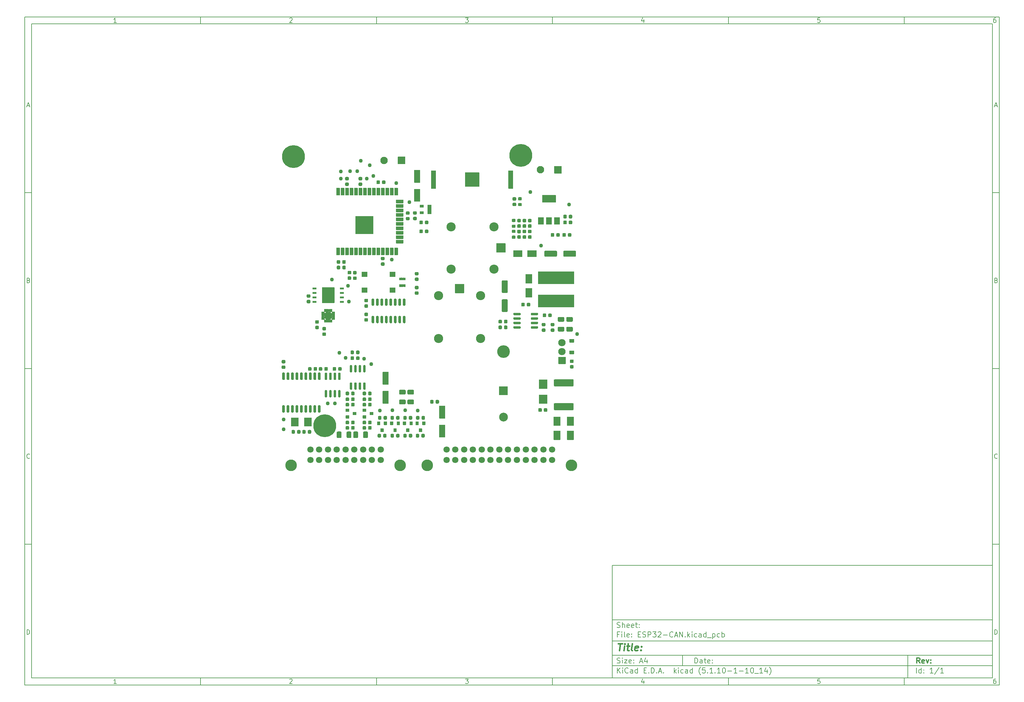
<source format=gts>
G04 #@! TF.GenerationSoftware,KiCad,Pcbnew,(5.1.10-1-10_14)*
G04 #@! TF.CreationDate,2021-11-05T12:47:59+08:00*
G04 #@! TF.ProjectId,ESP32-CAN,45535033-322d-4434-914e-2e6b69636164,rev?*
G04 #@! TF.SameCoordinates,Original*
G04 #@! TF.FileFunction,Soldermask,Top*
G04 #@! TF.FilePolarity,Negative*
%FSLAX46Y46*%
G04 Gerber Fmt 4.6, Leading zero omitted, Abs format (unit mm)*
G04 Created by KiCad (PCBNEW (5.1.10-1-10_14)) date 2021-11-05 12:47:59*
%MOMM*%
%LPD*%
G01*
G04 APERTURE LIST*
%ADD10C,0.100000*%
%ADD11C,0.150000*%
%ADD12C,0.300000*%
%ADD13C,0.400000*%
%ADD14C,3.302000*%
%ADD15C,1.802000*%
%ADD16C,1.102000*%
%ADD17C,2.502000*%
%ADD18O,2.102000X2.007000*%
%ADD19O,3.602000X3.602000*%
%ADD20O,2.602000X2.602000*%
%ADD21C,0.902000*%
%ADD22C,6.502000*%
%ADD23C,2.102000*%
G04 APERTURE END LIST*
D10*
D11*
X177002200Y-166007200D02*
X177002200Y-198007200D01*
X285002200Y-198007200D01*
X285002200Y-166007200D01*
X177002200Y-166007200D01*
D10*
D11*
X10000000Y-10000000D02*
X10000000Y-200007200D01*
X287002200Y-200007200D01*
X287002200Y-10000000D01*
X10000000Y-10000000D01*
D10*
D11*
X12000000Y-12000000D02*
X12000000Y-198007200D01*
X285002200Y-198007200D01*
X285002200Y-12000000D01*
X12000000Y-12000000D01*
D10*
D11*
X60000000Y-12000000D02*
X60000000Y-10000000D01*
D10*
D11*
X110000000Y-12000000D02*
X110000000Y-10000000D01*
D10*
D11*
X160000000Y-12000000D02*
X160000000Y-10000000D01*
D10*
D11*
X210000000Y-12000000D02*
X210000000Y-10000000D01*
D10*
D11*
X260000000Y-12000000D02*
X260000000Y-10000000D01*
D10*
D11*
X36065476Y-11588095D02*
X35322619Y-11588095D01*
X35694047Y-11588095D02*
X35694047Y-10288095D01*
X35570238Y-10473809D01*
X35446428Y-10597619D01*
X35322619Y-10659523D01*
D10*
D11*
X85322619Y-10411904D02*
X85384523Y-10350000D01*
X85508333Y-10288095D01*
X85817857Y-10288095D01*
X85941666Y-10350000D01*
X86003571Y-10411904D01*
X86065476Y-10535714D01*
X86065476Y-10659523D01*
X86003571Y-10845238D01*
X85260714Y-11588095D01*
X86065476Y-11588095D01*
D10*
D11*
X135260714Y-10288095D02*
X136065476Y-10288095D01*
X135632142Y-10783333D01*
X135817857Y-10783333D01*
X135941666Y-10845238D01*
X136003571Y-10907142D01*
X136065476Y-11030952D01*
X136065476Y-11340476D01*
X136003571Y-11464285D01*
X135941666Y-11526190D01*
X135817857Y-11588095D01*
X135446428Y-11588095D01*
X135322619Y-11526190D01*
X135260714Y-11464285D01*
D10*
D11*
X185941666Y-10721428D02*
X185941666Y-11588095D01*
X185632142Y-10226190D02*
X185322619Y-11154761D01*
X186127380Y-11154761D01*
D10*
D11*
X236003571Y-10288095D02*
X235384523Y-10288095D01*
X235322619Y-10907142D01*
X235384523Y-10845238D01*
X235508333Y-10783333D01*
X235817857Y-10783333D01*
X235941666Y-10845238D01*
X236003571Y-10907142D01*
X236065476Y-11030952D01*
X236065476Y-11340476D01*
X236003571Y-11464285D01*
X235941666Y-11526190D01*
X235817857Y-11588095D01*
X235508333Y-11588095D01*
X235384523Y-11526190D01*
X235322619Y-11464285D01*
D10*
D11*
X285941666Y-10288095D02*
X285694047Y-10288095D01*
X285570238Y-10350000D01*
X285508333Y-10411904D01*
X285384523Y-10597619D01*
X285322619Y-10845238D01*
X285322619Y-11340476D01*
X285384523Y-11464285D01*
X285446428Y-11526190D01*
X285570238Y-11588095D01*
X285817857Y-11588095D01*
X285941666Y-11526190D01*
X286003571Y-11464285D01*
X286065476Y-11340476D01*
X286065476Y-11030952D01*
X286003571Y-10907142D01*
X285941666Y-10845238D01*
X285817857Y-10783333D01*
X285570238Y-10783333D01*
X285446428Y-10845238D01*
X285384523Y-10907142D01*
X285322619Y-11030952D01*
D10*
D11*
X60000000Y-198007200D02*
X60000000Y-200007200D01*
D10*
D11*
X110000000Y-198007200D02*
X110000000Y-200007200D01*
D10*
D11*
X160000000Y-198007200D02*
X160000000Y-200007200D01*
D10*
D11*
X210000000Y-198007200D02*
X210000000Y-200007200D01*
D10*
D11*
X260000000Y-198007200D02*
X260000000Y-200007200D01*
D10*
D11*
X36065476Y-199595295D02*
X35322619Y-199595295D01*
X35694047Y-199595295D02*
X35694047Y-198295295D01*
X35570238Y-198481009D01*
X35446428Y-198604819D01*
X35322619Y-198666723D01*
D10*
D11*
X85322619Y-198419104D02*
X85384523Y-198357200D01*
X85508333Y-198295295D01*
X85817857Y-198295295D01*
X85941666Y-198357200D01*
X86003571Y-198419104D01*
X86065476Y-198542914D01*
X86065476Y-198666723D01*
X86003571Y-198852438D01*
X85260714Y-199595295D01*
X86065476Y-199595295D01*
D10*
D11*
X135260714Y-198295295D02*
X136065476Y-198295295D01*
X135632142Y-198790533D01*
X135817857Y-198790533D01*
X135941666Y-198852438D01*
X136003571Y-198914342D01*
X136065476Y-199038152D01*
X136065476Y-199347676D01*
X136003571Y-199471485D01*
X135941666Y-199533390D01*
X135817857Y-199595295D01*
X135446428Y-199595295D01*
X135322619Y-199533390D01*
X135260714Y-199471485D01*
D10*
D11*
X185941666Y-198728628D02*
X185941666Y-199595295D01*
X185632142Y-198233390D02*
X185322619Y-199161961D01*
X186127380Y-199161961D01*
D10*
D11*
X236003571Y-198295295D02*
X235384523Y-198295295D01*
X235322619Y-198914342D01*
X235384523Y-198852438D01*
X235508333Y-198790533D01*
X235817857Y-198790533D01*
X235941666Y-198852438D01*
X236003571Y-198914342D01*
X236065476Y-199038152D01*
X236065476Y-199347676D01*
X236003571Y-199471485D01*
X235941666Y-199533390D01*
X235817857Y-199595295D01*
X235508333Y-199595295D01*
X235384523Y-199533390D01*
X235322619Y-199471485D01*
D10*
D11*
X285941666Y-198295295D02*
X285694047Y-198295295D01*
X285570238Y-198357200D01*
X285508333Y-198419104D01*
X285384523Y-198604819D01*
X285322619Y-198852438D01*
X285322619Y-199347676D01*
X285384523Y-199471485D01*
X285446428Y-199533390D01*
X285570238Y-199595295D01*
X285817857Y-199595295D01*
X285941666Y-199533390D01*
X286003571Y-199471485D01*
X286065476Y-199347676D01*
X286065476Y-199038152D01*
X286003571Y-198914342D01*
X285941666Y-198852438D01*
X285817857Y-198790533D01*
X285570238Y-198790533D01*
X285446428Y-198852438D01*
X285384523Y-198914342D01*
X285322619Y-199038152D01*
D10*
D11*
X10000000Y-60000000D02*
X12000000Y-60000000D01*
D10*
D11*
X10000000Y-110000000D02*
X12000000Y-110000000D01*
D10*
D11*
X10000000Y-160000000D02*
X12000000Y-160000000D01*
D10*
D11*
X10690476Y-35216666D02*
X11309523Y-35216666D01*
X10566666Y-35588095D02*
X11000000Y-34288095D01*
X11433333Y-35588095D01*
D10*
D11*
X11092857Y-84907142D02*
X11278571Y-84969047D01*
X11340476Y-85030952D01*
X11402380Y-85154761D01*
X11402380Y-85340476D01*
X11340476Y-85464285D01*
X11278571Y-85526190D01*
X11154761Y-85588095D01*
X10659523Y-85588095D01*
X10659523Y-84288095D01*
X11092857Y-84288095D01*
X11216666Y-84350000D01*
X11278571Y-84411904D01*
X11340476Y-84535714D01*
X11340476Y-84659523D01*
X11278571Y-84783333D01*
X11216666Y-84845238D01*
X11092857Y-84907142D01*
X10659523Y-84907142D01*
D10*
D11*
X11402380Y-135464285D02*
X11340476Y-135526190D01*
X11154761Y-135588095D01*
X11030952Y-135588095D01*
X10845238Y-135526190D01*
X10721428Y-135402380D01*
X10659523Y-135278571D01*
X10597619Y-135030952D01*
X10597619Y-134845238D01*
X10659523Y-134597619D01*
X10721428Y-134473809D01*
X10845238Y-134350000D01*
X11030952Y-134288095D01*
X11154761Y-134288095D01*
X11340476Y-134350000D01*
X11402380Y-134411904D01*
D10*
D11*
X10659523Y-185588095D02*
X10659523Y-184288095D01*
X10969047Y-184288095D01*
X11154761Y-184350000D01*
X11278571Y-184473809D01*
X11340476Y-184597619D01*
X11402380Y-184845238D01*
X11402380Y-185030952D01*
X11340476Y-185278571D01*
X11278571Y-185402380D01*
X11154761Y-185526190D01*
X10969047Y-185588095D01*
X10659523Y-185588095D01*
D10*
D11*
X287002200Y-60000000D02*
X285002200Y-60000000D01*
D10*
D11*
X287002200Y-110000000D02*
X285002200Y-110000000D01*
D10*
D11*
X287002200Y-160000000D02*
X285002200Y-160000000D01*
D10*
D11*
X285692676Y-35216666D02*
X286311723Y-35216666D01*
X285568866Y-35588095D02*
X286002200Y-34288095D01*
X286435533Y-35588095D01*
D10*
D11*
X286095057Y-84907142D02*
X286280771Y-84969047D01*
X286342676Y-85030952D01*
X286404580Y-85154761D01*
X286404580Y-85340476D01*
X286342676Y-85464285D01*
X286280771Y-85526190D01*
X286156961Y-85588095D01*
X285661723Y-85588095D01*
X285661723Y-84288095D01*
X286095057Y-84288095D01*
X286218866Y-84350000D01*
X286280771Y-84411904D01*
X286342676Y-84535714D01*
X286342676Y-84659523D01*
X286280771Y-84783333D01*
X286218866Y-84845238D01*
X286095057Y-84907142D01*
X285661723Y-84907142D01*
D10*
D11*
X286404580Y-135464285D02*
X286342676Y-135526190D01*
X286156961Y-135588095D01*
X286033152Y-135588095D01*
X285847438Y-135526190D01*
X285723628Y-135402380D01*
X285661723Y-135278571D01*
X285599819Y-135030952D01*
X285599819Y-134845238D01*
X285661723Y-134597619D01*
X285723628Y-134473809D01*
X285847438Y-134350000D01*
X286033152Y-134288095D01*
X286156961Y-134288095D01*
X286342676Y-134350000D01*
X286404580Y-134411904D01*
D10*
D11*
X285661723Y-185588095D02*
X285661723Y-184288095D01*
X285971247Y-184288095D01*
X286156961Y-184350000D01*
X286280771Y-184473809D01*
X286342676Y-184597619D01*
X286404580Y-184845238D01*
X286404580Y-185030952D01*
X286342676Y-185278571D01*
X286280771Y-185402380D01*
X286156961Y-185526190D01*
X285971247Y-185588095D01*
X285661723Y-185588095D01*
D10*
D11*
X200434342Y-193785771D02*
X200434342Y-192285771D01*
X200791485Y-192285771D01*
X201005771Y-192357200D01*
X201148628Y-192500057D01*
X201220057Y-192642914D01*
X201291485Y-192928628D01*
X201291485Y-193142914D01*
X201220057Y-193428628D01*
X201148628Y-193571485D01*
X201005771Y-193714342D01*
X200791485Y-193785771D01*
X200434342Y-193785771D01*
X202577200Y-193785771D02*
X202577200Y-193000057D01*
X202505771Y-192857200D01*
X202362914Y-192785771D01*
X202077200Y-192785771D01*
X201934342Y-192857200D01*
X202577200Y-193714342D02*
X202434342Y-193785771D01*
X202077200Y-193785771D01*
X201934342Y-193714342D01*
X201862914Y-193571485D01*
X201862914Y-193428628D01*
X201934342Y-193285771D01*
X202077200Y-193214342D01*
X202434342Y-193214342D01*
X202577200Y-193142914D01*
X203077200Y-192785771D02*
X203648628Y-192785771D01*
X203291485Y-192285771D02*
X203291485Y-193571485D01*
X203362914Y-193714342D01*
X203505771Y-193785771D01*
X203648628Y-193785771D01*
X204720057Y-193714342D02*
X204577200Y-193785771D01*
X204291485Y-193785771D01*
X204148628Y-193714342D01*
X204077200Y-193571485D01*
X204077200Y-193000057D01*
X204148628Y-192857200D01*
X204291485Y-192785771D01*
X204577200Y-192785771D01*
X204720057Y-192857200D01*
X204791485Y-193000057D01*
X204791485Y-193142914D01*
X204077200Y-193285771D01*
X205434342Y-193642914D02*
X205505771Y-193714342D01*
X205434342Y-193785771D01*
X205362914Y-193714342D01*
X205434342Y-193642914D01*
X205434342Y-193785771D01*
X205434342Y-192857200D02*
X205505771Y-192928628D01*
X205434342Y-193000057D01*
X205362914Y-192928628D01*
X205434342Y-192857200D01*
X205434342Y-193000057D01*
D10*
D11*
X177002200Y-194507200D02*
X285002200Y-194507200D01*
D10*
D11*
X178434342Y-196585771D02*
X178434342Y-195085771D01*
X179291485Y-196585771D02*
X178648628Y-195728628D01*
X179291485Y-195085771D02*
X178434342Y-195942914D01*
X179934342Y-196585771D02*
X179934342Y-195585771D01*
X179934342Y-195085771D02*
X179862914Y-195157200D01*
X179934342Y-195228628D01*
X180005771Y-195157200D01*
X179934342Y-195085771D01*
X179934342Y-195228628D01*
X181505771Y-196442914D02*
X181434342Y-196514342D01*
X181220057Y-196585771D01*
X181077200Y-196585771D01*
X180862914Y-196514342D01*
X180720057Y-196371485D01*
X180648628Y-196228628D01*
X180577200Y-195942914D01*
X180577200Y-195728628D01*
X180648628Y-195442914D01*
X180720057Y-195300057D01*
X180862914Y-195157200D01*
X181077200Y-195085771D01*
X181220057Y-195085771D01*
X181434342Y-195157200D01*
X181505771Y-195228628D01*
X182791485Y-196585771D02*
X182791485Y-195800057D01*
X182720057Y-195657200D01*
X182577200Y-195585771D01*
X182291485Y-195585771D01*
X182148628Y-195657200D01*
X182791485Y-196514342D02*
X182648628Y-196585771D01*
X182291485Y-196585771D01*
X182148628Y-196514342D01*
X182077200Y-196371485D01*
X182077200Y-196228628D01*
X182148628Y-196085771D01*
X182291485Y-196014342D01*
X182648628Y-196014342D01*
X182791485Y-195942914D01*
X184148628Y-196585771D02*
X184148628Y-195085771D01*
X184148628Y-196514342D02*
X184005771Y-196585771D01*
X183720057Y-196585771D01*
X183577200Y-196514342D01*
X183505771Y-196442914D01*
X183434342Y-196300057D01*
X183434342Y-195871485D01*
X183505771Y-195728628D01*
X183577200Y-195657200D01*
X183720057Y-195585771D01*
X184005771Y-195585771D01*
X184148628Y-195657200D01*
X186005771Y-195800057D02*
X186505771Y-195800057D01*
X186720057Y-196585771D02*
X186005771Y-196585771D01*
X186005771Y-195085771D01*
X186720057Y-195085771D01*
X187362914Y-196442914D02*
X187434342Y-196514342D01*
X187362914Y-196585771D01*
X187291485Y-196514342D01*
X187362914Y-196442914D01*
X187362914Y-196585771D01*
X188077200Y-196585771D02*
X188077200Y-195085771D01*
X188434342Y-195085771D01*
X188648628Y-195157200D01*
X188791485Y-195300057D01*
X188862914Y-195442914D01*
X188934342Y-195728628D01*
X188934342Y-195942914D01*
X188862914Y-196228628D01*
X188791485Y-196371485D01*
X188648628Y-196514342D01*
X188434342Y-196585771D01*
X188077200Y-196585771D01*
X189577200Y-196442914D02*
X189648628Y-196514342D01*
X189577200Y-196585771D01*
X189505771Y-196514342D01*
X189577200Y-196442914D01*
X189577200Y-196585771D01*
X190220057Y-196157200D02*
X190934342Y-196157200D01*
X190077200Y-196585771D02*
X190577200Y-195085771D01*
X191077200Y-196585771D01*
X191577200Y-196442914D02*
X191648628Y-196514342D01*
X191577200Y-196585771D01*
X191505771Y-196514342D01*
X191577200Y-196442914D01*
X191577200Y-196585771D01*
X194577200Y-196585771D02*
X194577200Y-195085771D01*
X194720057Y-196014342D02*
X195148628Y-196585771D01*
X195148628Y-195585771D02*
X194577200Y-196157200D01*
X195791485Y-196585771D02*
X195791485Y-195585771D01*
X195791485Y-195085771D02*
X195720057Y-195157200D01*
X195791485Y-195228628D01*
X195862914Y-195157200D01*
X195791485Y-195085771D01*
X195791485Y-195228628D01*
X197148628Y-196514342D02*
X197005771Y-196585771D01*
X196720057Y-196585771D01*
X196577200Y-196514342D01*
X196505771Y-196442914D01*
X196434342Y-196300057D01*
X196434342Y-195871485D01*
X196505771Y-195728628D01*
X196577200Y-195657200D01*
X196720057Y-195585771D01*
X197005771Y-195585771D01*
X197148628Y-195657200D01*
X198434342Y-196585771D02*
X198434342Y-195800057D01*
X198362914Y-195657200D01*
X198220057Y-195585771D01*
X197934342Y-195585771D01*
X197791485Y-195657200D01*
X198434342Y-196514342D02*
X198291485Y-196585771D01*
X197934342Y-196585771D01*
X197791485Y-196514342D01*
X197720057Y-196371485D01*
X197720057Y-196228628D01*
X197791485Y-196085771D01*
X197934342Y-196014342D01*
X198291485Y-196014342D01*
X198434342Y-195942914D01*
X199791485Y-196585771D02*
X199791485Y-195085771D01*
X199791485Y-196514342D02*
X199648628Y-196585771D01*
X199362914Y-196585771D01*
X199220057Y-196514342D01*
X199148628Y-196442914D01*
X199077200Y-196300057D01*
X199077200Y-195871485D01*
X199148628Y-195728628D01*
X199220057Y-195657200D01*
X199362914Y-195585771D01*
X199648628Y-195585771D01*
X199791485Y-195657200D01*
X202077200Y-197157200D02*
X202005771Y-197085771D01*
X201862914Y-196871485D01*
X201791485Y-196728628D01*
X201720057Y-196514342D01*
X201648628Y-196157200D01*
X201648628Y-195871485D01*
X201720057Y-195514342D01*
X201791485Y-195300057D01*
X201862914Y-195157200D01*
X202005771Y-194942914D01*
X202077200Y-194871485D01*
X203362914Y-195085771D02*
X202648628Y-195085771D01*
X202577200Y-195800057D01*
X202648628Y-195728628D01*
X202791485Y-195657200D01*
X203148628Y-195657200D01*
X203291485Y-195728628D01*
X203362914Y-195800057D01*
X203434342Y-195942914D01*
X203434342Y-196300057D01*
X203362914Y-196442914D01*
X203291485Y-196514342D01*
X203148628Y-196585771D01*
X202791485Y-196585771D01*
X202648628Y-196514342D01*
X202577200Y-196442914D01*
X204077200Y-196442914D02*
X204148628Y-196514342D01*
X204077200Y-196585771D01*
X204005771Y-196514342D01*
X204077200Y-196442914D01*
X204077200Y-196585771D01*
X205577200Y-196585771D02*
X204720057Y-196585771D01*
X205148628Y-196585771D02*
X205148628Y-195085771D01*
X205005771Y-195300057D01*
X204862914Y-195442914D01*
X204720057Y-195514342D01*
X206220057Y-196442914D02*
X206291485Y-196514342D01*
X206220057Y-196585771D01*
X206148628Y-196514342D01*
X206220057Y-196442914D01*
X206220057Y-196585771D01*
X207720057Y-196585771D02*
X206862914Y-196585771D01*
X207291485Y-196585771D02*
X207291485Y-195085771D01*
X207148628Y-195300057D01*
X207005771Y-195442914D01*
X206862914Y-195514342D01*
X208648628Y-195085771D02*
X208791485Y-195085771D01*
X208934342Y-195157200D01*
X209005771Y-195228628D01*
X209077200Y-195371485D01*
X209148628Y-195657200D01*
X209148628Y-196014342D01*
X209077200Y-196300057D01*
X209005771Y-196442914D01*
X208934342Y-196514342D01*
X208791485Y-196585771D01*
X208648628Y-196585771D01*
X208505771Y-196514342D01*
X208434342Y-196442914D01*
X208362914Y-196300057D01*
X208291485Y-196014342D01*
X208291485Y-195657200D01*
X208362914Y-195371485D01*
X208434342Y-195228628D01*
X208505771Y-195157200D01*
X208648628Y-195085771D01*
X209791485Y-196014342D02*
X210934342Y-196014342D01*
X212434342Y-196585771D02*
X211577200Y-196585771D01*
X212005771Y-196585771D02*
X212005771Y-195085771D01*
X211862914Y-195300057D01*
X211720057Y-195442914D01*
X211577200Y-195514342D01*
X213077200Y-196014342D02*
X214220057Y-196014342D01*
X215720057Y-196585771D02*
X214862914Y-196585771D01*
X215291485Y-196585771D02*
X215291485Y-195085771D01*
X215148628Y-195300057D01*
X215005771Y-195442914D01*
X214862914Y-195514342D01*
X216648628Y-195085771D02*
X216791485Y-195085771D01*
X216934342Y-195157200D01*
X217005771Y-195228628D01*
X217077200Y-195371485D01*
X217148628Y-195657200D01*
X217148628Y-196014342D01*
X217077200Y-196300057D01*
X217005771Y-196442914D01*
X216934342Y-196514342D01*
X216791485Y-196585771D01*
X216648628Y-196585771D01*
X216505771Y-196514342D01*
X216434342Y-196442914D01*
X216362914Y-196300057D01*
X216291485Y-196014342D01*
X216291485Y-195657200D01*
X216362914Y-195371485D01*
X216434342Y-195228628D01*
X216505771Y-195157200D01*
X216648628Y-195085771D01*
X217434342Y-196728628D02*
X218577200Y-196728628D01*
X219720057Y-196585771D02*
X218862914Y-196585771D01*
X219291485Y-196585771D02*
X219291485Y-195085771D01*
X219148628Y-195300057D01*
X219005771Y-195442914D01*
X218862914Y-195514342D01*
X221005771Y-195585771D02*
X221005771Y-196585771D01*
X220648628Y-195014342D02*
X220291485Y-196085771D01*
X221220057Y-196085771D01*
X221648628Y-197157200D02*
X221720057Y-197085771D01*
X221862914Y-196871485D01*
X221934342Y-196728628D01*
X222005771Y-196514342D01*
X222077200Y-196157200D01*
X222077200Y-195871485D01*
X222005771Y-195514342D01*
X221934342Y-195300057D01*
X221862914Y-195157200D01*
X221720057Y-194942914D01*
X221648628Y-194871485D01*
D10*
D11*
X177002200Y-191507200D02*
X285002200Y-191507200D01*
D10*
D12*
X264411485Y-193785771D02*
X263911485Y-193071485D01*
X263554342Y-193785771D02*
X263554342Y-192285771D01*
X264125771Y-192285771D01*
X264268628Y-192357200D01*
X264340057Y-192428628D01*
X264411485Y-192571485D01*
X264411485Y-192785771D01*
X264340057Y-192928628D01*
X264268628Y-193000057D01*
X264125771Y-193071485D01*
X263554342Y-193071485D01*
X265625771Y-193714342D02*
X265482914Y-193785771D01*
X265197200Y-193785771D01*
X265054342Y-193714342D01*
X264982914Y-193571485D01*
X264982914Y-193000057D01*
X265054342Y-192857200D01*
X265197200Y-192785771D01*
X265482914Y-192785771D01*
X265625771Y-192857200D01*
X265697200Y-193000057D01*
X265697200Y-193142914D01*
X264982914Y-193285771D01*
X266197200Y-192785771D02*
X266554342Y-193785771D01*
X266911485Y-192785771D01*
X267482914Y-193642914D02*
X267554342Y-193714342D01*
X267482914Y-193785771D01*
X267411485Y-193714342D01*
X267482914Y-193642914D01*
X267482914Y-193785771D01*
X267482914Y-192857200D02*
X267554342Y-192928628D01*
X267482914Y-193000057D01*
X267411485Y-192928628D01*
X267482914Y-192857200D01*
X267482914Y-193000057D01*
D10*
D11*
X178362914Y-193714342D02*
X178577200Y-193785771D01*
X178934342Y-193785771D01*
X179077200Y-193714342D01*
X179148628Y-193642914D01*
X179220057Y-193500057D01*
X179220057Y-193357200D01*
X179148628Y-193214342D01*
X179077200Y-193142914D01*
X178934342Y-193071485D01*
X178648628Y-193000057D01*
X178505771Y-192928628D01*
X178434342Y-192857200D01*
X178362914Y-192714342D01*
X178362914Y-192571485D01*
X178434342Y-192428628D01*
X178505771Y-192357200D01*
X178648628Y-192285771D01*
X179005771Y-192285771D01*
X179220057Y-192357200D01*
X179862914Y-193785771D02*
X179862914Y-192785771D01*
X179862914Y-192285771D02*
X179791485Y-192357200D01*
X179862914Y-192428628D01*
X179934342Y-192357200D01*
X179862914Y-192285771D01*
X179862914Y-192428628D01*
X180434342Y-192785771D02*
X181220057Y-192785771D01*
X180434342Y-193785771D01*
X181220057Y-193785771D01*
X182362914Y-193714342D02*
X182220057Y-193785771D01*
X181934342Y-193785771D01*
X181791485Y-193714342D01*
X181720057Y-193571485D01*
X181720057Y-193000057D01*
X181791485Y-192857200D01*
X181934342Y-192785771D01*
X182220057Y-192785771D01*
X182362914Y-192857200D01*
X182434342Y-193000057D01*
X182434342Y-193142914D01*
X181720057Y-193285771D01*
X183077200Y-193642914D02*
X183148628Y-193714342D01*
X183077200Y-193785771D01*
X183005771Y-193714342D01*
X183077200Y-193642914D01*
X183077200Y-193785771D01*
X183077200Y-192857200D02*
X183148628Y-192928628D01*
X183077200Y-193000057D01*
X183005771Y-192928628D01*
X183077200Y-192857200D01*
X183077200Y-193000057D01*
X184862914Y-193357200D02*
X185577200Y-193357200D01*
X184720057Y-193785771D02*
X185220057Y-192285771D01*
X185720057Y-193785771D01*
X186862914Y-192785771D02*
X186862914Y-193785771D01*
X186505771Y-192214342D02*
X186148628Y-193285771D01*
X187077200Y-193285771D01*
D10*
D11*
X263434342Y-196585771D02*
X263434342Y-195085771D01*
X264791485Y-196585771D02*
X264791485Y-195085771D01*
X264791485Y-196514342D02*
X264648628Y-196585771D01*
X264362914Y-196585771D01*
X264220057Y-196514342D01*
X264148628Y-196442914D01*
X264077200Y-196300057D01*
X264077200Y-195871485D01*
X264148628Y-195728628D01*
X264220057Y-195657200D01*
X264362914Y-195585771D01*
X264648628Y-195585771D01*
X264791485Y-195657200D01*
X265505771Y-196442914D02*
X265577200Y-196514342D01*
X265505771Y-196585771D01*
X265434342Y-196514342D01*
X265505771Y-196442914D01*
X265505771Y-196585771D01*
X265505771Y-195657200D02*
X265577200Y-195728628D01*
X265505771Y-195800057D01*
X265434342Y-195728628D01*
X265505771Y-195657200D01*
X265505771Y-195800057D01*
X268148628Y-196585771D02*
X267291485Y-196585771D01*
X267720057Y-196585771D02*
X267720057Y-195085771D01*
X267577200Y-195300057D01*
X267434342Y-195442914D01*
X267291485Y-195514342D01*
X269862914Y-195014342D02*
X268577200Y-196942914D01*
X271148628Y-196585771D02*
X270291485Y-196585771D01*
X270720057Y-196585771D02*
X270720057Y-195085771D01*
X270577200Y-195300057D01*
X270434342Y-195442914D01*
X270291485Y-195514342D01*
D10*
D11*
X177002200Y-187507200D02*
X285002200Y-187507200D01*
D10*
D13*
X178714580Y-188211961D02*
X179857438Y-188211961D01*
X179036009Y-190211961D02*
X179286009Y-188211961D01*
X180274104Y-190211961D02*
X180440771Y-188878628D01*
X180524104Y-188211961D02*
X180416961Y-188307200D01*
X180500295Y-188402438D01*
X180607438Y-188307200D01*
X180524104Y-188211961D01*
X180500295Y-188402438D01*
X181107438Y-188878628D02*
X181869342Y-188878628D01*
X181476485Y-188211961D02*
X181262200Y-189926247D01*
X181333628Y-190116723D01*
X181512200Y-190211961D01*
X181702676Y-190211961D01*
X182655057Y-190211961D02*
X182476485Y-190116723D01*
X182405057Y-189926247D01*
X182619342Y-188211961D01*
X184190771Y-190116723D02*
X183988390Y-190211961D01*
X183607438Y-190211961D01*
X183428866Y-190116723D01*
X183357438Y-189926247D01*
X183452676Y-189164342D01*
X183571723Y-188973866D01*
X183774104Y-188878628D01*
X184155057Y-188878628D01*
X184333628Y-188973866D01*
X184405057Y-189164342D01*
X184381247Y-189354819D01*
X183405057Y-189545295D01*
X185155057Y-190021485D02*
X185238390Y-190116723D01*
X185131247Y-190211961D01*
X185047914Y-190116723D01*
X185155057Y-190021485D01*
X185131247Y-190211961D01*
X185286009Y-188973866D02*
X185369342Y-189069104D01*
X185262200Y-189164342D01*
X185178866Y-189069104D01*
X185286009Y-188973866D01*
X185262200Y-189164342D01*
D10*
D11*
X178934342Y-185600057D02*
X178434342Y-185600057D01*
X178434342Y-186385771D02*
X178434342Y-184885771D01*
X179148628Y-184885771D01*
X179720057Y-186385771D02*
X179720057Y-185385771D01*
X179720057Y-184885771D02*
X179648628Y-184957200D01*
X179720057Y-185028628D01*
X179791485Y-184957200D01*
X179720057Y-184885771D01*
X179720057Y-185028628D01*
X180648628Y-186385771D02*
X180505771Y-186314342D01*
X180434342Y-186171485D01*
X180434342Y-184885771D01*
X181791485Y-186314342D02*
X181648628Y-186385771D01*
X181362914Y-186385771D01*
X181220057Y-186314342D01*
X181148628Y-186171485D01*
X181148628Y-185600057D01*
X181220057Y-185457200D01*
X181362914Y-185385771D01*
X181648628Y-185385771D01*
X181791485Y-185457200D01*
X181862914Y-185600057D01*
X181862914Y-185742914D01*
X181148628Y-185885771D01*
X182505771Y-186242914D02*
X182577200Y-186314342D01*
X182505771Y-186385771D01*
X182434342Y-186314342D01*
X182505771Y-186242914D01*
X182505771Y-186385771D01*
X182505771Y-185457200D02*
X182577200Y-185528628D01*
X182505771Y-185600057D01*
X182434342Y-185528628D01*
X182505771Y-185457200D01*
X182505771Y-185600057D01*
X184362914Y-185600057D02*
X184862914Y-185600057D01*
X185077200Y-186385771D02*
X184362914Y-186385771D01*
X184362914Y-184885771D01*
X185077200Y-184885771D01*
X185648628Y-186314342D02*
X185862914Y-186385771D01*
X186220057Y-186385771D01*
X186362914Y-186314342D01*
X186434342Y-186242914D01*
X186505771Y-186100057D01*
X186505771Y-185957200D01*
X186434342Y-185814342D01*
X186362914Y-185742914D01*
X186220057Y-185671485D01*
X185934342Y-185600057D01*
X185791485Y-185528628D01*
X185720057Y-185457200D01*
X185648628Y-185314342D01*
X185648628Y-185171485D01*
X185720057Y-185028628D01*
X185791485Y-184957200D01*
X185934342Y-184885771D01*
X186291485Y-184885771D01*
X186505771Y-184957200D01*
X187148628Y-186385771D02*
X187148628Y-184885771D01*
X187720057Y-184885771D01*
X187862914Y-184957200D01*
X187934342Y-185028628D01*
X188005771Y-185171485D01*
X188005771Y-185385771D01*
X187934342Y-185528628D01*
X187862914Y-185600057D01*
X187720057Y-185671485D01*
X187148628Y-185671485D01*
X188505771Y-184885771D02*
X189434342Y-184885771D01*
X188934342Y-185457200D01*
X189148628Y-185457200D01*
X189291485Y-185528628D01*
X189362914Y-185600057D01*
X189434342Y-185742914D01*
X189434342Y-186100057D01*
X189362914Y-186242914D01*
X189291485Y-186314342D01*
X189148628Y-186385771D01*
X188720057Y-186385771D01*
X188577200Y-186314342D01*
X188505771Y-186242914D01*
X190005771Y-185028628D02*
X190077200Y-184957200D01*
X190220057Y-184885771D01*
X190577200Y-184885771D01*
X190720057Y-184957200D01*
X190791485Y-185028628D01*
X190862914Y-185171485D01*
X190862914Y-185314342D01*
X190791485Y-185528628D01*
X189934342Y-186385771D01*
X190862914Y-186385771D01*
X191505771Y-185814342D02*
X192648628Y-185814342D01*
X194220057Y-186242914D02*
X194148628Y-186314342D01*
X193934342Y-186385771D01*
X193791485Y-186385771D01*
X193577200Y-186314342D01*
X193434342Y-186171485D01*
X193362914Y-186028628D01*
X193291485Y-185742914D01*
X193291485Y-185528628D01*
X193362914Y-185242914D01*
X193434342Y-185100057D01*
X193577200Y-184957200D01*
X193791485Y-184885771D01*
X193934342Y-184885771D01*
X194148628Y-184957200D01*
X194220057Y-185028628D01*
X194791485Y-185957200D02*
X195505771Y-185957200D01*
X194648628Y-186385771D02*
X195148628Y-184885771D01*
X195648628Y-186385771D01*
X196148628Y-186385771D02*
X196148628Y-184885771D01*
X197005771Y-186385771D01*
X197005771Y-184885771D01*
X197720057Y-186242914D02*
X197791485Y-186314342D01*
X197720057Y-186385771D01*
X197648628Y-186314342D01*
X197720057Y-186242914D01*
X197720057Y-186385771D01*
X198434342Y-186385771D02*
X198434342Y-184885771D01*
X198577200Y-185814342D02*
X199005771Y-186385771D01*
X199005771Y-185385771D02*
X198434342Y-185957200D01*
X199648628Y-186385771D02*
X199648628Y-185385771D01*
X199648628Y-184885771D02*
X199577200Y-184957200D01*
X199648628Y-185028628D01*
X199720057Y-184957200D01*
X199648628Y-184885771D01*
X199648628Y-185028628D01*
X201005771Y-186314342D02*
X200862914Y-186385771D01*
X200577200Y-186385771D01*
X200434342Y-186314342D01*
X200362914Y-186242914D01*
X200291485Y-186100057D01*
X200291485Y-185671485D01*
X200362914Y-185528628D01*
X200434342Y-185457200D01*
X200577200Y-185385771D01*
X200862914Y-185385771D01*
X201005771Y-185457200D01*
X202291485Y-186385771D02*
X202291485Y-185600057D01*
X202220057Y-185457200D01*
X202077200Y-185385771D01*
X201791485Y-185385771D01*
X201648628Y-185457200D01*
X202291485Y-186314342D02*
X202148628Y-186385771D01*
X201791485Y-186385771D01*
X201648628Y-186314342D01*
X201577200Y-186171485D01*
X201577200Y-186028628D01*
X201648628Y-185885771D01*
X201791485Y-185814342D01*
X202148628Y-185814342D01*
X202291485Y-185742914D01*
X203648628Y-186385771D02*
X203648628Y-184885771D01*
X203648628Y-186314342D02*
X203505771Y-186385771D01*
X203220057Y-186385771D01*
X203077200Y-186314342D01*
X203005771Y-186242914D01*
X202934342Y-186100057D01*
X202934342Y-185671485D01*
X203005771Y-185528628D01*
X203077200Y-185457200D01*
X203220057Y-185385771D01*
X203505771Y-185385771D01*
X203648628Y-185457200D01*
X204005771Y-186528628D02*
X205148628Y-186528628D01*
X205505771Y-185385771D02*
X205505771Y-186885771D01*
X205505771Y-185457200D02*
X205648628Y-185385771D01*
X205934342Y-185385771D01*
X206077200Y-185457200D01*
X206148628Y-185528628D01*
X206220057Y-185671485D01*
X206220057Y-186100057D01*
X206148628Y-186242914D01*
X206077200Y-186314342D01*
X205934342Y-186385771D01*
X205648628Y-186385771D01*
X205505771Y-186314342D01*
X207505771Y-186314342D02*
X207362914Y-186385771D01*
X207077200Y-186385771D01*
X206934342Y-186314342D01*
X206862914Y-186242914D01*
X206791485Y-186100057D01*
X206791485Y-185671485D01*
X206862914Y-185528628D01*
X206934342Y-185457200D01*
X207077200Y-185385771D01*
X207362914Y-185385771D01*
X207505771Y-185457200D01*
X208148628Y-186385771D02*
X208148628Y-184885771D01*
X208148628Y-185457200D02*
X208291485Y-185385771D01*
X208577200Y-185385771D01*
X208720057Y-185457200D01*
X208791485Y-185528628D01*
X208862914Y-185671485D01*
X208862914Y-186100057D01*
X208791485Y-186242914D01*
X208720057Y-186314342D01*
X208577200Y-186385771D01*
X208291485Y-186385771D01*
X208148628Y-186314342D01*
D10*
D11*
X177002200Y-181507200D02*
X285002200Y-181507200D01*
D10*
D11*
X178362914Y-183614342D02*
X178577200Y-183685771D01*
X178934342Y-183685771D01*
X179077200Y-183614342D01*
X179148628Y-183542914D01*
X179220057Y-183400057D01*
X179220057Y-183257200D01*
X179148628Y-183114342D01*
X179077200Y-183042914D01*
X178934342Y-182971485D01*
X178648628Y-182900057D01*
X178505771Y-182828628D01*
X178434342Y-182757200D01*
X178362914Y-182614342D01*
X178362914Y-182471485D01*
X178434342Y-182328628D01*
X178505771Y-182257200D01*
X178648628Y-182185771D01*
X179005771Y-182185771D01*
X179220057Y-182257200D01*
X179862914Y-183685771D02*
X179862914Y-182185771D01*
X180505771Y-183685771D02*
X180505771Y-182900057D01*
X180434342Y-182757200D01*
X180291485Y-182685771D01*
X180077200Y-182685771D01*
X179934342Y-182757200D01*
X179862914Y-182828628D01*
X181791485Y-183614342D02*
X181648628Y-183685771D01*
X181362914Y-183685771D01*
X181220057Y-183614342D01*
X181148628Y-183471485D01*
X181148628Y-182900057D01*
X181220057Y-182757200D01*
X181362914Y-182685771D01*
X181648628Y-182685771D01*
X181791485Y-182757200D01*
X181862914Y-182900057D01*
X181862914Y-183042914D01*
X181148628Y-183185771D01*
X183077200Y-183614342D02*
X182934342Y-183685771D01*
X182648628Y-183685771D01*
X182505771Y-183614342D01*
X182434342Y-183471485D01*
X182434342Y-182900057D01*
X182505771Y-182757200D01*
X182648628Y-182685771D01*
X182934342Y-182685771D01*
X183077200Y-182757200D01*
X183148628Y-182900057D01*
X183148628Y-183042914D01*
X182434342Y-183185771D01*
X183577200Y-182685771D02*
X184148628Y-182685771D01*
X183791485Y-182185771D02*
X183791485Y-183471485D01*
X183862914Y-183614342D01*
X184005771Y-183685771D01*
X184148628Y-183685771D01*
X184648628Y-183542914D02*
X184720057Y-183614342D01*
X184648628Y-183685771D01*
X184577200Y-183614342D01*
X184648628Y-183542914D01*
X184648628Y-183685771D01*
X184648628Y-182757200D02*
X184720057Y-182828628D01*
X184648628Y-182900057D01*
X184577200Y-182828628D01*
X184648628Y-182757200D01*
X184648628Y-182900057D01*
D10*
D11*
X197002200Y-191507200D02*
X197002200Y-194507200D01*
D10*
D11*
X261002200Y-191507200D02*
X261002200Y-198007200D01*
G36*
G01*
X157524000Y-122068500D02*
X157524000Y-121517500D01*
G75*
G02*
X157774500Y-121267000I250500J0D01*
G01*
X158275500Y-121267000D01*
G75*
G02*
X158526000Y-121517500I0J-250500D01*
G01*
X158526000Y-122068500D01*
G75*
G02*
X158275500Y-122319000I-250500J0D01*
G01*
X157774500Y-122319000D01*
G75*
G02*
X157524000Y-122068500I0J250500D01*
G01*
G37*
G36*
G01*
X155974000Y-122068500D02*
X155974000Y-121517500D01*
G75*
G02*
X156224500Y-121267000I250500J0D01*
G01*
X156725500Y-121267000D01*
G75*
G02*
X156976000Y-121517500I0J-250500D01*
G01*
X156976000Y-122068500D01*
G75*
G02*
X156725500Y-122319000I-250500J0D01*
G01*
X156224500Y-122319000D01*
G75*
G02*
X155974000Y-122068500I0J250500D01*
G01*
G37*
D14*
X85693600Y-137500000D03*
X116693600Y-137500000D03*
D15*
X101193600Y-136000000D03*
X101193600Y-133000000D03*
X91193600Y-133000000D03*
X93693600Y-133000000D03*
X96193600Y-133000000D03*
X98693600Y-133000000D03*
X111193600Y-133000000D03*
X108693600Y-133000000D03*
X106193600Y-133000000D03*
X103693600Y-133000000D03*
X111193600Y-136000000D03*
X108693600Y-136000000D03*
X106193600Y-136000000D03*
X103693600Y-136000000D03*
X91193600Y-136000000D03*
X93693600Y-136000000D03*
X96193600Y-136000000D03*
X98693600Y-136000000D03*
X144894300Y-133000000D03*
X147394300Y-133000000D03*
X149894300Y-133000000D03*
X152394300Y-133000000D03*
X154894300Y-133000000D03*
X157394300Y-133000000D03*
X159894300Y-133000000D03*
X142394300Y-133000000D03*
X139894300Y-133000000D03*
X137394300Y-133000000D03*
X134894300Y-133000000D03*
X132394300Y-133000000D03*
X129894300Y-133000000D03*
X144894300Y-136000000D03*
X142394300Y-136000000D03*
X139894300Y-136000000D03*
X137394300Y-136000000D03*
X134894300Y-136000000D03*
X132394300Y-136000000D03*
X129894300Y-136000000D03*
X147394300Y-136000000D03*
X149894300Y-136000000D03*
X152394300Y-136000000D03*
X154894300Y-136000000D03*
X157394300Y-136000000D03*
X159894300Y-136000000D03*
D14*
X165394300Y-137500000D03*
X124394300Y-137500000D03*
G36*
G01*
X150770500Y-68433000D02*
X150219500Y-68433000D01*
G75*
G02*
X149969000Y-68182500I0J250500D01*
G01*
X149969000Y-67681500D01*
G75*
G02*
X150219500Y-67431000I250500J0D01*
G01*
X150770500Y-67431000D01*
G75*
G02*
X151021000Y-67681500I0J-250500D01*
G01*
X151021000Y-68182500D01*
G75*
G02*
X150770500Y-68433000I-250500J0D01*
G01*
G37*
G36*
G01*
X150770500Y-69983000D02*
X150219500Y-69983000D01*
G75*
G02*
X149969000Y-69732500I0J250500D01*
G01*
X149969000Y-69231500D01*
G75*
G02*
X150219500Y-68981000I250500J0D01*
G01*
X150770500Y-68981000D01*
G75*
G02*
X151021000Y-69231500I0J-250500D01*
G01*
X151021000Y-69732500D01*
G75*
G02*
X150770500Y-69983000I-250500J0D01*
G01*
G37*
G36*
G01*
X150219500Y-72092500D02*
X150770500Y-72092500D01*
G75*
G02*
X151021000Y-72343000I0J-250500D01*
G01*
X151021000Y-72844000D01*
G75*
G02*
X150770500Y-73094500I-250500J0D01*
G01*
X150219500Y-73094500D01*
G75*
G02*
X149969000Y-72844000I0J250500D01*
G01*
X149969000Y-72343000D01*
G75*
G02*
X150219500Y-72092500I250500J0D01*
G01*
G37*
G36*
G01*
X150219500Y-70542500D02*
X150770500Y-70542500D01*
G75*
G02*
X151021000Y-70793000I0J-250500D01*
G01*
X151021000Y-71294000D01*
G75*
G02*
X150770500Y-71544500I-250500J0D01*
G01*
X150219500Y-71544500D01*
G75*
G02*
X149969000Y-71294000I0J250500D01*
G01*
X149969000Y-70793000D01*
G75*
G02*
X150219500Y-70542500I250500J0D01*
G01*
G37*
G36*
G01*
X98042000Y-86979000D02*
X98042000Y-91329000D01*
G75*
G02*
X97991000Y-91380000I-51000J0D01*
G01*
X94541000Y-91380000D01*
G75*
G02*
X94490000Y-91329000I0J51000D01*
G01*
X94490000Y-86979000D01*
G75*
G02*
X94541000Y-86928000I51000J0D01*
G01*
X97991000Y-86928000D01*
G75*
G02*
X98042000Y-86979000I0J-51000D01*
G01*
G37*
G36*
G01*
X91891000Y-90783000D02*
X92841000Y-90783000D01*
G75*
G02*
X92892000Y-90834000I0J-51000D01*
G01*
X92892000Y-91284000D01*
G75*
G02*
X92841000Y-91335000I-51000J0D01*
G01*
X91891000Y-91335000D01*
G75*
G02*
X91840000Y-91284000I0J51000D01*
G01*
X91840000Y-90834000D01*
G75*
G02*
X91891000Y-90783000I51000J0D01*
G01*
G37*
G36*
G01*
X91891000Y-89513000D02*
X92841000Y-89513000D01*
G75*
G02*
X92892000Y-89564000I0J-51000D01*
G01*
X92892000Y-90014000D01*
G75*
G02*
X92841000Y-90065000I-51000J0D01*
G01*
X91891000Y-90065000D01*
G75*
G02*
X91840000Y-90014000I0J51000D01*
G01*
X91840000Y-89564000D01*
G75*
G02*
X91891000Y-89513000I51000J0D01*
G01*
G37*
G36*
G01*
X91891000Y-88243000D02*
X92841000Y-88243000D01*
G75*
G02*
X92892000Y-88294000I0J-51000D01*
G01*
X92892000Y-88744000D01*
G75*
G02*
X92841000Y-88795000I-51000J0D01*
G01*
X91891000Y-88795000D01*
G75*
G02*
X91840000Y-88744000I0J51000D01*
G01*
X91840000Y-88294000D01*
G75*
G02*
X91891000Y-88243000I51000J0D01*
G01*
G37*
G36*
G01*
X91891000Y-86973000D02*
X92841000Y-86973000D01*
G75*
G02*
X92892000Y-87024000I0J-51000D01*
G01*
X92892000Y-87474000D01*
G75*
G02*
X92841000Y-87525000I-51000J0D01*
G01*
X91891000Y-87525000D01*
G75*
G02*
X91840000Y-87474000I0J51000D01*
G01*
X91840000Y-87024000D01*
G75*
G02*
X91891000Y-86973000I51000J0D01*
G01*
G37*
G36*
G01*
X99691000Y-86973000D02*
X100641000Y-86973000D01*
G75*
G02*
X100692000Y-87024000I0J-51000D01*
G01*
X100692000Y-87474000D01*
G75*
G02*
X100641000Y-87525000I-51000J0D01*
G01*
X99691000Y-87525000D01*
G75*
G02*
X99640000Y-87474000I0J51000D01*
G01*
X99640000Y-87024000D01*
G75*
G02*
X99691000Y-86973000I51000J0D01*
G01*
G37*
G36*
G01*
X99691000Y-88243000D02*
X100641000Y-88243000D01*
G75*
G02*
X100692000Y-88294000I0J-51000D01*
G01*
X100692000Y-88744000D01*
G75*
G02*
X100641000Y-88795000I-51000J0D01*
G01*
X99691000Y-88795000D01*
G75*
G02*
X99640000Y-88744000I0J51000D01*
G01*
X99640000Y-88294000D01*
G75*
G02*
X99691000Y-88243000I51000J0D01*
G01*
G37*
G36*
G01*
X99691000Y-89513000D02*
X100641000Y-89513000D01*
G75*
G02*
X100692000Y-89564000I0J-51000D01*
G01*
X100692000Y-90014000D01*
G75*
G02*
X100641000Y-90065000I-51000J0D01*
G01*
X99691000Y-90065000D01*
G75*
G02*
X99640000Y-90014000I0J51000D01*
G01*
X99640000Y-89564000D01*
G75*
G02*
X99691000Y-89513000I51000J0D01*
G01*
G37*
G36*
G01*
X99691000Y-90783000D02*
X100641000Y-90783000D01*
G75*
G02*
X100692000Y-90834000I0J-51000D01*
G01*
X100692000Y-91284000D01*
G75*
G02*
X100641000Y-91335000I-51000J0D01*
G01*
X99691000Y-91335000D01*
G75*
G02*
X99640000Y-91284000I0J51000D01*
G01*
X99640000Y-90834000D01*
G75*
G02*
X99691000Y-90783000I51000J0D01*
G01*
G37*
G36*
G01*
X149271500Y-68333000D02*
X148670500Y-68333000D01*
G75*
G02*
X148445000Y-68107500I0J225500D01*
G01*
X148445000Y-67656500D01*
G75*
G02*
X148670500Y-67431000I225500J0D01*
G01*
X149271500Y-67431000D01*
G75*
G02*
X149497000Y-67656500I0J-225500D01*
G01*
X149497000Y-68107500D01*
G75*
G02*
X149271500Y-68333000I-225500J0D01*
G01*
G37*
G36*
G01*
X149271500Y-69983000D02*
X148670500Y-69983000D01*
G75*
G02*
X148445000Y-69757500I0J225500D01*
G01*
X148445000Y-69306500D01*
G75*
G02*
X148670500Y-69081000I225500J0D01*
G01*
X149271500Y-69081000D01*
G75*
G02*
X149497000Y-69306500I0J-225500D01*
G01*
X149497000Y-69757500D01*
G75*
G02*
X149271500Y-69983000I-225500J0D01*
G01*
G37*
G36*
G01*
X149271500Y-71444000D02*
X148670500Y-71444000D01*
G75*
G02*
X148445000Y-71218500I0J225500D01*
G01*
X148445000Y-70767500D01*
G75*
G02*
X148670500Y-70542000I225500J0D01*
G01*
X149271500Y-70542000D01*
G75*
G02*
X149497000Y-70767500I0J-225500D01*
G01*
X149497000Y-71218500D01*
G75*
G02*
X149271500Y-71444000I-225500J0D01*
G01*
G37*
G36*
G01*
X149271500Y-73094000D02*
X148670500Y-73094000D01*
G75*
G02*
X148445000Y-72868500I0J225500D01*
G01*
X148445000Y-72417500D01*
G75*
G02*
X148670500Y-72192000I225500J0D01*
G01*
X149271500Y-72192000D01*
G75*
G02*
X149497000Y-72417500I0J-225500D01*
G01*
X149497000Y-72868500D01*
G75*
G02*
X149271500Y-73094000I-225500J0D01*
G01*
G37*
G36*
G01*
X160390000Y-123699000D02*
X162190000Y-123699000D01*
G75*
G02*
X162241000Y-123750000I0J-51000D01*
G01*
X162241000Y-126250000D01*
G75*
G02*
X162190000Y-126301000I-51000J0D01*
G01*
X160390000Y-126301000D01*
G75*
G02*
X160339000Y-126250000I0J51000D01*
G01*
X160339000Y-123750000D01*
G75*
G02*
X160390000Y-123699000I51000J0D01*
G01*
G37*
G36*
G01*
X160390000Y-127699000D02*
X162190000Y-127699000D01*
G75*
G02*
X162241000Y-127750000I0J-51000D01*
G01*
X162241000Y-130250000D01*
G75*
G02*
X162190000Y-130301000I-51000J0D01*
G01*
X160390000Y-130301000D01*
G75*
G02*
X160339000Y-130250000I0J51000D01*
G01*
X160339000Y-127750000D01*
G75*
G02*
X160390000Y-127699000I51000J0D01*
G01*
G37*
G36*
G01*
X164200000Y-123699000D02*
X166000000Y-123699000D01*
G75*
G02*
X166051000Y-123750000I0J-51000D01*
G01*
X166051000Y-126250000D01*
G75*
G02*
X166000000Y-126301000I-51000J0D01*
G01*
X164200000Y-126301000D01*
G75*
G02*
X164149000Y-126250000I0J51000D01*
G01*
X164149000Y-123750000D01*
G75*
G02*
X164200000Y-123699000I51000J0D01*
G01*
G37*
G36*
G01*
X164200000Y-127699000D02*
X166000000Y-127699000D01*
G75*
G02*
X166051000Y-127750000I0J-51000D01*
G01*
X166051000Y-130250000D01*
G75*
G02*
X166000000Y-130301000I-51000J0D01*
G01*
X164200000Y-130301000D01*
G75*
G02*
X164149000Y-130250000I0J51000D01*
G01*
X164149000Y-127750000D01*
G75*
G02*
X164200000Y-127699000I51000J0D01*
G01*
G37*
G36*
G01*
X156203000Y-113135000D02*
X158503000Y-113135000D01*
G75*
G02*
X158554000Y-113186000I0J-51000D01*
G01*
X158554000Y-115686000D01*
G75*
G02*
X158503000Y-115737000I-51000J0D01*
G01*
X156203000Y-115737000D01*
G75*
G02*
X156152000Y-115686000I0J51000D01*
G01*
X156152000Y-113186000D01*
G75*
G02*
X156203000Y-113135000I51000J0D01*
G01*
G37*
G36*
G01*
X156203000Y-117435000D02*
X158503000Y-117435000D01*
G75*
G02*
X158554000Y-117486000I0J-51000D01*
G01*
X158554000Y-119986000D01*
G75*
G02*
X158503000Y-120037000I-51000J0D01*
G01*
X156203000Y-120037000D01*
G75*
G02*
X156152000Y-119986000I0J51000D01*
G01*
X156152000Y-117486000D01*
G75*
G02*
X156203000Y-117435000I51000J0D01*
G01*
G37*
G36*
G01*
X164881000Y-104908000D02*
X166081000Y-104908000D01*
G75*
G02*
X166132000Y-104959000I0J-51000D01*
G01*
X166132000Y-105859000D01*
G75*
G02*
X166081000Y-105910000I-51000J0D01*
G01*
X164881000Y-105910000D01*
G75*
G02*
X164830000Y-105859000I0J51000D01*
G01*
X164830000Y-104959000D01*
G75*
G02*
X164881000Y-104908000I51000J0D01*
G01*
G37*
G36*
G01*
X164881000Y-101608000D02*
X166081000Y-101608000D01*
G75*
G02*
X166132000Y-101659000I0J-51000D01*
G01*
X166132000Y-102559000D01*
G75*
G02*
X166081000Y-102610000I-51000J0D01*
G01*
X164881000Y-102610000D01*
G75*
G02*
X164830000Y-102559000I0J51000D01*
G01*
X164830000Y-101659000D01*
G75*
G02*
X164881000Y-101608000I51000J0D01*
G01*
G37*
G36*
G01*
X154189000Y-89788000D02*
X152389000Y-89788000D01*
G75*
G02*
X152338000Y-89737000I0J51000D01*
G01*
X152338000Y-87237000D01*
G75*
G02*
X152389000Y-87186000I51000J0D01*
G01*
X154189000Y-87186000D01*
G75*
G02*
X154240000Y-87237000I0J-51000D01*
G01*
X154240000Y-89737000D01*
G75*
G02*
X154189000Y-89788000I-51000J0D01*
G01*
G37*
G36*
G01*
X154189000Y-85788000D02*
X152389000Y-85788000D01*
G75*
G02*
X152338000Y-85737000I0J51000D01*
G01*
X152338000Y-83237000D01*
G75*
G02*
X152389000Y-83186000I51000J0D01*
G01*
X154189000Y-83186000D01*
G75*
G02*
X154240000Y-83237000I0J-51000D01*
G01*
X154240000Y-85737000D01*
G75*
G02*
X154189000Y-85788000I-51000J0D01*
G01*
G37*
G36*
G01*
X155447000Y-76443000D02*
X155447000Y-78243000D01*
G75*
G02*
X155396000Y-78294000I-51000J0D01*
G01*
X152896000Y-78294000D01*
G75*
G02*
X152845000Y-78243000I0J51000D01*
G01*
X152845000Y-76443000D01*
G75*
G02*
X152896000Y-76392000I51000J0D01*
G01*
X155396000Y-76392000D01*
G75*
G02*
X155447000Y-76443000I0J-51000D01*
G01*
G37*
G36*
G01*
X151447000Y-76443000D02*
X151447000Y-78243000D01*
G75*
G02*
X151396000Y-78294000I-51000J0D01*
G01*
X148896000Y-78294000D01*
G75*
G02*
X148845000Y-78243000I0J51000D01*
G01*
X148845000Y-76443000D01*
G75*
G02*
X148896000Y-76392000I51000J0D01*
G01*
X151396000Y-76392000D01*
G75*
G02*
X151447000Y-76443000I0J-51000D01*
G01*
G37*
G36*
G01*
X148879750Y-62846500D02*
X149443250Y-62846500D01*
G75*
G02*
X149687500Y-63090750I0J-244250D01*
G01*
X149687500Y-63579250D01*
G75*
G02*
X149443250Y-63823500I-244250J0D01*
G01*
X148879750Y-63823500D01*
G75*
G02*
X148635500Y-63579250I0J244250D01*
G01*
X148635500Y-63090750D01*
G75*
G02*
X148879750Y-62846500I244250J0D01*
G01*
G37*
G36*
G01*
X148879750Y-61271500D02*
X149443250Y-61271500D01*
G75*
G02*
X149687500Y-61515750I0J-244250D01*
G01*
X149687500Y-62004250D01*
G75*
G02*
X149443250Y-62248500I-244250J0D01*
G01*
X148879750Y-62248500D01*
G75*
G02*
X148635500Y-62004250I0J244250D01*
G01*
X148635500Y-61515750D01*
G75*
G02*
X148879750Y-61271500I244250J0D01*
G01*
G37*
G36*
G01*
X158197000Y-94587250D02*
X158197000Y-95150750D01*
G75*
G02*
X157952750Y-95395000I-244250J0D01*
G01*
X157464250Y-95395000D01*
G75*
G02*
X157220000Y-95150750I0J244250D01*
G01*
X157220000Y-94587250D01*
G75*
G02*
X157464250Y-94343000I244250J0D01*
G01*
X157952750Y-94343000D01*
G75*
G02*
X158197000Y-94587250I0J-244250D01*
G01*
G37*
G36*
G01*
X159772000Y-94587250D02*
X159772000Y-95150750D01*
G75*
G02*
X159527750Y-95395000I-244250J0D01*
G01*
X159039250Y-95395000D01*
G75*
G02*
X158795000Y-95150750I0J244250D01*
G01*
X158795000Y-94587250D01*
G75*
G02*
X159039250Y-94343000I244250J0D01*
G01*
X159527750Y-94343000D01*
G75*
G02*
X159772000Y-94587250I0J-244250D01*
G01*
G37*
G36*
G01*
X163785000Y-71727250D02*
X163785000Y-72290750D01*
G75*
G02*
X163540750Y-72535000I-244250J0D01*
G01*
X163052250Y-72535000D01*
G75*
G02*
X162808000Y-72290750I0J244250D01*
G01*
X162808000Y-71727250D01*
G75*
G02*
X163052250Y-71483000I244250J0D01*
G01*
X163540750Y-71483000D01*
G75*
G02*
X163785000Y-71727250I0J-244250D01*
G01*
G37*
G36*
G01*
X165360000Y-71727250D02*
X165360000Y-72290750D01*
G75*
G02*
X165115750Y-72535000I-244250J0D01*
G01*
X164627250Y-72535000D01*
G75*
G02*
X164383000Y-72290750I0J244250D01*
G01*
X164383000Y-71727250D01*
G75*
G02*
X164627250Y-71483000I244250J0D01*
G01*
X165115750Y-71483000D01*
G75*
G02*
X165360000Y-71727250I0J-244250D01*
G01*
G37*
G36*
G01*
X123145000Y-70711250D02*
X123145000Y-71274750D01*
G75*
G02*
X122900750Y-71519000I-244250J0D01*
G01*
X122412250Y-71519000D01*
G75*
G02*
X122168000Y-71274750I0J244250D01*
G01*
X122168000Y-70711250D01*
G75*
G02*
X122412250Y-70467000I244250J0D01*
G01*
X122900750Y-70467000D01*
G75*
G02*
X123145000Y-70711250I0J-244250D01*
G01*
G37*
G36*
G01*
X124720000Y-70711250D02*
X124720000Y-71274750D01*
G75*
G02*
X124475750Y-71519000I-244250J0D01*
G01*
X123987250Y-71519000D01*
G75*
G02*
X123743000Y-71274750I0J244250D01*
G01*
X123743000Y-70711250D01*
G75*
G02*
X123987250Y-70467000I244250J0D01*
G01*
X124475750Y-70467000D01*
G75*
G02*
X124720000Y-70711250I0J-244250D01*
G01*
G37*
G36*
G01*
X121130250Y-84119000D02*
X121693750Y-84119000D01*
G75*
G02*
X121938000Y-84363250I0J-244250D01*
G01*
X121938000Y-84851750D01*
G75*
G02*
X121693750Y-85096000I-244250J0D01*
G01*
X121130250Y-85096000D01*
G75*
G02*
X120886000Y-84851750I0J244250D01*
G01*
X120886000Y-84363250D01*
G75*
G02*
X121130250Y-84119000I244250J0D01*
G01*
G37*
G36*
G01*
X121130250Y-82544000D02*
X121693750Y-82544000D01*
G75*
G02*
X121938000Y-82788250I0J-244250D01*
G01*
X121938000Y-83276750D01*
G75*
G02*
X121693750Y-83521000I-244250J0D01*
G01*
X121130250Y-83521000D01*
G75*
G02*
X120886000Y-83276750I0J244250D01*
G01*
X120886000Y-82788250D01*
G75*
G02*
X121130250Y-82544000I244250J0D01*
G01*
G37*
G36*
G01*
X157454000Y-69073000D02*
X155954000Y-69073000D01*
G75*
G02*
X155903000Y-69022000I0J51000D01*
G01*
X155903000Y-67022000D01*
G75*
G02*
X155954000Y-66971000I51000J0D01*
G01*
X157454000Y-66971000D01*
G75*
G02*
X157505000Y-67022000I0J-51000D01*
G01*
X157505000Y-69022000D01*
G75*
G02*
X157454000Y-69073000I-51000J0D01*
G01*
G37*
G36*
G01*
X162054000Y-69073000D02*
X160554000Y-69073000D01*
G75*
G02*
X160503000Y-69022000I0J51000D01*
G01*
X160503000Y-67022000D01*
G75*
G02*
X160554000Y-66971000I51000J0D01*
G01*
X162054000Y-66971000D01*
G75*
G02*
X162105000Y-67022000I0J-51000D01*
G01*
X162105000Y-69022000D01*
G75*
G02*
X162054000Y-69073000I-51000J0D01*
G01*
G37*
G36*
G01*
X159754000Y-69073000D02*
X158254000Y-69073000D01*
G75*
G02*
X158203000Y-69022000I0J51000D01*
G01*
X158203000Y-67022000D01*
G75*
G02*
X158254000Y-66971000I51000J0D01*
G01*
X159754000Y-66971000D01*
G75*
G02*
X159805000Y-67022000I0J-51000D01*
G01*
X159805000Y-69022000D01*
G75*
G02*
X159754000Y-69073000I-51000J0D01*
G01*
G37*
G36*
G01*
X160904000Y-62773000D02*
X157104000Y-62773000D01*
G75*
G02*
X157053000Y-62722000I0J51000D01*
G01*
X157053000Y-60722000D01*
G75*
G02*
X157104000Y-60671000I51000J0D01*
G01*
X160904000Y-60671000D01*
G75*
G02*
X160955000Y-60722000I0J-51000D01*
G01*
X160955000Y-62722000D01*
G75*
G02*
X160904000Y-62773000I-51000J0D01*
G01*
G37*
D16*
X153670000Y-59817000D03*
G36*
G01*
X150448500Y-62921500D02*
X151049500Y-62921500D01*
G75*
G02*
X151275000Y-63147000I0J-225500D01*
G01*
X151275000Y-63598000D01*
G75*
G02*
X151049500Y-63823500I-225500J0D01*
G01*
X150448500Y-63823500D01*
G75*
G02*
X150223000Y-63598000I0J225500D01*
G01*
X150223000Y-63147000D01*
G75*
G02*
X150448500Y-62921500I225500J0D01*
G01*
G37*
G36*
G01*
X150448500Y-61271500D02*
X151049500Y-61271500D01*
G75*
G02*
X151275000Y-61497000I0J-225500D01*
G01*
X151275000Y-61948000D01*
G75*
G02*
X151049500Y-62173500I-225500J0D01*
G01*
X150448500Y-62173500D01*
G75*
G02*
X150223000Y-61948000I0J225500D01*
G01*
X150223000Y-61497000D01*
G75*
G02*
X150448500Y-61271500I225500J0D01*
G01*
G37*
G36*
G01*
X153267500Y-68981000D02*
X153818500Y-68981000D01*
G75*
G02*
X154069000Y-69231500I0J-250500D01*
G01*
X154069000Y-69732500D01*
G75*
G02*
X153818500Y-69983000I-250500J0D01*
G01*
X153267500Y-69983000D01*
G75*
G02*
X153017000Y-69732500I0J250500D01*
G01*
X153017000Y-69231500D01*
G75*
G02*
X153267500Y-68981000I250500J0D01*
G01*
G37*
G36*
G01*
X153267500Y-67431000D02*
X153818500Y-67431000D01*
G75*
G02*
X154069000Y-67681500I0J-250500D01*
G01*
X154069000Y-68182500D01*
G75*
G02*
X153818500Y-68433000I-250500J0D01*
G01*
X153267500Y-68433000D01*
G75*
G02*
X153017000Y-68182500I0J250500D01*
G01*
X153017000Y-67681500D01*
G75*
G02*
X153267500Y-67431000I250500J0D01*
G01*
G37*
G36*
G01*
X151743500Y-68981000D02*
X152294500Y-68981000D01*
G75*
G02*
X152545000Y-69231500I0J-250500D01*
G01*
X152545000Y-69732500D01*
G75*
G02*
X152294500Y-69983000I-250500J0D01*
G01*
X151743500Y-69983000D01*
G75*
G02*
X151493000Y-69732500I0J250500D01*
G01*
X151493000Y-69231500D01*
G75*
G02*
X151743500Y-68981000I250500J0D01*
G01*
G37*
G36*
G01*
X151743500Y-67431000D02*
X152294500Y-67431000D01*
G75*
G02*
X152545000Y-67681500I0J-250500D01*
G01*
X152545000Y-68182500D01*
G75*
G02*
X152294500Y-68433000I-250500J0D01*
G01*
X151743500Y-68433000D01*
G75*
G02*
X151493000Y-68182500I0J250500D01*
G01*
X151493000Y-67681500D01*
G75*
G02*
X151743500Y-67431000I250500J0D01*
G01*
G37*
G36*
G01*
X164612000Y-67077500D02*
X164612000Y-66526500D01*
G75*
G02*
X164862500Y-66276000I250500J0D01*
G01*
X165363500Y-66276000D01*
G75*
G02*
X165614000Y-66526500I0J-250500D01*
G01*
X165614000Y-67077500D01*
G75*
G02*
X165363500Y-67328000I-250500J0D01*
G01*
X164862500Y-67328000D01*
G75*
G02*
X164612000Y-67077500I0J250500D01*
G01*
G37*
G36*
G01*
X163062000Y-67077500D02*
X163062000Y-66526500D01*
G75*
G02*
X163312500Y-66276000I250500J0D01*
G01*
X163813500Y-66276000D01*
G75*
G02*
X164064000Y-66526500I0J-250500D01*
G01*
X164064000Y-67077500D01*
G75*
G02*
X163813500Y-67328000I-250500J0D01*
G01*
X163312500Y-67328000D01*
G75*
G02*
X163062000Y-67077500I0J250500D01*
G01*
G37*
G36*
G01*
X164612000Y-68728500D02*
X164612000Y-68177500D01*
G75*
G02*
X164862500Y-67927000I250500J0D01*
G01*
X165363500Y-67927000D01*
G75*
G02*
X165614000Y-68177500I0J-250500D01*
G01*
X165614000Y-68728500D01*
G75*
G02*
X165363500Y-68979000I-250500J0D01*
G01*
X164862500Y-68979000D01*
G75*
G02*
X164612000Y-68728500I0J250500D01*
G01*
G37*
G36*
G01*
X163062000Y-68728500D02*
X163062000Y-68177500D01*
G75*
G02*
X163312500Y-67927000I250500J0D01*
G01*
X163813500Y-67927000D01*
G75*
G02*
X164064000Y-68177500I0J-250500D01*
G01*
X164064000Y-68728500D01*
G75*
G02*
X163813500Y-68979000I-250500J0D01*
G01*
X163312500Y-68979000D01*
G75*
G02*
X163062000Y-68728500I0J250500D01*
G01*
G37*
G36*
G01*
X120353100Y-117386000D02*
X119041900Y-117386000D01*
G75*
G02*
X118771500Y-117115600I0J270400D01*
G01*
X118771500Y-116304400D01*
G75*
G02*
X119041900Y-116034000I270400J0D01*
G01*
X120353100Y-116034000D01*
G75*
G02*
X120623500Y-116304400I0J-270400D01*
G01*
X120623500Y-117115600D01*
G75*
G02*
X120353100Y-117386000I-270400J0D01*
G01*
G37*
G36*
G01*
X120353100Y-120186000D02*
X119041900Y-120186000D01*
G75*
G02*
X118771500Y-119915600I0J270400D01*
G01*
X118771500Y-119104400D01*
G75*
G02*
X119041900Y-118834000I270400J0D01*
G01*
X120353100Y-118834000D01*
G75*
G02*
X120623500Y-119104400I0J-270400D01*
G01*
X120623500Y-119915600D01*
G75*
G02*
X120353100Y-120186000I-270400J0D01*
G01*
G37*
G36*
G01*
X126766000Y-119719000D02*
X126766000Y-119168000D01*
G75*
G02*
X127016500Y-118917500I250500J0D01*
G01*
X127517500Y-118917500D01*
G75*
G02*
X127768000Y-119168000I0J-250500D01*
G01*
X127768000Y-119719000D01*
G75*
G02*
X127517500Y-119969500I-250500J0D01*
G01*
X127016500Y-119969500D01*
G75*
G02*
X126766000Y-119719000I0J250500D01*
G01*
G37*
G36*
G01*
X125216000Y-119719000D02*
X125216000Y-119168000D01*
G75*
G02*
X125466500Y-118917500I250500J0D01*
G01*
X125967500Y-118917500D01*
G75*
G02*
X126218000Y-119168000I0J-250500D01*
G01*
X126218000Y-119719000D01*
G75*
G02*
X125967500Y-119969500I-250500J0D01*
G01*
X125466500Y-119969500D01*
G75*
G02*
X125216000Y-119719000I0J250500D01*
G01*
G37*
G36*
G01*
X148831000Y-53721000D02*
X148831000Y-58801000D01*
G75*
G02*
X148780000Y-58852000I-51000J0D01*
G01*
X147510000Y-58852000D01*
G75*
G02*
X147459000Y-58801000I0J51000D01*
G01*
X147459000Y-53721000D01*
G75*
G02*
X147510000Y-53670000I51000J0D01*
G01*
X148780000Y-53670000D01*
G75*
G02*
X148831000Y-53721000I0J-51000D01*
G01*
G37*
G36*
G01*
X126861000Y-53721000D02*
X126861000Y-58801000D01*
G75*
G02*
X126810000Y-58852000I-51000J0D01*
G01*
X125540000Y-58852000D01*
G75*
G02*
X125489000Y-58801000I0J51000D01*
G01*
X125489000Y-53721000D01*
G75*
G02*
X125540000Y-53670000I51000J0D01*
G01*
X126810000Y-53670000D01*
G75*
G02*
X126861000Y-53721000I0J-51000D01*
G01*
G37*
G36*
G01*
X139191000Y-54281000D02*
X139191000Y-58241000D01*
G75*
G02*
X139140000Y-58292000I-51000J0D01*
G01*
X135180000Y-58292000D01*
G75*
G02*
X135129000Y-58241000I0J51000D01*
G01*
X135129000Y-54281000D01*
G75*
G02*
X135180000Y-54230000I51000J0D01*
G01*
X139140000Y-54230000D01*
G75*
G02*
X139191000Y-54281000I0J-51000D01*
G01*
G37*
G36*
G01*
X85745000Y-126422000D02*
X85745000Y-124022000D01*
G75*
G02*
X85796000Y-123971000I51000J0D01*
G01*
X87796000Y-123971000D01*
G75*
G02*
X87847000Y-124022000I0J-51000D01*
G01*
X87847000Y-126422000D01*
G75*
G02*
X87796000Y-126473000I-51000J0D01*
G01*
X85796000Y-126473000D01*
G75*
G02*
X85745000Y-126422000I0J51000D01*
G01*
G37*
G36*
G01*
X89445000Y-126422000D02*
X89445000Y-124022000D01*
G75*
G02*
X89496000Y-123971000I51000J0D01*
G01*
X91496000Y-123971000D01*
G75*
G02*
X91547000Y-124022000I0J-51000D01*
G01*
X91547000Y-126422000D01*
G75*
G02*
X91496000Y-126473000I-51000J0D01*
G01*
X89496000Y-126473000D01*
G75*
G02*
X89445000Y-126422000I0J51000D01*
G01*
G37*
G36*
G01*
X104749500Y-128185900D02*
X104749500Y-129497100D01*
G75*
G02*
X104479100Y-129767500I-270400J0D01*
G01*
X103667900Y-129767500D01*
G75*
G02*
X103397500Y-129497100I0J270400D01*
G01*
X103397500Y-128185900D01*
G75*
G02*
X103667900Y-127915500I270400J0D01*
G01*
X104479100Y-127915500D01*
G75*
G02*
X104749500Y-128185900I0J-270400D01*
G01*
G37*
G36*
G01*
X107549500Y-128185900D02*
X107549500Y-129497100D01*
G75*
G02*
X107279100Y-129767500I-270400J0D01*
G01*
X106467900Y-129767500D01*
G75*
G02*
X106197500Y-129497100I0J270400D01*
G01*
X106197500Y-128185900D01*
G75*
G02*
X106467900Y-127915500I270400J0D01*
G01*
X107279100Y-127915500D01*
G75*
G02*
X107549500Y-128185900I0J-270400D01*
G01*
G37*
G36*
G01*
X103242000Y-123209000D02*
X103242000Y-122409000D01*
G75*
G02*
X103293000Y-122358000I51000J0D01*
G01*
X104193000Y-122358000D01*
G75*
G02*
X104244000Y-122409000I0J-51000D01*
G01*
X104244000Y-123209000D01*
G75*
G02*
X104193000Y-123260000I-51000J0D01*
G01*
X103293000Y-123260000D01*
G75*
G02*
X103242000Y-123209000I0J51000D01*
G01*
G37*
G36*
G01*
X101242000Y-124159000D02*
X101242000Y-123359000D01*
G75*
G02*
X101293000Y-123308000I51000J0D01*
G01*
X102193000Y-123308000D01*
G75*
G02*
X102244000Y-123359000I0J-51000D01*
G01*
X102244000Y-124159000D01*
G75*
G02*
X102193000Y-124210000I-51000J0D01*
G01*
X101293000Y-124210000D01*
G75*
G02*
X101242000Y-124159000I0J51000D01*
G01*
G37*
G36*
G01*
X101242000Y-122259000D02*
X101242000Y-121459000D01*
G75*
G02*
X101293000Y-121408000I51000J0D01*
G01*
X102193000Y-121408000D01*
G75*
G02*
X102244000Y-121459000I0J-51000D01*
G01*
X102244000Y-122259000D01*
G75*
G02*
X102193000Y-122310000I-51000J0D01*
G01*
X101293000Y-122310000D01*
G75*
G02*
X101242000Y-122259000I0J51000D01*
G01*
G37*
G36*
G01*
X144850000Y-115081000D02*
X147250000Y-115081000D01*
G75*
G02*
X147301000Y-115132000I0J-51000D01*
G01*
X147301000Y-117532000D01*
G75*
G02*
X147250000Y-117583000I-51000J0D01*
G01*
X144850000Y-117583000D01*
G75*
G02*
X144799000Y-117532000I0J51000D01*
G01*
X144799000Y-115132000D01*
G75*
G02*
X144850000Y-115081000I51000J0D01*
G01*
G37*
D17*
X146050000Y-123832000D03*
D18*
X162710000Y-102616000D03*
X162710000Y-105156000D03*
G36*
G01*
X163710000Y-108699500D02*
X161710000Y-108699500D01*
G75*
G02*
X161659000Y-108648500I0J51000D01*
G01*
X161659000Y-106743500D01*
G75*
G02*
X161710000Y-106692500I51000J0D01*
G01*
X163710000Y-106692500D01*
G75*
G02*
X163761000Y-106743500I0J-51000D01*
G01*
X163761000Y-108648500D01*
G75*
G02*
X163710000Y-108699500I-51000J0D01*
G01*
G37*
D19*
X146050000Y-105156000D03*
G36*
G01*
X144101500Y-74391000D02*
X146601500Y-74391000D01*
G75*
G02*
X146652500Y-74442000I0J-51000D01*
G01*
X146652500Y-76942000D01*
G75*
G02*
X146601500Y-76993000I-51000J0D01*
G01*
X144101500Y-76993000D01*
G75*
G02*
X144050500Y-76942000I0J51000D01*
G01*
X144050500Y-74442000D01*
G75*
G02*
X144101500Y-74391000I51000J0D01*
G01*
G37*
D20*
X143351500Y-69692000D03*
X131151500Y-69692000D03*
X131151500Y-81692000D03*
X143351500Y-81692000D03*
D16*
X167005000Y-100203000D03*
G36*
G01*
X101213000Y-127154750D02*
X101213000Y-126591250D01*
G75*
G02*
X101457250Y-126347000I244250J0D01*
G01*
X101945750Y-126347000D01*
G75*
G02*
X102190000Y-126591250I0J-244250D01*
G01*
X102190000Y-127154750D01*
G75*
G02*
X101945750Y-127399000I-244250J0D01*
G01*
X101457250Y-127399000D01*
G75*
G02*
X101213000Y-127154750I0J244250D01*
G01*
G37*
G36*
G01*
X102788000Y-127154750D02*
X102788000Y-126591250D01*
G75*
G02*
X103032250Y-126347000I244250J0D01*
G01*
X103520750Y-126347000D01*
G75*
G02*
X103765000Y-126591250I0J-244250D01*
G01*
X103765000Y-127154750D01*
G75*
G02*
X103520750Y-127399000I-244250J0D01*
G01*
X103032250Y-127399000D01*
G75*
G02*
X102788000Y-127154750I0J244250D01*
G01*
G37*
G36*
G01*
X106377500Y-113971000D02*
X106728500Y-113971000D01*
G75*
G02*
X106904000Y-114146500I0J-175500D01*
G01*
X106904000Y-115847500D01*
G75*
G02*
X106728500Y-116023000I-175500J0D01*
G01*
X106377500Y-116023000D01*
G75*
G02*
X106202000Y-115847500I0J175500D01*
G01*
X106202000Y-114146500D01*
G75*
G02*
X106377500Y-113971000I175500J0D01*
G01*
G37*
G36*
G01*
X105107500Y-113971000D02*
X105458500Y-113971000D01*
G75*
G02*
X105634000Y-114146500I0J-175500D01*
G01*
X105634000Y-115847500D01*
G75*
G02*
X105458500Y-116023000I-175500J0D01*
G01*
X105107500Y-116023000D01*
G75*
G02*
X104932000Y-115847500I0J175500D01*
G01*
X104932000Y-114146500D01*
G75*
G02*
X105107500Y-113971000I175500J0D01*
G01*
G37*
G36*
G01*
X103837500Y-113971000D02*
X104188500Y-113971000D01*
G75*
G02*
X104364000Y-114146500I0J-175500D01*
G01*
X104364000Y-115847500D01*
G75*
G02*
X104188500Y-116023000I-175500J0D01*
G01*
X103837500Y-116023000D01*
G75*
G02*
X103662000Y-115847500I0J175500D01*
G01*
X103662000Y-114146500D01*
G75*
G02*
X103837500Y-113971000I175500J0D01*
G01*
G37*
G36*
G01*
X102567500Y-113971000D02*
X102918500Y-113971000D01*
G75*
G02*
X103094000Y-114146500I0J-175500D01*
G01*
X103094000Y-115847500D01*
G75*
G02*
X102918500Y-116023000I-175500J0D01*
G01*
X102567500Y-116023000D01*
G75*
G02*
X102392000Y-115847500I0J175500D01*
G01*
X102392000Y-114146500D01*
G75*
G02*
X102567500Y-113971000I175500J0D01*
G01*
G37*
G36*
G01*
X102567500Y-109021000D02*
X102918500Y-109021000D01*
G75*
G02*
X103094000Y-109196500I0J-175500D01*
G01*
X103094000Y-110897500D01*
G75*
G02*
X102918500Y-111073000I-175500J0D01*
G01*
X102567500Y-111073000D01*
G75*
G02*
X102392000Y-110897500I0J175500D01*
G01*
X102392000Y-109196500D01*
G75*
G02*
X102567500Y-109021000I175500J0D01*
G01*
G37*
G36*
G01*
X103837500Y-109021000D02*
X104188500Y-109021000D01*
G75*
G02*
X104364000Y-109196500I0J-175500D01*
G01*
X104364000Y-110897500D01*
G75*
G02*
X104188500Y-111073000I-175500J0D01*
G01*
X103837500Y-111073000D01*
G75*
G02*
X103662000Y-110897500I0J175500D01*
G01*
X103662000Y-109196500D01*
G75*
G02*
X103837500Y-109021000I175500J0D01*
G01*
G37*
G36*
G01*
X105107500Y-109021000D02*
X105458500Y-109021000D01*
G75*
G02*
X105634000Y-109196500I0J-175500D01*
G01*
X105634000Y-110897500D01*
G75*
G02*
X105458500Y-111073000I-175500J0D01*
G01*
X105107500Y-111073000D01*
G75*
G02*
X104932000Y-110897500I0J175500D01*
G01*
X104932000Y-109196500D01*
G75*
G02*
X105107500Y-109021000I175500J0D01*
G01*
G37*
G36*
G01*
X106377500Y-109021000D02*
X106728500Y-109021000D01*
G75*
G02*
X106904000Y-109196500I0J-175500D01*
G01*
X106904000Y-110897500D01*
G75*
G02*
X106728500Y-111073000I-175500J0D01*
G01*
X106377500Y-111073000D01*
G75*
G02*
X106202000Y-110897500I0J175500D01*
G01*
X106202000Y-109196500D01*
G75*
G02*
X106377500Y-109021000I175500J0D01*
G01*
G37*
G36*
G01*
X129451000Y-129596000D02*
X127851000Y-129596000D01*
G75*
G02*
X127800000Y-129545000I0J51000D01*
G01*
X127800000Y-126045000D01*
G75*
G02*
X127851000Y-125994000I51000J0D01*
G01*
X129451000Y-125994000D01*
G75*
G02*
X129502000Y-126045000I0J-51000D01*
G01*
X129502000Y-129545000D01*
G75*
G02*
X129451000Y-129596000I-51000J0D01*
G01*
G37*
G36*
G01*
X129451000Y-124196000D02*
X127851000Y-124196000D01*
G75*
G02*
X127800000Y-124145000I0J51000D01*
G01*
X127800000Y-120645000D01*
G75*
G02*
X127851000Y-120594000I51000J0D01*
G01*
X129451000Y-120594000D01*
G75*
G02*
X129502000Y-120645000I0J-51000D01*
G01*
X129502000Y-124145000D01*
G75*
G02*
X129451000Y-124196000I-51000J0D01*
G01*
G37*
G36*
G01*
X99510000Y-60750000D02*
X98610000Y-60750000D01*
G75*
G02*
X98559000Y-60699000I0J51000D01*
G01*
X98559000Y-58699000D01*
G75*
G02*
X98610000Y-58648000I51000J0D01*
G01*
X99510000Y-58648000D01*
G75*
G02*
X99561000Y-58699000I0J-51000D01*
G01*
X99561000Y-60699000D01*
G75*
G02*
X99510000Y-60750000I-51000J0D01*
G01*
G37*
G36*
G01*
X100780000Y-60750000D02*
X99880000Y-60750000D01*
G75*
G02*
X99829000Y-60699000I0J51000D01*
G01*
X99829000Y-58699000D01*
G75*
G02*
X99880000Y-58648000I51000J0D01*
G01*
X100780000Y-58648000D01*
G75*
G02*
X100831000Y-58699000I0J-51000D01*
G01*
X100831000Y-60699000D01*
G75*
G02*
X100780000Y-60750000I-51000J0D01*
G01*
G37*
G36*
G01*
X102050000Y-60750000D02*
X101150000Y-60750000D01*
G75*
G02*
X101099000Y-60699000I0J51000D01*
G01*
X101099000Y-58699000D01*
G75*
G02*
X101150000Y-58648000I51000J0D01*
G01*
X102050000Y-58648000D01*
G75*
G02*
X102101000Y-58699000I0J-51000D01*
G01*
X102101000Y-60699000D01*
G75*
G02*
X102050000Y-60750000I-51000J0D01*
G01*
G37*
G36*
G01*
X103320000Y-60750000D02*
X102420000Y-60750000D01*
G75*
G02*
X102369000Y-60699000I0J51000D01*
G01*
X102369000Y-58699000D01*
G75*
G02*
X102420000Y-58648000I51000J0D01*
G01*
X103320000Y-58648000D01*
G75*
G02*
X103371000Y-58699000I0J-51000D01*
G01*
X103371000Y-60699000D01*
G75*
G02*
X103320000Y-60750000I-51000J0D01*
G01*
G37*
G36*
G01*
X104590000Y-60750000D02*
X103690000Y-60750000D01*
G75*
G02*
X103639000Y-60699000I0J51000D01*
G01*
X103639000Y-58699000D01*
G75*
G02*
X103690000Y-58648000I51000J0D01*
G01*
X104590000Y-58648000D01*
G75*
G02*
X104641000Y-58699000I0J-51000D01*
G01*
X104641000Y-60699000D01*
G75*
G02*
X104590000Y-60750000I-51000J0D01*
G01*
G37*
G36*
G01*
X105860000Y-60750000D02*
X104960000Y-60750000D01*
G75*
G02*
X104909000Y-60699000I0J51000D01*
G01*
X104909000Y-58699000D01*
G75*
G02*
X104960000Y-58648000I51000J0D01*
G01*
X105860000Y-58648000D01*
G75*
G02*
X105911000Y-58699000I0J-51000D01*
G01*
X105911000Y-60699000D01*
G75*
G02*
X105860000Y-60750000I-51000J0D01*
G01*
G37*
G36*
G01*
X107130000Y-60750000D02*
X106230000Y-60750000D01*
G75*
G02*
X106179000Y-60699000I0J51000D01*
G01*
X106179000Y-58699000D01*
G75*
G02*
X106230000Y-58648000I51000J0D01*
G01*
X107130000Y-58648000D01*
G75*
G02*
X107181000Y-58699000I0J-51000D01*
G01*
X107181000Y-60699000D01*
G75*
G02*
X107130000Y-60750000I-51000J0D01*
G01*
G37*
G36*
G01*
X108400000Y-60750000D02*
X107500000Y-60750000D01*
G75*
G02*
X107449000Y-60699000I0J51000D01*
G01*
X107449000Y-58699000D01*
G75*
G02*
X107500000Y-58648000I51000J0D01*
G01*
X108400000Y-58648000D01*
G75*
G02*
X108451000Y-58699000I0J-51000D01*
G01*
X108451000Y-60699000D01*
G75*
G02*
X108400000Y-60750000I-51000J0D01*
G01*
G37*
G36*
G01*
X109670000Y-60750000D02*
X108770000Y-60750000D01*
G75*
G02*
X108719000Y-60699000I0J51000D01*
G01*
X108719000Y-58699000D01*
G75*
G02*
X108770000Y-58648000I51000J0D01*
G01*
X109670000Y-58648000D01*
G75*
G02*
X109721000Y-58699000I0J-51000D01*
G01*
X109721000Y-60699000D01*
G75*
G02*
X109670000Y-60750000I-51000J0D01*
G01*
G37*
G36*
G01*
X110940000Y-60750000D02*
X110040000Y-60750000D01*
G75*
G02*
X109989000Y-60699000I0J51000D01*
G01*
X109989000Y-58699000D01*
G75*
G02*
X110040000Y-58648000I51000J0D01*
G01*
X110940000Y-58648000D01*
G75*
G02*
X110991000Y-58699000I0J-51000D01*
G01*
X110991000Y-60699000D01*
G75*
G02*
X110940000Y-60750000I-51000J0D01*
G01*
G37*
G36*
G01*
X112210000Y-60750000D02*
X111310000Y-60750000D01*
G75*
G02*
X111259000Y-60699000I0J51000D01*
G01*
X111259000Y-58699000D01*
G75*
G02*
X111310000Y-58648000I51000J0D01*
G01*
X112210000Y-58648000D01*
G75*
G02*
X112261000Y-58699000I0J-51000D01*
G01*
X112261000Y-60699000D01*
G75*
G02*
X112210000Y-60750000I-51000J0D01*
G01*
G37*
G36*
G01*
X113480000Y-60750000D02*
X112580000Y-60750000D01*
G75*
G02*
X112529000Y-60699000I0J51000D01*
G01*
X112529000Y-58699000D01*
G75*
G02*
X112580000Y-58648000I51000J0D01*
G01*
X113480000Y-58648000D01*
G75*
G02*
X113531000Y-58699000I0J-51000D01*
G01*
X113531000Y-60699000D01*
G75*
G02*
X113480000Y-60750000I-51000J0D01*
G01*
G37*
G36*
G01*
X114750000Y-60750000D02*
X113850000Y-60750000D01*
G75*
G02*
X113799000Y-60699000I0J51000D01*
G01*
X113799000Y-58699000D01*
G75*
G02*
X113850000Y-58648000I51000J0D01*
G01*
X114750000Y-58648000D01*
G75*
G02*
X114801000Y-58699000I0J-51000D01*
G01*
X114801000Y-60699000D01*
G75*
G02*
X114750000Y-60750000I-51000J0D01*
G01*
G37*
G36*
G01*
X116020000Y-60750000D02*
X115120000Y-60750000D01*
G75*
G02*
X115069000Y-60699000I0J51000D01*
G01*
X115069000Y-58699000D01*
G75*
G02*
X115120000Y-58648000I51000J0D01*
G01*
X116020000Y-58648000D01*
G75*
G02*
X116071000Y-58699000I0J-51000D01*
G01*
X116071000Y-60699000D01*
G75*
G02*
X116020000Y-60750000I-51000J0D01*
G01*
G37*
G36*
G01*
X117621000Y-62034000D02*
X117621000Y-62934000D01*
G75*
G02*
X117570000Y-62985000I-51000J0D01*
G01*
X115570000Y-62985000D01*
G75*
G02*
X115519000Y-62934000I0J51000D01*
G01*
X115519000Y-62034000D01*
G75*
G02*
X115570000Y-61983000I51000J0D01*
G01*
X117570000Y-61983000D01*
G75*
G02*
X117621000Y-62034000I0J-51000D01*
G01*
G37*
G36*
G01*
X117621000Y-63304000D02*
X117621000Y-64204000D01*
G75*
G02*
X117570000Y-64255000I-51000J0D01*
G01*
X115570000Y-64255000D01*
G75*
G02*
X115519000Y-64204000I0J51000D01*
G01*
X115519000Y-63304000D01*
G75*
G02*
X115570000Y-63253000I51000J0D01*
G01*
X117570000Y-63253000D01*
G75*
G02*
X117621000Y-63304000I0J-51000D01*
G01*
G37*
G36*
G01*
X117621000Y-64574000D02*
X117621000Y-65474000D01*
G75*
G02*
X117570000Y-65525000I-51000J0D01*
G01*
X115570000Y-65525000D01*
G75*
G02*
X115519000Y-65474000I0J51000D01*
G01*
X115519000Y-64574000D01*
G75*
G02*
X115570000Y-64523000I51000J0D01*
G01*
X117570000Y-64523000D01*
G75*
G02*
X117621000Y-64574000I0J-51000D01*
G01*
G37*
G36*
G01*
X117621000Y-65844000D02*
X117621000Y-66744000D01*
G75*
G02*
X117570000Y-66795000I-51000J0D01*
G01*
X115570000Y-66795000D01*
G75*
G02*
X115519000Y-66744000I0J51000D01*
G01*
X115519000Y-65844000D01*
G75*
G02*
X115570000Y-65793000I51000J0D01*
G01*
X117570000Y-65793000D01*
G75*
G02*
X117621000Y-65844000I0J-51000D01*
G01*
G37*
G36*
G01*
X117621000Y-67114000D02*
X117621000Y-68014000D01*
G75*
G02*
X117570000Y-68065000I-51000J0D01*
G01*
X115570000Y-68065000D01*
G75*
G02*
X115519000Y-68014000I0J51000D01*
G01*
X115519000Y-67114000D01*
G75*
G02*
X115570000Y-67063000I51000J0D01*
G01*
X117570000Y-67063000D01*
G75*
G02*
X117621000Y-67114000I0J-51000D01*
G01*
G37*
G36*
G01*
X117621000Y-68384000D02*
X117621000Y-69284000D01*
G75*
G02*
X117570000Y-69335000I-51000J0D01*
G01*
X115570000Y-69335000D01*
G75*
G02*
X115519000Y-69284000I0J51000D01*
G01*
X115519000Y-68384000D01*
G75*
G02*
X115570000Y-68333000I51000J0D01*
G01*
X117570000Y-68333000D01*
G75*
G02*
X117621000Y-68384000I0J-51000D01*
G01*
G37*
G36*
G01*
X117621000Y-69654000D02*
X117621000Y-70554000D01*
G75*
G02*
X117570000Y-70605000I-51000J0D01*
G01*
X115570000Y-70605000D01*
G75*
G02*
X115519000Y-70554000I0J51000D01*
G01*
X115519000Y-69654000D01*
G75*
G02*
X115570000Y-69603000I51000J0D01*
G01*
X117570000Y-69603000D01*
G75*
G02*
X117621000Y-69654000I0J-51000D01*
G01*
G37*
G36*
G01*
X117621000Y-70924000D02*
X117621000Y-71824000D01*
G75*
G02*
X117570000Y-71875000I-51000J0D01*
G01*
X115570000Y-71875000D01*
G75*
G02*
X115519000Y-71824000I0J51000D01*
G01*
X115519000Y-70924000D01*
G75*
G02*
X115570000Y-70873000I51000J0D01*
G01*
X117570000Y-70873000D01*
G75*
G02*
X117621000Y-70924000I0J-51000D01*
G01*
G37*
G36*
G01*
X117621000Y-72194000D02*
X117621000Y-73094000D01*
G75*
G02*
X117570000Y-73145000I-51000J0D01*
G01*
X115570000Y-73145000D01*
G75*
G02*
X115519000Y-73094000I0J51000D01*
G01*
X115519000Y-72194000D01*
G75*
G02*
X115570000Y-72143000I51000J0D01*
G01*
X117570000Y-72143000D01*
G75*
G02*
X117621000Y-72194000I0J-51000D01*
G01*
G37*
G36*
G01*
X117621000Y-73464000D02*
X117621000Y-74364000D01*
G75*
G02*
X117570000Y-74415000I-51000J0D01*
G01*
X115570000Y-74415000D01*
G75*
G02*
X115519000Y-74364000I0J51000D01*
G01*
X115519000Y-73464000D01*
G75*
G02*
X115570000Y-73413000I51000J0D01*
G01*
X117570000Y-73413000D01*
G75*
G02*
X117621000Y-73464000I0J-51000D01*
G01*
G37*
G36*
G01*
X116020000Y-77750000D02*
X115120000Y-77750000D01*
G75*
G02*
X115069000Y-77699000I0J51000D01*
G01*
X115069000Y-75699000D01*
G75*
G02*
X115120000Y-75648000I51000J0D01*
G01*
X116020000Y-75648000D01*
G75*
G02*
X116071000Y-75699000I0J-51000D01*
G01*
X116071000Y-77699000D01*
G75*
G02*
X116020000Y-77750000I-51000J0D01*
G01*
G37*
G36*
G01*
X114750000Y-77750000D02*
X113850000Y-77750000D01*
G75*
G02*
X113799000Y-77699000I0J51000D01*
G01*
X113799000Y-75699000D01*
G75*
G02*
X113850000Y-75648000I51000J0D01*
G01*
X114750000Y-75648000D01*
G75*
G02*
X114801000Y-75699000I0J-51000D01*
G01*
X114801000Y-77699000D01*
G75*
G02*
X114750000Y-77750000I-51000J0D01*
G01*
G37*
G36*
G01*
X113480000Y-77750000D02*
X112580000Y-77750000D01*
G75*
G02*
X112529000Y-77699000I0J51000D01*
G01*
X112529000Y-75699000D01*
G75*
G02*
X112580000Y-75648000I51000J0D01*
G01*
X113480000Y-75648000D01*
G75*
G02*
X113531000Y-75699000I0J-51000D01*
G01*
X113531000Y-77699000D01*
G75*
G02*
X113480000Y-77750000I-51000J0D01*
G01*
G37*
G36*
G01*
X112210000Y-77750000D02*
X111310000Y-77750000D01*
G75*
G02*
X111259000Y-77699000I0J51000D01*
G01*
X111259000Y-75699000D01*
G75*
G02*
X111310000Y-75648000I51000J0D01*
G01*
X112210000Y-75648000D01*
G75*
G02*
X112261000Y-75699000I0J-51000D01*
G01*
X112261000Y-77699000D01*
G75*
G02*
X112210000Y-77750000I-51000J0D01*
G01*
G37*
G36*
G01*
X110940000Y-77750000D02*
X110040000Y-77750000D01*
G75*
G02*
X109989000Y-77699000I0J51000D01*
G01*
X109989000Y-75699000D01*
G75*
G02*
X110040000Y-75648000I51000J0D01*
G01*
X110940000Y-75648000D01*
G75*
G02*
X110991000Y-75699000I0J-51000D01*
G01*
X110991000Y-77699000D01*
G75*
G02*
X110940000Y-77750000I-51000J0D01*
G01*
G37*
G36*
G01*
X109670000Y-77750000D02*
X108770000Y-77750000D01*
G75*
G02*
X108719000Y-77699000I0J51000D01*
G01*
X108719000Y-75699000D01*
G75*
G02*
X108770000Y-75648000I51000J0D01*
G01*
X109670000Y-75648000D01*
G75*
G02*
X109721000Y-75699000I0J-51000D01*
G01*
X109721000Y-77699000D01*
G75*
G02*
X109670000Y-77750000I-51000J0D01*
G01*
G37*
G36*
G01*
X108400000Y-77750000D02*
X107500000Y-77750000D01*
G75*
G02*
X107449000Y-77699000I0J51000D01*
G01*
X107449000Y-75699000D01*
G75*
G02*
X107500000Y-75648000I51000J0D01*
G01*
X108400000Y-75648000D01*
G75*
G02*
X108451000Y-75699000I0J-51000D01*
G01*
X108451000Y-77699000D01*
G75*
G02*
X108400000Y-77750000I-51000J0D01*
G01*
G37*
G36*
G01*
X107130000Y-77750000D02*
X106230000Y-77750000D01*
G75*
G02*
X106179000Y-77699000I0J51000D01*
G01*
X106179000Y-75699000D01*
G75*
G02*
X106230000Y-75648000I51000J0D01*
G01*
X107130000Y-75648000D01*
G75*
G02*
X107181000Y-75699000I0J-51000D01*
G01*
X107181000Y-77699000D01*
G75*
G02*
X107130000Y-77750000I-51000J0D01*
G01*
G37*
G36*
G01*
X105860000Y-77750000D02*
X104960000Y-77750000D01*
G75*
G02*
X104909000Y-77699000I0J51000D01*
G01*
X104909000Y-75699000D01*
G75*
G02*
X104960000Y-75648000I51000J0D01*
G01*
X105860000Y-75648000D01*
G75*
G02*
X105911000Y-75699000I0J-51000D01*
G01*
X105911000Y-77699000D01*
G75*
G02*
X105860000Y-77750000I-51000J0D01*
G01*
G37*
G36*
G01*
X104590000Y-77750000D02*
X103690000Y-77750000D01*
G75*
G02*
X103639000Y-77699000I0J51000D01*
G01*
X103639000Y-75699000D01*
G75*
G02*
X103690000Y-75648000I51000J0D01*
G01*
X104590000Y-75648000D01*
G75*
G02*
X104641000Y-75699000I0J-51000D01*
G01*
X104641000Y-77699000D01*
G75*
G02*
X104590000Y-77750000I-51000J0D01*
G01*
G37*
G36*
G01*
X103320000Y-77750000D02*
X102420000Y-77750000D01*
G75*
G02*
X102369000Y-77699000I0J51000D01*
G01*
X102369000Y-75699000D01*
G75*
G02*
X102420000Y-75648000I51000J0D01*
G01*
X103320000Y-75648000D01*
G75*
G02*
X103371000Y-75699000I0J-51000D01*
G01*
X103371000Y-77699000D01*
G75*
G02*
X103320000Y-77750000I-51000J0D01*
G01*
G37*
G36*
G01*
X102050000Y-77750000D02*
X101150000Y-77750000D01*
G75*
G02*
X101099000Y-77699000I0J51000D01*
G01*
X101099000Y-75699000D01*
G75*
G02*
X101150000Y-75648000I51000J0D01*
G01*
X102050000Y-75648000D01*
G75*
G02*
X102101000Y-75699000I0J-51000D01*
G01*
X102101000Y-77699000D01*
G75*
G02*
X102050000Y-77750000I-51000J0D01*
G01*
G37*
G36*
G01*
X100780000Y-77750000D02*
X99880000Y-77750000D01*
G75*
G02*
X99829000Y-77699000I0J51000D01*
G01*
X99829000Y-75699000D01*
G75*
G02*
X99880000Y-75648000I51000J0D01*
G01*
X100780000Y-75648000D01*
G75*
G02*
X100831000Y-75699000I0J-51000D01*
G01*
X100831000Y-77699000D01*
G75*
G02*
X100780000Y-77750000I-51000J0D01*
G01*
G37*
G36*
G01*
X99510000Y-77750000D02*
X98610000Y-77750000D01*
G75*
G02*
X98559000Y-77699000I0J51000D01*
G01*
X98559000Y-75699000D01*
G75*
G02*
X98610000Y-75648000I51000J0D01*
G01*
X99510000Y-75648000D01*
G75*
G02*
X99561000Y-75699000I0J-51000D01*
G01*
X99561000Y-77699000D01*
G75*
G02*
X99510000Y-77750000I-51000J0D01*
G01*
G37*
G36*
G01*
X109060000Y-71750000D02*
X104060000Y-71750000D01*
G75*
G02*
X104009000Y-71699000I0J51000D01*
G01*
X104009000Y-66699000D01*
G75*
G02*
X104060000Y-66648000I51000J0D01*
G01*
X109060000Y-66648000D01*
G75*
G02*
X109111000Y-66699000I0J-51000D01*
G01*
X109111000Y-71699000D01*
G75*
G02*
X109060000Y-71750000I-51000J0D01*
G01*
G37*
D20*
X139604000Y-89249000D03*
X139604000Y-101449000D03*
X127604000Y-101449000D03*
X127604000Y-89249000D03*
G36*
G01*
X132303000Y-88499000D02*
X132303000Y-85999000D01*
G75*
G02*
X132354000Y-85948000I51000J0D01*
G01*
X134854000Y-85948000D01*
G75*
G02*
X134905000Y-85999000I0J-51000D01*
G01*
X134905000Y-88499000D01*
G75*
G02*
X134854000Y-88550000I-51000J0D01*
G01*
X132354000Y-88550000D01*
G75*
G02*
X132303000Y-88499000I0J51000D01*
G01*
G37*
D16*
X156718000Y-75057000D03*
X164719000Y-63373000D03*
X99441000Y-105537000D03*
G36*
G01*
X94841250Y-98165000D02*
X95404750Y-98165000D01*
G75*
G02*
X95649000Y-98409250I0J-244250D01*
G01*
X95649000Y-98897750D01*
G75*
G02*
X95404750Y-99142000I-244250J0D01*
G01*
X94841250Y-99142000D01*
G75*
G02*
X94597000Y-98897750I0J244250D01*
G01*
X94597000Y-98409250D01*
G75*
G02*
X94841250Y-98165000I244250J0D01*
G01*
G37*
G36*
G01*
X94841250Y-99740000D02*
X95404750Y-99740000D01*
G75*
G02*
X95649000Y-99984250I0J-244250D01*
G01*
X95649000Y-100472750D01*
G75*
G02*
X95404750Y-100717000I-244250J0D01*
G01*
X94841250Y-100717000D01*
G75*
G02*
X94597000Y-100472750I0J244250D01*
G01*
X94597000Y-99984250D01*
G75*
G02*
X94841250Y-99740000I244250J0D01*
G01*
G37*
D10*
G36*
X95331001Y-93070246D02*
G01*
X95338805Y-93071015D01*
X95348608Y-93072965D01*
X95356111Y-93075241D01*
X95365345Y-93079065D01*
X95372261Y-93082761D01*
X95380580Y-93088320D01*
X95386641Y-93093295D01*
X95393705Y-93100359D01*
X95398680Y-93106420D01*
X95404239Y-93114739D01*
X95407935Y-93121655D01*
X95411759Y-93130889D01*
X95414035Y-93138392D01*
X95415985Y-93148195D01*
X95416754Y-93155999D01*
X95417000Y-93161000D01*
X95417000Y-93831000D01*
X95416754Y-93836001D01*
X95415985Y-93843805D01*
X95414035Y-93853608D01*
X95411759Y-93861111D01*
X95407935Y-93870345D01*
X95404239Y-93877261D01*
X95398680Y-93885580D01*
X95393705Y-93891641D01*
X95386641Y-93898705D01*
X95380580Y-93903680D01*
X95372261Y-93909239D01*
X95365345Y-93912935D01*
X95356111Y-93916759D01*
X95348608Y-93919035D01*
X95338805Y-93920985D01*
X95331001Y-93921754D01*
X95326000Y-93922000D01*
X95302569Y-93922000D01*
X95297568Y-93921754D01*
X95289764Y-93920985D01*
X95279961Y-93919035D01*
X95272458Y-93916759D01*
X95263224Y-93912935D01*
X95256308Y-93909239D01*
X95247989Y-93903680D01*
X95241928Y-93898705D01*
X95238223Y-93895346D01*
X95141654Y-93798777D01*
X95138295Y-93795072D01*
X95133320Y-93789011D01*
X95127761Y-93780692D01*
X95124065Y-93773776D01*
X95120241Y-93764542D01*
X95117965Y-93757039D01*
X95116015Y-93747236D01*
X95115246Y-93739432D01*
X95115000Y-93734431D01*
X95115000Y-93161000D01*
X95115246Y-93155999D01*
X95116015Y-93148195D01*
X95117965Y-93138392D01*
X95120241Y-93130889D01*
X95124065Y-93121655D01*
X95127761Y-93114739D01*
X95133320Y-93106420D01*
X95138295Y-93100359D01*
X95145359Y-93093295D01*
X95151420Y-93088320D01*
X95159739Y-93082761D01*
X95166655Y-93079065D01*
X95175889Y-93075241D01*
X95183392Y-93072965D01*
X95193195Y-93071015D01*
X95200999Y-93070246D01*
X95206000Y-93070000D01*
X95326000Y-93070000D01*
X95331001Y-93070246D01*
G37*
G36*
G01*
X95515000Y-93846500D02*
X95515000Y-93145500D01*
G75*
G02*
X95590500Y-93070000I75500J0D01*
G01*
X95741500Y-93070000D01*
G75*
G02*
X95817000Y-93145500I0J-75500D01*
G01*
X95817000Y-93846500D01*
G75*
G02*
X95741500Y-93922000I-75500J0D01*
G01*
X95590500Y-93922000D01*
G75*
G02*
X95515000Y-93846500I0J75500D01*
G01*
G37*
G36*
G01*
X95915000Y-93846500D02*
X95915000Y-93145500D01*
G75*
G02*
X95990500Y-93070000I75500J0D01*
G01*
X96141500Y-93070000D01*
G75*
G02*
X96217000Y-93145500I0J-75500D01*
G01*
X96217000Y-93846500D01*
G75*
G02*
X96141500Y-93922000I-75500J0D01*
G01*
X95990500Y-93922000D01*
G75*
G02*
X95915000Y-93846500I0J75500D01*
G01*
G37*
G36*
G01*
X96315000Y-93846500D02*
X96315000Y-93145500D01*
G75*
G02*
X96390500Y-93070000I75500J0D01*
G01*
X96541500Y-93070000D01*
G75*
G02*
X96617000Y-93145500I0J-75500D01*
G01*
X96617000Y-93846500D01*
G75*
G02*
X96541500Y-93922000I-75500J0D01*
G01*
X96390500Y-93922000D01*
G75*
G02*
X96315000Y-93846500I0J75500D01*
G01*
G37*
G36*
G01*
X96715000Y-93846500D02*
X96715000Y-93145500D01*
G75*
G02*
X96790500Y-93070000I75500J0D01*
G01*
X96941500Y-93070000D01*
G75*
G02*
X97017000Y-93145500I0J-75500D01*
G01*
X97017000Y-93846500D01*
G75*
G02*
X96941500Y-93922000I-75500J0D01*
G01*
X96790500Y-93922000D01*
G75*
G02*
X96715000Y-93846500I0J75500D01*
G01*
G37*
G36*
X97331001Y-93070246D02*
G01*
X97338805Y-93071015D01*
X97348608Y-93072965D01*
X97356111Y-93075241D01*
X97365345Y-93079065D01*
X97372261Y-93082761D01*
X97380580Y-93088320D01*
X97386641Y-93093295D01*
X97393705Y-93100359D01*
X97398680Y-93106420D01*
X97404239Y-93114739D01*
X97407935Y-93121655D01*
X97411759Y-93130889D01*
X97414035Y-93138392D01*
X97415985Y-93148195D01*
X97416754Y-93155999D01*
X97417000Y-93161000D01*
X97417000Y-93734431D01*
X97416754Y-93739432D01*
X97415985Y-93747236D01*
X97414035Y-93757039D01*
X97411759Y-93764542D01*
X97407935Y-93773776D01*
X97404239Y-93780692D01*
X97398680Y-93789011D01*
X97393705Y-93795072D01*
X97390346Y-93798777D01*
X97293777Y-93895346D01*
X97290072Y-93898705D01*
X97284011Y-93903680D01*
X97275692Y-93909239D01*
X97268776Y-93912935D01*
X97259542Y-93916759D01*
X97252039Y-93919035D01*
X97242236Y-93920985D01*
X97234432Y-93921754D01*
X97229431Y-93922000D01*
X97206000Y-93922000D01*
X97200999Y-93921754D01*
X97193195Y-93920985D01*
X97183392Y-93919035D01*
X97175889Y-93916759D01*
X97166655Y-93912935D01*
X97159739Y-93909239D01*
X97151420Y-93903680D01*
X97145359Y-93898705D01*
X97138295Y-93891641D01*
X97133320Y-93885580D01*
X97127761Y-93877261D01*
X97124065Y-93870345D01*
X97120241Y-93861111D01*
X97117965Y-93853608D01*
X97116015Y-93843805D01*
X97115246Y-93836001D01*
X97115000Y-93831000D01*
X97115000Y-93161000D01*
X97115246Y-93155999D01*
X97116015Y-93148195D01*
X97117965Y-93138392D01*
X97120241Y-93130889D01*
X97124065Y-93121655D01*
X97127761Y-93114739D01*
X97133320Y-93106420D01*
X97138295Y-93100359D01*
X97145359Y-93093295D01*
X97151420Y-93088320D01*
X97159739Y-93082761D01*
X97166655Y-93079065D01*
X97175889Y-93075241D01*
X97183392Y-93072965D01*
X97193195Y-93071015D01*
X97200999Y-93070246D01*
X97206000Y-93070000D01*
X97326000Y-93070000D01*
X97331001Y-93070246D01*
G37*
G36*
X98106001Y-93845246D02*
G01*
X98113805Y-93846015D01*
X98123608Y-93847965D01*
X98131111Y-93850241D01*
X98140345Y-93854065D01*
X98147261Y-93857761D01*
X98155580Y-93863320D01*
X98161641Y-93868295D01*
X98168705Y-93875359D01*
X98173680Y-93881420D01*
X98179239Y-93889739D01*
X98182935Y-93896655D01*
X98186759Y-93905889D01*
X98189035Y-93913392D01*
X98190985Y-93923195D01*
X98191754Y-93930999D01*
X98192000Y-93936000D01*
X98192000Y-94056000D01*
X98191754Y-94061001D01*
X98190985Y-94068805D01*
X98189035Y-94078608D01*
X98186759Y-94086111D01*
X98182935Y-94095345D01*
X98179239Y-94102261D01*
X98173680Y-94110580D01*
X98168705Y-94116641D01*
X98161641Y-94123705D01*
X98155580Y-94128680D01*
X98147261Y-94134239D01*
X98140345Y-94137935D01*
X98131111Y-94141759D01*
X98123608Y-94144035D01*
X98113805Y-94145985D01*
X98106001Y-94146754D01*
X98101000Y-94147000D01*
X97431000Y-94147000D01*
X97425999Y-94146754D01*
X97418195Y-94145985D01*
X97408392Y-94144035D01*
X97400889Y-94141759D01*
X97391655Y-94137935D01*
X97384739Y-94134239D01*
X97376420Y-94128680D01*
X97370359Y-94123705D01*
X97363295Y-94116641D01*
X97358320Y-94110580D01*
X97352761Y-94102261D01*
X97349065Y-94095345D01*
X97345241Y-94086111D01*
X97342965Y-94078608D01*
X97341015Y-94068805D01*
X97340246Y-94061001D01*
X97340000Y-94056000D01*
X97340000Y-94032569D01*
X97340246Y-94027568D01*
X97341015Y-94019764D01*
X97342965Y-94009961D01*
X97345241Y-94002458D01*
X97349065Y-93993224D01*
X97352761Y-93986308D01*
X97358320Y-93977989D01*
X97363295Y-93971928D01*
X97366654Y-93968223D01*
X97463223Y-93871654D01*
X97466928Y-93868295D01*
X97472989Y-93863320D01*
X97481308Y-93857761D01*
X97488224Y-93854065D01*
X97497458Y-93850241D01*
X97504961Y-93847965D01*
X97514764Y-93846015D01*
X97522568Y-93845246D01*
X97527569Y-93845000D01*
X98101000Y-93845000D01*
X98106001Y-93845246D01*
G37*
G36*
G01*
X97340000Y-94471500D02*
X97340000Y-94320500D01*
G75*
G02*
X97415500Y-94245000I75500J0D01*
G01*
X98116500Y-94245000D01*
G75*
G02*
X98192000Y-94320500I0J-75500D01*
G01*
X98192000Y-94471500D01*
G75*
G02*
X98116500Y-94547000I-75500J0D01*
G01*
X97415500Y-94547000D01*
G75*
G02*
X97340000Y-94471500I0J75500D01*
G01*
G37*
G36*
G01*
X97340000Y-94871500D02*
X97340000Y-94720500D01*
G75*
G02*
X97415500Y-94645000I75500J0D01*
G01*
X98116500Y-94645000D01*
G75*
G02*
X98192000Y-94720500I0J-75500D01*
G01*
X98192000Y-94871500D01*
G75*
G02*
X98116500Y-94947000I-75500J0D01*
G01*
X97415500Y-94947000D01*
G75*
G02*
X97340000Y-94871500I0J75500D01*
G01*
G37*
G36*
G01*
X97340000Y-95271500D02*
X97340000Y-95120500D01*
G75*
G02*
X97415500Y-95045000I75500J0D01*
G01*
X98116500Y-95045000D01*
G75*
G02*
X98192000Y-95120500I0J-75500D01*
G01*
X98192000Y-95271500D01*
G75*
G02*
X98116500Y-95347000I-75500J0D01*
G01*
X97415500Y-95347000D01*
G75*
G02*
X97340000Y-95271500I0J75500D01*
G01*
G37*
G36*
G01*
X97340000Y-95671500D02*
X97340000Y-95520500D01*
G75*
G02*
X97415500Y-95445000I75500J0D01*
G01*
X98116500Y-95445000D01*
G75*
G02*
X98192000Y-95520500I0J-75500D01*
G01*
X98192000Y-95671500D01*
G75*
G02*
X98116500Y-95747000I-75500J0D01*
G01*
X97415500Y-95747000D01*
G75*
G02*
X97340000Y-95671500I0J75500D01*
G01*
G37*
G36*
X98106001Y-95845246D02*
G01*
X98113805Y-95846015D01*
X98123608Y-95847965D01*
X98131111Y-95850241D01*
X98140345Y-95854065D01*
X98147261Y-95857761D01*
X98155580Y-95863320D01*
X98161641Y-95868295D01*
X98168705Y-95875359D01*
X98173680Y-95881420D01*
X98179239Y-95889739D01*
X98182935Y-95896655D01*
X98186759Y-95905889D01*
X98189035Y-95913392D01*
X98190985Y-95923195D01*
X98191754Y-95930999D01*
X98192000Y-95936000D01*
X98192000Y-96056000D01*
X98191754Y-96061001D01*
X98190985Y-96068805D01*
X98189035Y-96078608D01*
X98186759Y-96086111D01*
X98182935Y-96095345D01*
X98179239Y-96102261D01*
X98173680Y-96110580D01*
X98168705Y-96116641D01*
X98161641Y-96123705D01*
X98155580Y-96128680D01*
X98147261Y-96134239D01*
X98140345Y-96137935D01*
X98131111Y-96141759D01*
X98123608Y-96144035D01*
X98113805Y-96145985D01*
X98106001Y-96146754D01*
X98101000Y-96147000D01*
X97527569Y-96147000D01*
X97522568Y-96146754D01*
X97514764Y-96145985D01*
X97504961Y-96144035D01*
X97497458Y-96141759D01*
X97488224Y-96137935D01*
X97481308Y-96134239D01*
X97472989Y-96128680D01*
X97466928Y-96123705D01*
X97463223Y-96120346D01*
X97366654Y-96023777D01*
X97363295Y-96020072D01*
X97358320Y-96014011D01*
X97352761Y-96005692D01*
X97349065Y-95998776D01*
X97345241Y-95989542D01*
X97342965Y-95982039D01*
X97341015Y-95972236D01*
X97340246Y-95964432D01*
X97340000Y-95959431D01*
X97340000Y-95936000D01*
X97340246Y-95930999D01*
X97341015Y-95923195D01*
X97342965Y-95913392D01*
X97345241Y-95905889D01*
X97349065Y-95896655D01*
X97352761Y-95889739D01*
X97358320Y-95881420D01*
X97363295Y-95875359D01*
X97370359Y-95868295D01*
X97376420Y-95863320D01*
X97384739Y-95857761D01*
X97391655Y-95854065D01*
X97400889Y-95850241D01*
X97408392Y-95847965D01*
X97418195Y-95846015D01*
X97425999Y-95845246D01*
X97431000Y-95845000D01*
X98101000Y-95845000D01*
X98106001Y-95845246D01*
G37*
G36*
X97234432Y-96070246D02*
G01*
X97242236Y-96071015D01*
X97252039Y-96072965D01*
X97259542Y-96075241D01*
X97268776Y-96079065D01*
X97275692Y-96082761D01*
X97284011Y-96088320D01*
X97290072Y-96093295D01*
X97293777Y-96096654D01*
X97390346Y-96193223D01*
X97393705Y-96196928D01*
X97398680Y-96202989D01*
X97404239Y-96211308D01*
X97407935Y-96218224D01*
X97411759Y-96227458D01*
X97414035Y-96234961D01*
X97415985Y-96244764D01*
X97416754Y-96252568D01*
X97417000Y-96257569D01*
X97417000Y-96831000D01*
X97416754Y-96836001D01*
X97415985Y-96843805D01*
X97414035Y-96853608D01*
X97411759Y-96861111D01*
X97407935Y-96870345D01*
X97404239Y-96877261D01*
X97398680Y-96885580D01*
X97393705Y-96891641D01*
X97386641Y-96898705D01*
X97380580Y-96903680D01*
X97372261Y-96909239D01*
X97365345Y-96912935D01*
X97356111Y-96916759D01*
X97348608Y-96919035D01*
X97338805Y-96920985D01*
X97331001Y-96921754D01*
X97326000Y-96922000D01*
X97206000Y-96922000D01*
X97200999Y-96921754D01*
X97193195Y-96920985D01*
X97183392Y-96919035D01*
X97175889Y-96916759D01*
X97166655Y-96912935D01*
X97159739Y-96909239D01*
X97151420Y-96903680D01*
X97145359Y-96898705D01*
X97138295Y-96891641D01*
X97133320Y-96885580D01*
X97127761Y-96877261D01*
X97124065Y-96870345D01*
X97120241Y-96861111D01*
X97117965Y-96853608D01*
X97116015Y-96843805D01*
X97115246Y-96836001D01*
X97115000Y-96831000D01*
X97115000Y-96161000D01*
X97115246Y-96155999D01*
X97116015Y-96148195D01*
X97117965Y-96138392D01*
X97120241Y-96130889D01*
X97124065Y-96121655D01*
X97127761Y-96114739D01*
X97133320Y-96106420D01*
X97138295Y-96100359D01*
X97145359Y-96093295D01*
X97151420Y-96088320D01*
X97159739Y-96082761D01*
X97166655Y-96079065D01*
X97175889Y-96075241D01*
X97183392Y-96072965D01*
X97193195Y-96071015D01*
X97200999Y-96070246D01*
X97206000Y-96070000D01*
X97229431Y-96070000D01*
X97234432Y-96070246D01*
G37*
G36*
G01*
X96715000Y-96846500D02*
X96715000Y-96145500D01*
G75*
G02*
X96790500Y-96070000I75500J0D01*
G01*
X96941500Y-96070000D01*
G75*
G02*
X97017000Y-96145500I0J-75500D01*
G01*
X97017000Y-96846500D01*
G75*
G02*
X96941500Y-96922000I-75500J0D01*
G01*
X96790500Y-96922000D01*
G75*
G02*
X96715000Y-96846500I0J75500D01*
G01*
G37*
G36*
G01*
X96315000Y-96846500D02*
X96315000Y-96145500D01*
G75*
G02*
X96390500Y-96070000I75500J0D01*
G01*
X96541500Y-96070000D01*
G75*
G02*
X96617000Y-96145500I0J-75500D01*
G01*
X96617000Y-96846500D01*
G75*
G02*
X96541500Y-96922000I-75500J0D01*
G01*
X96390500Y-96922000D01*
G75*
G02*
X96315000Y-96846500I0J75500D01*
G01*
G37*
G36*
G01*
X95915000Y-96846500D02*
X95915000Y-96145500D01*
G75*
G02*
X95990500Y-96070000I75500J0D01*
G01*
X96141500Y-96070000D01*
G75*
G02*
X96217000Y-96145500I0J-75500D01*
G01*
X96217000Y-96846500D01*
G75*
G02*
X96141500Y-96922000I-75500J0D01*
G01*
X95990500Y-96922000D01*
G75*
G02*
X95915000Y-96846500I0J75500D01*
G01*
G37*
G36*
G01*
X95515000Y-96846500D02*
X95515000Y-96145500D01*
G75*
G02*
X95590500Y-96070000I75500J0D01*
G01*
X95741500Y-96070000D01*
G75*
G02*
X95817000Y-96145500I0J-75500D01*
G01*
X95817000Y-96846500D01*
G75*
G02*
X95741500Y-96922000I-75500J0D01*
G01*
X95590500Y-96922000D01*
G75*
G02*
X95515000Y-96846500I0J75500D01*
G01*
G37*
G36*
X95331001Y-96070246D02*
G01*
X95338805Y-96071015D01*
X95348608Y-96072965D01*
X95356111Y-96075241D01*
X95365345Y-96079065D01*
X95372261Y-96082761D01*
X95380580Y-96088320D01*
X95386641Y-96093295D01*
X95393705Y-96100359D01*
X95398680Y-96106420D01*
X95404239Y-96114739D01*
X95407935Y-96121655D01*
X95411759Y-96130889D01*
X95414035Y-96138392D01*
X95415985Y-96148195D01*
X95416754Y-96155999D01*
X95417000Y-96161000D01*
X95417000Y-96831000D01*
X95416754Y-96836001D01*
X95415985Y-96843805D01*
X95414035Y-96853608D01*
X95411759Y-96861111D01*
X95407935Y-96870345D01*
X95404239Y-96877261D01*
X95398680Y-96885580D01*
X95393705Y-96891641D01*
X95386641Y-96898705D01*
X95380580Y-96903680D01*
X95372261Y-96909239D01*
X95365345Y-96912935D01*
X95356111Y-96916759D01*
X95348608Y-96919035D01*
X95338805Y-96920985D01*
X95331001Y-96921754D01*
X95326000Y-96922000D01*
X95206000Y-96922000D01*
X95200999Y-96921754D01*
X95193195Y-96920985D01*
X95183392Y-96919035D01*
X95175889Y-96916759D01*
X95166655Y-96912935D01*
X95159739Y-96909239D01*
X95151420Y-96903680D01*
X95145359Y-96898705D01*
X95138295Y-96891641D01*
X95133320Y-96885580D01*
X95127761Y-96877261D01*
X95124065Y-96870345D01*
X95120241Y-96861111D01*
X95117965Y-96853608D01*
X95116015Y-96843805D01*
X95115246Y-96836001D01*
X95115000Y-96831000D01*
X95115000Y-96257569D01*
X95115246Y-96252568D01*
X95116015Y-96244764D01*
X95117965Y-96234961D01*
X95120241Y-96227458D01*
X95124065Y-96218224D01*
X95127761Y-96211308D01*
X95133320Y-96202989D01*
X95138295Y-96196928D01*
X95141654Y-96193223D01*
X95238223Y-96096654D01*
X95241928Y-96093295D01*
X95247989Y-96088320D01*
X95256308Y-96082761D01*
X95263224Y-96079065D01*
X95272458Y-96075241D01*
X95279961Y-96072965D01*
X95289764Y-96071015D01*
X95297568Y-96070246D01*
X95302569Y-96070000D01*
X95326000Y-96070000D01*
X95331001Y-96070246D01*
G37*
G36*
X95106001Y-95845246D02*
G01*
X95113805Y-95846015D01*
X95123608Y-95847965D01*
X95131111Y-95850241D01*
X95140345Y-95854065D01*
X95147261Y-95857761D01*
X95155580Y-95863320D01*
X95161641Y-95868295D01*
X95168705Y-95875359D01*
X95173680Y-95881420D01*
X95179239Y-95889739D01*
X95182935Y-95896655D01*
X95186759Y-95905889D01*
X95189035Y-95913392D01*
X95190985Y-95923195D01*
X95191754Y-95930999D01*
X95192000Y-95936000D01*
X95192000Y-95959431D01*
X95191754Y-95964432D01*
X95190985Y-95972236D01*
X95189035Y-95982039D01*
X95186759Y-95989542D01*
X95182935Y-95998776D01*
X95179239Y-96005692D01*
X95173680Y-96014011D01*
X95168705Y-96020072D01*
X95165346Y-96023777D01*
X95068777Y-96120346D01*
X95065072Y-96123705D01*
X95059011Y-96128680D01*
X95050692Y-96134239D01*
X95043776Y-96137935D01*
X95034542Y-96141759D01*
X95027039Y-96144035D01*
X95017236Y-96145985D01*
X95009432Y-96146754D01*
X95004431Y-96147000D01*
X94431000Y-96147000D01*
X94425999Y-96146754D01*
X94418195Y-96145985D01*
X94408392Y-96144035D01*
X94400889Y-96141759D01*
X94391655Y-96137935D01*
X94384739Y-96134239D01*
X94376420Y-96128680D01*
X94370359Y-96123705D01*
X94363295Y-96116641D01*
X94358320Y-96110580D01*
X94352761Y-96102261D01*
X94349065Y-96095345D01*
X94345241Y-96086111D01*
X94342965Y-96078608D01*
X94341015Y-96068805D01*
X94340246Y-96061001D01*
X94340000Y-96056000D01*
X94340000Y-95936000D01*
X94340246Y-95930999D01*
X94341015Y-95923195D01*
X94342965Y-95913392D01*
X94345241Y-95905889D01*
X94349065Y-95896655D01*
X94352761Y-95889739D01*
X94358320Y-95881420D01*
X94363295Y-95875359D01*
X94370359Y-95868295D01*
X94376420Y-95863320D01*
X94384739Y-95857761D01*
X94391655Y-95854065D01*
X94400889Y-95850241D01*
X94408392Y-95847965D01*
X94418195Y-95846015D01*
X94425999Y-95845246D01*
X94431000Y-95845000D01*
X95101000Y-95845000D01*
X95106001Y-95845246D01*
G37*
G36*
G01*
X94340000Y-95671500D02*
X94340000Y-95520500D01*
G75*
G02*
X94415500Y-95445000I75500J0D01*
G01*
X95116500Y-95445000D01*
G75*
G02*
X95192000Y-95520500I0J-75500D01*
G01*
X95192000Y-95671500D01*
G75*
G02*
X95116500Y-95747000I-75500J0D01*
G01*
X94415500Y-95747000D01*
G75*
G02*
X94340000Y-95671500I0J75500D01*
G01*
G37*
G36*
G01*
X94340000Y-95271500D02*
X94340000Y-95120500D01*
G75*
G02*
X94415500Y-95045000I75500J0D01*
G01*
X95116500Y-95045000D01*
G75*
G02*
X95192000Y-95120500I0J-75500D01*
G01*
X95192000Y-95271500D01*
G75*
G02*
X95116500Y-95347000I-75500J0D01*
G01*
X94415500Y-95347000D01*
G75*
G02*
X94340000Y-95271500I0J75500D01*
G01*
G37*
G36*
G01*
X94340000Y-94871500D02*
X94340000Y-94720500D01*
G75*
G02*
X94415500Y-94645000I75500J0D01*
G01*
X95116500Y-94645000D01*
G75*
G02*
X95192000Y-94720500I0J-75500D01*
G01*
X95192000Y-94871500D01*
G75*
G02*
X95116500Y-94947000I-75500J0D01*
G01*
X94415500Y-94947000D01*
G75*
G02*
X94340000Y-94871500I0J75500D01*
G01*
G37*
G36*
G01*
X94340000Y-94471500D02*
X94340000Y-94320500D01*
G75*
G02*
X94415500Y-94245000I75500J0D01*
G01*
X95116500Y-94245000D01*
G75*
G02*
X95192000Y-94320500I0J-75500D01*
G01*
X95192000Y-94471500D01*
G75*
G02*
X95116500Y-94547000I-75500J0D01*
G01*
X94415500Y-94547000D01*
G75*
G02*
X94340000Y-94471500I0J75500D01*
G01*
G37*
G36*
X95009432Y-93845246D02*
G01*
X95017236Y-93846015D01*
X95027039Y-93847965D01*
X95034542Y-93850241D01*
X95043776Y-93854065D01*
X95050692Y-93857761D01*
X95059011Y-93863320D01*
X95065072Y-93868295D01*
X95068777Y-93871654D01*
X95165346Y-93968223D01*
X95168705Y-93971928D01*
X95173680Y-93977989D01*
X95179239Y-93986308D01*
X95182935Y-93993224D01*
X95186759Y-94002458D01*
X95189035Y-94009961D01*
X95190985Y-94019764D01*
X95191754Y-94027568D01*
X95192000Y-94032569D01*
X95192000Y-94056000D01*
X95191754Y-94061001D01*
X95190985Y-94068805D01*
X95189035Y-94078608D01*
X95186759Y-94086111D01*
X95182935Y-94095345D01*
X95179239Y-94102261D01*
X95173680Y-94110580D01*
X95168705Y-94116641D01*
X95161641Y-94123705D01*
X95155580Y-94128680D01*
X95147261Y-94134239D01*
X95140345Y-94137935D01*
X95131111Y-94141759D01*
X95123608Y-94144035D01*
X95113805Y-94145985D01*
X95106001Y-94146754D01*
X95101000Y-94147000D01*
X94431000Y-94147000D01*
X94425999Y-94146754D01*
X94418195Y-94145985D01*
X94408392Y-94144035D01*
X94400889Y-94141759D01*
X94391655Y-94137935D01*
X94384739Y-94134239D01*
X94376420Y-94128680D01*
X94370359Y-94123705D01*
X94363295Y-94116641D01*
X94358320Y-94110580D01*
X94352761Y-94102261D01*
X94349065Y-94095345D01*
X94345241Y-94086111D01*
X94342965Y-94078608D01*
X94341015Y-94068805D01*
X94340246Y-94061001D01*
X94340000Y-94056000D01*
X94340000Y-93936000D01*
X94340246Y-93930999D01*
X94341015Y-93923195D01*
X94342965Y-93913392D01*
X94345241Y-93905889D01*
X94349065Y-93896655D01*
X94352761Y-93889739D01*
X94358320Y-93881420D01*
X94363295Y-93875359D01*
X94370359Y-93868295D01*
X94376420Y-93863320D01*
X94384739Y-93857761D01*
X94391655Y-93854065D01*
X94400889Y-93850241D01*
X94408392Y-93847965D01*
X94418195Y-93846015D01*
X94425999Y-93845246D01*
X94431000Y-93845000D01*
X95004431Y-93845000D01*
X95009432Y-93845246D01*
G37*
G36*
G01*
X95340000Y-95581063D02*
X95340000Y-94410937D01*
G75*
G02*
X95605937Y-94145000I265937J0D01*
G01*
X96926063Y-94145000D01*
G75*
G02*
X97192000Y-94410937I0J-265937D01*
G01*
X97192000Y-95581063D01*
G75*
G02*
X96926063Y-95847000I-265937J0D01*
G01*
X95605937Y-95847000D01*
G75*
G02*
X95340000Y-95581063I0J265937D01*
G01*
G37*
D16*
X102108000Y-90932000D03*
G36*
G01*
X109141500Y-97100000D02*
X108790500Y-97100000D01*
G75*
G02*
X108615000Y-96924500I0J175500D01*
G01*
X108615000Y-95223500D01*
G75*
G02*
X108790500Y-95048000I175500J0D01*
G01*
X109141500Y-95048000D01*
G75*
G02*
X109317000Y-95223500I0J-175500D01*
G01*
X109317000Y-96924500D01*
G75*
G02*
X109141500Y-97100000I-175500J0D01*
G01*
G37*
G36*
G01*
X110411500Y-97100000D02*
X110060500Y-97100000D01*
G75*
G02*
X109885000Y-96924500I0J175500D01*
G01*
X109885000Y-95223500D01*
G75*
G02*
X110060500Y-95048000I175500J0D01*
G01*
X110411500Y-95048000D01*
G75*
G02*
X110587000Y-95223500I0J-175500D01*
G01*
X110587000Y-96924500D01*
G75*
G02*
X110411500Y-97100000I-175500J0D01*
G01*
G37*
G36*
G01*
X111681500Y-97100000D02*
X111330500Y-97100000D01*
G75*
G02*
X111155000Y-96924500I0J175500D01*
G01*
X111155000Y-95223500D01*
G75*
G02*
X111330500Y-95048000I175500J0D01*
G01*
X111681500Y-95048000D01*
G75*
G02*
X111857000Y-95223500I0J-175500D01*
G01*
X111857000Y-96924500D01*
G75*
G02*
X111681500Y-97100000I-175500J0D01*
G01*
G37*
G36*
G01*
X112951500Y-97100000D02*
X112600500Y-97100000D01*
G75*
G02*
X112425000Y-96924500I0J175500D01*
G01*
X112425000Y-95223500D01*
G75*
G02*
X112600500Y-95048000I175500J0D01*
G01*
X112951500Y-95048000D01*
G75*
G02*
X113127000Y-95223500I0J-175500D01*
G01*
X113127000Y-96924500D01*
G75*
G02*
X112951500Y-97100000I-175500J0D01*
G01*
G37*
G36*
G01*
X114221500Y-97100000D02*
X113870500Y-97100000D01*
G75*
G02*
X113695000Y-96924500I0J175500D01*
G01*
X113695000Y-95223500D01*
G75*
G02*
X113870500Y-95048000I175500J0D01*
G01*
X114221500Y-95048000D01*
G75*
G02*
X114397000Y-95223500I0J-175500D01*
G01*
X114397000Y-96924500D01*
G75*
G02*
X114221500Y-97100000I-175500J0D01*
G01*
G37*
G36*
G01*
X115491500Y-97100000D02*
X115140500Y-97100000D01*
G75*
G02*
X114965000Y-96924500I0J175500D01*
G01*
X114965000Y-95223500D01*
G75*
G02*
X115140500Y-95048000I175500J0D01*
G01*
X115491500Y-95048000D01*
G75*
G02*
X115667000Y-95223500I0J-175500D01*
G01*
X115667000Y-96924500D01*
G75*
G02*
X115491500Y-97100000I-175500J0D01*
G01*
G37*
G36*
G01*
X116761500Y-97100000D02*
X116410500Y-97100000D01*
G75*
G02*
X116235000Y-96924500I0J175500D01*
G01*
X116235000Y-95223500D01*
G75*
G02*
X116410500Y-95048000I175500J0D01*
G01*
X116761500Y-95048000D01*
G75*
G02*
X116937000Y-95223500I0J-175500D01*
G01*
X116937000Y-96924500D01*
G75*
G02*
X116761500Y-97100000I-175500J0D01*
G01*
G37*
G36*
G01*
X118031500Y-97100000D02*
X117680500Y-97100000D01*
G75*
G02*
X117505000Y-96924500I0J175500D01*
G01*
X117505000Y-95223500D01*
G75*
G02*
X117680500Y-95048000I175500J0D01*
G01*
X118031500Y-95048000D01*
G75*
G02*
X118207000Y-95223500I0J-175500D01*
G01*
X118207000Y-96924500D01*
G75*
G02*
X118031500Y-97100000I-175500J0D01*
G01*
G37*
G36*
G01*
X118031500Y-92150000D02*
X117680500Y-92150000D01*
G75*
G02*
X117505000Y-91974500I0J175500D01*
G01*
X117505000Y-90273500D01*
G75*
G02*
X117680500Y-90098000I175500J0D01*
G01*
X118031500Y-90098000D01*
G75*
G02*
X118207000Y-90273500I0J-175500D01*
G01*
X118207000Y-91974500D01*
G75*
G02*
X118031500Y-92150000I-175500J0D01*
G01*
G37*
G36*
G01*
X116761500Y-92150000D02*
X116410500Y-92150000D01*
G75*
G02*
X116235000Y-91974500I0J175500D01*
G01*
X116235000Y-90273500D01*
G75*
G02*
X116410500Y-90098000I175500J0D01*
G01*
X116761500Y-90098000D01*
G75*
G02*
X116937000Y-90273500I0J-175500D01*
G01*
X116937000Y-91974500D01*
G75*
G02*
X116761500Y-92150000I-175500J0D01*
G01*
G37*
G36*
G01*
X115491500Y-92150000D02*
X115140500Y-92150000D01*
G75*
G02*
X114965000Y-91974500I0J175500D01*
G01*
X114965000Y-90273500D01*
G75*
G02*
X115140500Y-90098000I175500J0D01*
G01*
X115491500Y-90098000D01*
G75*
G02*
X115667000Y-90273500I0J-175500D01*
G01*
X115667000Y-91974500D01*
G75*
G02*
X115491500Y-92150000I-175500J0D01*
G01*
G37*
G36*
G01*
X114221500Y-92150000D02*
X113870500Y-92150000D01*
G75*
G02*
X113695000Y-91974500I0J175500D01*
G01*
X113695000Y-90273500D01*
G75*
G02*
X113870500Y-90098000I175500J0D01*
G01*
X114221500Y-90098000D01*
G75*
G02*
X114397000Y-90273500I0J-175500D01*
G01*
X114397000Y-91974500D01*
G75*
G02*
X114221500Y-92150000I-175500J0D01*
G01*
G37*
G36*
G01*
X112951500Y-92150000D02*
X112600500Y-92150000D01*
G75*
G02*
X112425000Y-91974500I0J175500D01*
G01*
X112425000Y-90273500D01*
G75*
G02*
X112600500Y-90098000I175500J0D01*
G01*
X112951500Y-90098000D01*
G75*
G02*
X113127000Y-90273500I0J-175500D01*
G01*
X113127000Y-91974500D01*
G75*
G02*
X112951500Y-92150000I-175500J0D01*
G01*
G37*
G36*
G01*
X111681500Y-92150000D02*
X111330500Y-92150000D01*
G75*
G02*
X111155000Y-91974500I0J175500D01*
G01*
X111155000Y-90273500D01*
G75*
G02*
X111330500Y-90098000I175500J0D01*
G01*
X111681500Y-90098000D01*
G75*
G02*
X111857000Y-90273500I0J-175500D01*
G01*
X111857000Y-91974500D01*
G75*
G02*
X111681500Y-92150000I-175500J0D01*
G01*
G37*
G36*
G01*
X110411500Y-92150000D02*
X110060500Y-92150000D01*
G75*
G02*
X109885000Y-91974500I0J175500D01*
G01*
X109885000Y-90273500D01*
G75*
G02*
X110060500Y-90098000I175500J0D01*
G01*
X110411500Y-90098000D01*
G75*
G02*
X110587000Y-90273500I0J-175500D01*
G01*
X110587000Y-91974500D01*
G75*
G02*
X110411500Y-92150000I-175500J0D01*
G01*
G37*
G36*
G01*
X109141500Y-92150000D02*
X108790500Y-92150000D01*
G75*
G02*
X108615000Y-91974500I0J175500D01*
G01*
X108615000Y-90273500D01*
G75*
G02*
X108790500Y-90098000I175500J0D01*
G01*
X109141500Y-90098000D01*
G75*
G02*
X109317000Y-90273500I0J-175500D01*
G01*
X109317000Y-91974500D01*
G75*
G02*
X109141500Y-92150000I-175500J0D01*
G01*
G37*
G36*
G01*
X101318250Y-55518500D02*
X101881750Y-55518500D01*
G75*
G02*
X102126000Y-55762750I0J-244250D01*
G01*
X102126000Y-56251250D01*
G75*
G02*
X101881750Y-56495500I-244250J0D01*
G01*
X101318250Y-56495500D01*
G75*
G02*
X101074000Y-56251250I0J244250D01*
G01*
X101074000Y-55762750D01*
G75*
G02*
X101318250Y-55518500I244250J0D01*
G01*
G37*
G36*
G01*
X101318250Y-57093500D02*
X101881750Y-57093500D01*
G75*
G02*
X102126000Y-57337750I0J-244250D01*
G01*
X102126000Y-57826250D01*
G75*
G02*
X101881750Y-58070500I-244250J0D01*
G01*
X101318250Y-58070500D01*
G75*
G02*
X101074000Y-57826250I0J244250D01*
G01*
X101074000Y-57337750D01*
G75*
G02*
X101318250Y-57093500I244250J0D01*
G01*
G37*
G36*
G01*
X116898000Y-84897000D02*
X116498000Y-84897000D01*
G75*
G02*
X116447000Y-84846000I0J51000D01*
G01*
X116447000Y-84196000D01*
G75*
G02*
X116498000Y-84145000I51000J0D01*
G01*
X116898000Y-84145000D01*
G75*
G02*
X116949000Y-84196000I0J-51000D01*
G01*
X116949000Y-84846000D01*
G75*
G02*
X116898000Y-84897000I-51000J0D01*
G01*
G37*
G36*
G01*
X118198000Y-84897000D02*
X117798000Y-84897000D01*
G75*
G02*
X117747000Y-84846000I0J51000D01*
G01*
X117747000Y-84196000D01*
G75*
G02*
X117798000Y-84145000I51000J0D01*
G01*
X118198000Y-84145000D01*
G75*
G02*
X118249000Y-84196000I0J-51000D01*
G01*
X118249000Y-84846000D01*
G75*
G02*
X118198000Y-84897000I-51000J0D01*
G01*
G37*
G36*
G01*
X117548000Y-86797000D02*
X117148000Y-86797000D01*
G75*
G02*
X117097000Y-86746000I0J51000D01*
G01*
X117097000Y-86096000D01*
G75*
G02*
X117148000Y-86045000I51000J0D01*
G01*
X117548000Y-86045000D01*
G75*
G02*
X117599000Y-86096000I0J-51000D01*
G01*
X117599000Y-86746000D01*
G75*
G02*
X117548000Y-86797000I-51000J0D01*
G01*
G37*
G36*
G01*
X117548000Y-84897000D02*
X117148000Y-84897000D01*
G75*
G02*
X117097000Y-84846000I0J51000D01*
G01*
X117097000Y-84196000D01*
G75*
G02*
X117148000Y-84145000I51000J0D01*
G01*
X117548000Y-84145000D01*
G75*
G02*
X117599000Y-84196000I0J-51000D01*
G01*
X117599000Y-84846000D01*
G75*
G02*
X117548000Y-84897000I-51000J0D01*
G01*
G37*
G36*
G01*
X118198000Y-86797000D02*
X117798000Y-86797000D01*
G75*
G02*
X117747000Y-86746000I0J51000D01*
G01*
X117747000Y-86096000D01*
G75*
G02*
X117798000Y-86045000I51000J0D01*
G01*
X118198000Y-86045000D01*
G75*
G02*
X118249000Y-86096000I0J-51000D01*
G01*
X118249000Y-86746000D01*
G75*
G02*
X118198000Y-86797000I-51000J0D01*
G01*
G37*
G36*
G01*
X116898000Y-86797000D02*
X116498000Y-86797000D01*
G75*
G02*
X116447000Y-86746000I0J51000D01*
G01*
X116447000Y-86096000D01*
G75*
G02*
X116498000Y-86045000I51000J0D01*
G01*
X116898000Y-86045000D01*
G75*
G02*
X116949000Y-86096000I0J-51000D01*
G01*
X116949000Y-86746000D01*
G75*
G02*
X116898000Y-86797000I-51000J0D01*
G01*
G37*
G36*
G01*
X152300750Y-71519500D02*
X151737250Y-71519500D01*
G75*
G02*
X151493000Y-71275250I0J244250D01*
G01*
X151493000Y-70786750D01*
G75*
G02*
X151737250Y-70542500I244250J0D01*
G01*
X152300750Y-70542500D01*
G75*
G02*
X152545000Y-70786750I0J-244250D01*
G01*
X152545000Y-71275250D01*
G75*
G02*
X152300750Y-71519500I-244250J0D01*
G01*
G37*
G36*
G01*
X152300750Y-73094500D02*
X151737250Y-73094500D01*
G75*
G02*
X151493000Y-72850250I0J244250D01*
G01*
X151493000Y-72361750D01*
G75*
G02*
X151737250Y-72117500I244250J0D01*
G01*
X152300750Y-72117500D01*
G75*
G02*
X152545000Y-72361750I0J-244250D01*
G01*
X152545000Y-72850250D01*
G75*
G02*
X152300750Y-73094500I-244250J0D01*
G01*
G37*
G36*
G01*
X153824750Y-71519500D02*
X153261250Y-71519500D01*
G75*
G02*
X153017000Y-71275250I0J244250D01*
G01*
X153017000Y-70786750D01*
G75*
G02*
X153261250Y-70542500I244250J0D01*
G01*
X153824750Y-70542500D01*
G75*
G02*
X154069000Y-70786750I0J-244250D01*
G01*
X154069000Y-71275250D01*
G75*
G02*
X153824750Y-71519500I-244250J0D01*
G01*
G37*
G36*
G01*
X153824750Y-73094500D02*
X153261250Y-73094500D01*
G75*
G02*
X153017000Y-72850250I0J244250D01*
G01*
X153017000Y-72361750D01*
G75*
G02*
X153261250Y-72117500I244250J0D01*
G01*
X153824750Y-72117500D01*
G75*
G02*
X154069000Y-72361750I0J-244250D01*
G01*
X154069000Y-72850250D01*
G75*
G02*
X153824750Y-73094500I-244250J0D01*
G01*
G37*
G36*
G01*
X153676000Y-91539250D02*
X153676000Y-92102750D01*
G75*
G02*
X153431750Y-92347000I-244250J0D01*
G01*
X152943250Y-92347000D01*
G75*
G02*
X152699000Y-92102750I0J244250D01*
G01*
X152699000Y-91539250D01*
G75*
G02*
X152943250Y-91295000I244250J0D01*
G01*
X153431750Y-91295000D01*
G75*
G02*
X153676000Y-91539250I0J-244250D01*
G01*
G37*
G36*
G01*
X152101000Y-91539250D02*
X152101000Y-92102750D01*
G75*
G02*
X151856750Y-92347000I-244250J0D01*
G01*
X151368250Y-92347000D01*
G75*
G02*
X151124000Y-92102750I0J244250D01*
G01*
X151124000Y-91539250D01*
G75*
G02*
X151368250Y-91295000I244250J0D01*
G01*
X151856750Y-91295000D01*
G75*
G02*
X152101000Y-91539250I0J-244250D01*
G01*
G37*
G36*
G01*
X83847750Y-108540000D02*
X83284250Y-108540000D01*
G75*
G02*
X83040000Y-108295750I0J244250D01*
G01*
X83040000Y-107807250D01*
G75*
G02*
X83284250Y-107563000I244250J0D01*
G01*
X83847750Y-107563000D01*
G75*
G02*
X84092000Y-107807250I0J-244250D01*
G01*
X84092000Y-108295750D01*
G75*
G02*
X83847750Y-108540000I-244250J0D01*
G01*
G37*
G36*
G01*
X83847750Y-110115000D02*
X83284250Y-110115000D01*
G75*
G02*
X83040000Y-109870750I0J244250D01*
G01*
X83040000Y-109382250D01*
G75*
G02*
X83284250Y-109138000I244250J0D01*
G01*
X83847750Y-109138000D01*
G75*
G02*
X84092000Y-109382250I0J-244250D01*
G01*
X84092000Y-109870750D01*
G75*
G02*
X83847750Y-110115000I-244250J0D01*
G01*
G37*
G36*
G01*
X97530000Y-110390750D02*
X97530000Y-109827250D01*
G75*
G02*
X97774250Y-109583000I244250J0D01*
G01*
X98262750Y-109583000D01*
G75*
G02*
X98507000Y-109827250I0J-244250D01*
G01*
X98507000Y-110390750D01*
G75*
G02*
X98262750Y-110635000I-244250J0D01*
G01*
X97774250Y-110635000D01*
G75*
G02*
X97530000Y-110390750I0J244250D01*
G01*
G37*
G36*
G01*
X99105000Y-110390750D02*
X99105000Y-109827250D01*
G75*
G02*
X99349250Y-109583000I244250J0D01*
G01*
X99837750Y-109583000D01*
G75*
G02*
X100082000Y-109827250I0J-244250D01*
G01*
X100082000Y-110390750D01*
G75*
G02*
X99837750Y-110635000I-244250J0D01*
G01*
X99349250Y-110635000D01*
G75*
G02*
X99105000Y-110390750I0J244250D01*
G01*
G37*
G36*
G01*
X88398000Y-127734250D02*
X88398000Y-128297750D01*
G75*
G02*
X88153750Y-128542000I-244250J0D01*
G01*
X87665250Y-128542000D01*
G75*
G02*
X87421000Y-128297750I0J244250D01*
G01*
X87421000Y-127734250D01*
G75*
G02*
X87665250Y-127490000I244250J0D01*
G01*
X88153750Y-127490000D01*
G75*
G02*
X88398000Y-127734250I0J-244250D01*
G01*
G37*
G36*
G01*
X86823000Y-127734250D02*
X86823000Y-128297750D01*
G75*
G02*
X86578750Y-128542000I-244250J0D01*
G01*
X86090250Y-128542000D01*
G75*
G02*
X85846000Y-128297750I0J244250D01*
G01*
X85846000Y-127734250D01*
G75*
G02*
X86090250Y-127490000I244250J0D01*
G01*
X86578750Y-127490000D01*
G75*
G02*
X86823000Y-127734250I0J-244250D01*
G01*
G37*
G36*
G01*
X90469000Y-128297750D02*
X90469000Y-127734250D01*
G75*
G02*
X90713250Y-127490000I244250J0D01*
G01*
X91201750Y-127490000D01*
G75*
G02*
X91446000Y-127734250I0J-244250D01*
G01*
X91446000Y-128297750D01*
G75*
G02*
X91201750Y-128542000I-244250J0D01*
G01*
X90713250Y-128542000D01*
G75*
G02*
X90469000Y-128297750I0J244250D01*
G01*
G37*
G36*
G01*
X88894000Y-128297750D02*
X88894000Y-127734250D01*
G75*
G02*
X89138250Y-127490000I244250J0D01*
G01*
X89626750Y-127490000D01*
G75*
G02*
X89871000Y-127734250I0J-244250D01*
G01*
X89871000Y-128297750D01*
G75*
G02*
X89626750Y-128542000I-244250J0D01*
G01*
X89138250Y-128542000D01*
G75*
G02*
X88894000Y-128297750I0J244250D01*
G01*
G37*
G36*
G01*
X102788000Y-119026750D02*
X102788000Y-118463250D01*
G75*
G02*
X103032250Y-118219000I244250J0D01*
G01*
X103520750Y-118219000D01*
G75*
G02*
X103765000Y-118463250I0J-244250D01*
G01*
X103765000Y-119026750D01*
G75*
G02*
X103520750Y-119271000I-244250J0D01*
G01*
X103032250Y-119271000D01*
G75*
G02*
X102788000Y-119026750I0J244250D01*
G01*
G37*
G36*
G01*
X101213000Y-119026750D02*
X101213000Y-118463250D01*
G75*
G02*
X101457250Y-118219000I244250J0D01*
G01*
X101945750Y-118219000D01*
G75*
G02*
X102190000Y-118463250I0J-244250D01*
G01*
X102190000Y-119026750D01*
G75*
G02*
X101945750Y-119271000I-244250J0D01*
G01*
X101457250Y-119271000D01*
G75*
G02*
X101213000Y-119026750I0J244250D01*
G01*
G37*
G36*
G01*
X99675500Y-80998250D02*
X99675500Y-81561750D01*
G75*
G02*
X99431250Y-81806000I-244250J0D01*
G01*
X98942750Y-81806000D01*
G75*
G02*
X98698500Y-81561750I0J244250D01*
G01*
X98698500Y-80998250D01*
G75*
G02*
X98942750Y-80754000I244250J0D01*
G01*
X99431250Y-80754000D01*
G75*
G02*
X99675500Y-80998250I0J-244250D01*
G01*
G37*
G36*
G01*
X101250500Y-80998250D02*
X101250500Y-81561750D01*
G75*
G02*
X101006250Y-81806000I-244250J0D01*
G01*
X100517750Y-81806000D01*
G75*
G02*
X100273500Y-81561750I0J244250D01*
G01*
X100273500Y-80998250D01*
G75*
G02*
X100517750Y-80754000I244250J0D01*
G01*
X101006250Y-80754000D01*
G75*
G02*
X101250500Y-80998250I0J-244250D01*
G01*
G37*
G36*
G01*
X101250500Y-79410750D02*
X101250500Y-79974250D01*
G75*
G02*
X101006250Y-80218500I-244250J0D01*
G01*
X100517750Y-80218500D01*
G75*
G02*
X100273500Y-79974250I0J244250D01*
G01*
X100273500Y-79410750D01*
G75*
G02*
X100517750Y-79166500I244250J0D01*
G01*
X101006250Y-79166500D01*
G75*
G02*
X101250500Y-79410750I0J-244250D01*
G01*
G37*
G36*
G01*
X99675500Y-79410750D02*
X99675500Y-79974250D01*
G75*
G02*
X99431250Y-80218500I-244250J0D01*
G01*
X98942750Y-80218500D01*
G75*
G02*
X98698500Y-79974250I0J244250D01*
G01*
X98698500Y-79410750D01*
G75*
G02*
X98942750Y-79166500I244250J0D01*
G01*
X99431250Y-79166500D01*
G75*
G02*
X99675500Y-79410750I0J-244250D01*
G01*
G37*
G36*
G01*
X103540750Y-82252000D02*
X104104250Y-82252000D01*
G75*
G02*
X104348500Y-82496250I0J-244250D01*
G01*
X104348500Y-82984750D01*
G75*
G02*
X104104250Y-83229000I-244250J0D01*
G01*
X103540750Y-83229000D01*
G75*
G02*
X103296500Y-82984750I0J244250D01*
G01*
X103296500Y-82496250D01*
G75*
G02*
X103540750Y-82252000I244250J0D01*
G01*
G37*
G36*
G01*
X103540750Y-83827000D02*
X104104250Y-83827000D01*
G75*
G02*
X104348500Y-84071250I0J-244250D01*
G01*
X104348500Y-84559750D01*
G75*
G02*
X104104250Y-84804000I-244250J0D01*
G01*
X103540750Y-84804000D01*
G75*
G02*
X103296500Y-84559750I0J244250D01*
G01*
X103296500Y-84071250D01*
G75*
G02*
X103540750Y-83827000I244250J0D01*
G01*
G37*
G36*
G01*
X92809250Y-96260000D02*
X93372750Y-96260000D01*
G75*
G02*
X93617000Y-96504250I0J-244250D01*
G01*
X93617000Y-96992750D01*
G75*
G02*
X93372750Y-97237000I-244250J0D01*
G01*
X92809250Y-97237000D01*
G75*
G02*
X92565000Y-96992750I0J244250D01*
G01*
X92565000Y-96504250D01*
G75*
G02*
X92809250Y-96260000I244250J0D01*
G01*
G37*
G36*
G01*
X92809250Y-97835000D02*
X93372750Y-97835000D01*
G75*
G02*
X93617000Y-98079250I0J-244250D01*
G01*
X93617000Y-98567750D01*
G75*
G02*
X93372750Y-98812000I-244250J0D01*
G01*
X92809250Y-98812000D01*
G75*
G02*
X92565000Y-98567750I0J244250D01*
G01*
X92565000Y-98079250D01*
G75*
G02*
X92809250Y-97835000I244250J0D01*
G01*
G37*
G36*
G01*
X90959750Y-89871000D02*
X90396250Y-89871000D01*
G75*
G02*
X90152000Y-89626750I0J244250D01*
G01*
X90152000Y-89138250D01*
G75*
G02*
X90396250Y-88894000I244250J0D01*
G01*
X90959750Y-88894000D01*
G75*
G02*
X91204000Y-89138250I0J-244250D01*
G01*
X91204000Y-89626750D01*
G75*
G02*
X90959750Y-89871000I-244250J0D01*
G01*
G37*
G36*
G01*
X90959750Y-91446000D02*
X90396250Y-91446000D01*
G75*
G02*
X90152000Y-91201750I0J244250D01*
G01*
X90152000Y-90713250D01*
G75*
G02*
X90396250Y-90469000I244250J0D01*
G01*
X90959750Y-90469000D01*
G75*
G02*
X91204000Y-90713250I0J-244250D01*
G01*
X91204000Y-91201750D01*
G75*
G02*
X90959750Y-91446000I-244250J0D01*
G01*
G37*
D21*
X96947056Y-124540944D03*
X95250000Y-123838000D03*
X93552944Y-124540944D03*
X92850000Y-126238000D03*
X93552944Y-127935056D03*
X95250000Y-128638000D03*
X96947056Y-127935056D03*
X97650000Y-126238000D03*
D22*
X95250000Y-126238000D03*
D21*
X152700056Y-47705944D03*
X151003000Y-47003000D03*
X149305944Y-47705944D03*
X148603000Y-49403000D03*
X149305944Y-51100056D03*
X151003000Y-51803000D03*
X152700056Y-51100056D03*
X153403000Y-49403000D03*
D22*
X151003000Y-49403000D03*
G36*
G01*
X112119500Y-125054500D02*
X112919500Y-125054500D01*
G75*
G02*
X112970500Y-125105500I0J-51000D01*
G01*
X112970500Y-126005500D01*
G75*
G02*
X112919500Y-126056500I-51000J0D01*
G01*
X112119500Y-126056500D01*
G75*
G02*
X112068500Y-126005500I0J51000D01*
G01*
X112068500Y-125105500D01*
G75*
G02*
X112119500Y-125054500I51000J0D01*
G01*
G37*
G36*
G01*
X110219500Y-125054500D02*
X111019500Y-125054500D01*
G75*
G02*
X111070500Y-125105500I0J-51000D01*
G01*
X111070500Y-126005500D01*
G75*
G02*
X111019500Y-126056500I-51000J0D01*
G01*
X110219500Y-126056500D01*
G75*
G02*
X110168500Y-126005500I0J51000D01*
G01*
X110168500Y-125105500D01*
G75*
G02*
X110219500Y-125054500I51000J0D01*
G01*
G37*
G36*
G01*
X111169500Y-127054500D02*
X111969500Y-127054500D01*
G75*
G02*
X112020500Y-127105500I0J-51000D01*
G01*
X112020500Y-128005500D01*
G75*
G02*
X111969500Y-128056500I-51000J0D01*
G01*
X111169500Y-128056500D01*
G75*
G02*
X111118500Y-128005500I0J51000D01*
G01*
X111118500Y-127105500D01*
G75*
G02*
X111169500Y-127054500I51000J0D01*
G01*
G37*
G36*
G01*
X114852500Y-127054500D02*
X115652500Y-127054500D01*
G75*
G02*
X115703500Y-127105500I0J-51000D01*
G01*
X115703500Y-128005500D01*
G75*
G02*
X115652500Y-128056500I-51000J0D01*
G01*
X114852500Y-128056500D01*
G75*
G02*
X114801500Y-128005500I0J51000D01*
G01*
X114801500Y-127105500D01*
G75*
G02*
X114852500Y-127054500I51000J0D01*
G01*
G37*
G36*
G01*
X113902500Y-125054500D02*
X114702500Y-125054500D01*
G75*
G02*
X114753500Y-125105500I0J-51000D01*
G01*
X114753500Y-126005500D01*
G75*
G02*
X114702500Y-126056500I-51000J0D01*
G01*
X113902500Y-126056500D01*
G75*
G02*
X113851500Y-126005500I0J51000D01*
G01*
X113851500Y-125105500D01*
G75*
G02*
X113902500Y-125054500I51000J0D01*
G01*
G37*
G36*
G01*
X115802500Y-125054500D02*
X116602500Y-125054500D01*
G75*
G02*
X116653500Y-125105500I0J-51000D01*
G01*
X116653500Y-126005500D01*
G75*
G02*
X116602500Y-126056500I-51000J0D01*
G01*
X115802500Y-126056500D01*
G75*
G02*
X115751500Y-126005500I0J51000D01*
G01*
X115751500Y-125105500D01*
G75*
G02*
X115802500Y-125054500I51000J0D01*
G01*
G37*
G36*
G01*
X122091500Y-127054500D02*
X122891500Y-127054500D01*
G75*
G02*
X122942500Y-127105500I0J-51000D01*
G01*
X122942500Y-128005500D01*
G75*
G02*
X122891500Y-128056500I-51000J0D01*
G01*
X122091500Y-128056500D01*
G75*
G02*
X122040500Y-128005500I0J51000D01*
G01*
X122040500Y-127105500D01*
G75*
G02*
X122091500Y-127054500I51000J0D01*
G01*
G37*
G36*
G01*
X121141500Y-125054500D02*
X121941500Y-125054500D01*
G75*
G02*
X121992500Y-125105500I0J-51000D01*
G01*
X121992500Y-126005500D01*
G75*
G02*
X121941500Y-126056500I-51000J0D01*
G01*
X121141500Y-126056500D01*
G75*
G02*
X121090500Y-126005500I0J51000D01*
G01*
X121090500Y-125105500D01*
G75*
G02*
X121141500Y-125054500I51000J0D01*
G01*
G37*
G36*
G01*
X123041500Y-125054500D02*
X123841500Y-125054500D01*
G75*
G02*
X123892500Y-125105500I0J-51000D01*
G01*
X123892500Y-126005500D01*
G75*
G02*
X123841500Y-126056500I-51000J0D01*
G01*
X123041500Y-126056500D01*
G75*
G02*
X122990500Y-126005500I0J51000D01*
G01*
X122990500Y-125105500D01*
G75*
G02*
X123041500Y-125054500I51000J0D01*
G01*
G37*
G36*
G01*
X118472000Y-127054500D02*
X119272000Y-127054500D01*
G75*
G02*
X119323000Y-127105500I0J-51000D01*
G01*
X119323000Y-128005500D01*
G75*
G02*
X119272000Y-128056500I-51000J0D01*
G01*
X118472000Y-128056500D01*
G75*
G02*
X118421000Y-128005500I0J51000D01*
G01*
X118421000Y-127105500D01*
G75*
G02*
X118472000Y-127054500I51000J0D01*
G01*
G37*
G36*
G01*
X117522000Y-125054500D02*
X118322000Y-125054500D01*
G75*
G02*
X118373000Y-125105500I0J-51000D01*
G01*
X118373000Y-126005500D01*
G75*
G02*
X118322000Y-126056500I-51000J0D01*
G01*
X117522000Y-126056500D01*
G75*
G02*
X117471000Y-126005500I0J51000D01*
G01*
X117471000Y-125105500D01*
G75*
G02*
X117522000Y-125054500I51000J0D01*
G01*
G37*
G36*
G01*
X119422000Y-125054500D02*
X120222000Y-125054500D01*
G75*
G02*
X120273000Y-125105500I0J-51000D01*
G01*
X120273000Y-126005500D01*
G75*
G02*
X120222000Y-126056500I-51000J0D01*
G01*
X119422000Y-126056500D01*
G75*
G02*
X119371000Y-126005500I0J51000D01*
G01*
X119371000Y-125105500D01*
G75*
G02*
X119422000Y-125054500I51000J0D01*
G01*
G37*
G36*
G01*
X165199250Y-107436000D02*
X165762750Y-107436000D01*
G75*
G02*
X166007000Y-107680250I0J-244250D01*
G01*
X166007000Y-108168750D01*
G75*
G02*
X165762750Y-108413000I-244250J0D01*
G01*
X165199250Y-108413000D01*
G75*
G02*
X164955000Y-108168750I0J244250D01*
G01*
X164955000Y-107680250D01*
G75*
G02*
X165199250Y-107436000I244250J0D01*
G01*
G37*
G36*
G01*
X165199250Y-109011000D02*
X165762750Y-109011000D01*
G75*
G02*
X166007000Y-109255250I0J-244250D01*
G01*
X166007000Y-109743750D01*
G75*
G02*
X165762750Y-109988000I-244250J0D01*
G01*
X165199250Y-109988000D01*
G75*
G02*
X164955000Y-109743750I0J244250D01*
G01*
X164955000Y-109255250D01*
G75*
G02*
X165199250Y-109011000I244250J0D01*
G01*
G37*
G36*
G01*
X157761750Y-97999000D02*
X157198250Y-97999000D01*
G75*
G02*
X156954000Y-97754750I0J244250D01*
G01*
X156954000Y-97266250D01*
G75*
G02*
X157198250Y-97022000I244250J0D01*
G01*
X157761750Y-97022000D01*
G75*
G02*
X158006000Y-97266250I0J-244250D01*
G01*
X158006000Y-97754750D01*
G75*
G02*
X157761750Y-97999000I-244250J0D01*
G01*
G37*
G36*
G01*
X157761750Y-99574000D02*
X157198250Y-99574000D01*
G75*
G02*
X156954000Y-99329750I0J244250D01*
G01*
X156954000Y-98841250D01*
G75*
G02*
X157198250Y-98597000I244250J0D01*
G01*
X157761750Y-98597000D01*
G75*
G02*
X158006000Y-98841250I0J-244250D01*
G01*
X158006000Y-99329750D01*
G75*
G02*
X157761750Y-99574000I-244250J0D01*
G01*
G37*
G36*
G01*
X146222000Y-96928750D02*
X146222000Y-96365250D01*
G75*
G02*
X146466250Y-96121000I244250J0D01*
G01*
X146954750Y-96121000D01*
G75*
G02*
X147199000Y-96365250I0J-244250D01*
G01*
X147199000Y-96928750D01*
G75*
G02*
X146954750Y-97173000I-244250J0D01*
G01*
X146466250Y-97173000D01*
G75*
G02*
X146222000Y-96928750I0J244250D01*
G01*
G37*
G36*
G01*
X144647000Y-96928750D02*
X144647000Y-96365250D01*
G75*
G02*
X144891250Y-96121000I244250J0D01*
G01*
X145379750Y-96121000D01*
G75*
G02*
X145624000Y-96365250I0J-244250D01*
G01*
X145624000Y-96928750D01*
G75*
G02*
X145379750Y-97173000I-244250J0D01*
G01*
X144891250Y-97173000D01*
G75*
G02*
X144647000Y-96928750I0J244250D01*
G01*
G37*
G36*
G01*
X145624000Y-98016250D02*
X145624000Y-98579750D01*
G75*
G02*
X145379750Y-98824000I-244250J0D01*
G01*
X144891250Y-98824000D01*
G75*
G02*
X144647000Y-98579750I0J244250D01*
G01*
X144647000Y-98016250D01*
G75*
G02*
X144891250Y-97772000I244250J0D01*
G01*
X145379750Y-97772000D01*
G75*
G02*
X145624000Y-98016250I0J-244250D01*
G01*
G37*
G36*
G01*
X147199000Y-98016250D02*
X147199000Y-98579750D01*
G75*
G02*
X146954750Y-98824000I-244250J0D01*
G01*
X146466250Y-98824000D01*
G75*
G02*
X146222000Y-98579750I0J244250D01*
G01*
X146222000Y-98016250D01*
G75*
G02*
X146466250Y-97772000I244250J0D01*
G01*
X146954750Y-97772000D01*
G75*
G02*
X147199000Y-98016250I0J-244250D01*
G01*
G37*
G36*
G01*
X103765000Y-116812250D02*
X103765000Y-117375750D01*
G75*
G02*
X103520750Y-117620000I-244250J0D01*
G01*
X103032250Y-117620000D01*
G75*
G02*
X102788000Y-117375750I0J244250D01*
G01*
X102788000Y-116812250D01*
G75*
G02*
X103032250Y-116568000I244250J0D01*
G01*
X103520750Y-116568000D01*
G75*
G02*
X103765000Y-116812250I0J-244250D01*
G01*
G37*
G36*
G01*
X102190000Y-116812250D02*
X102190000Y-117375750D01*
G75*
G02*
X101945750Y-117620000I-244250J0D01*
G01*
X101457250Y-117620000D01*
G75*
G02*
X101213000Y-117375750I0J244250D01*
G01*
X101213000Y-116812250D01*
G75*
G02*
X101457250Y-116568000I244250J0D01*
G01*
X101945750Y-116568000D01*
G75*
G02*
X102190000Y-116812250I0J-244250D01*
G01*
G37*
G36*
G01*
X102788000Y-125630750D02*
X102788000Y-125067250D01*
G75*
G02*
X103032250Y-124823000I244250J0D01*
G01*
X103520750Y-124823000D01*
G75*
G02*
X103765000Y-125067250I0J-244250D01*
G01*
X103765000Y-125630750D01*
G75*
G02*
X103520750Y-125875000I-244250J0D01*
G01*
X103032250Y-125875000D01*
G75*
G02*
X102788000Y-125630750I0J244250D01*
G01*
G37*
G36*
G01*
X101213000Y-125630750D02*
X101213000Y-125067250D01*
G75*
G02*
X101457250Y-124823000I244250J0D01*
G01*
X101945750Y-124823000D01*
G75*
G02*
X102190000Y-125067250I0J-244250D01*
G01*
X102190000Y-125630750D01*
G75*
G02*
X101945750Y-125875000I-244250J0D01*
G01*
X101457250Y-125875000D01*
G75*
G02*
X101213000Y-125630750I0J244250D01*
G01*
G37*
G36*
G01*
X101213000Y-120550750D02*
X101213000Y-119987250D01*
G75*
G02*
X101457250Y-119743000I244250J0D01*
G01*
X101945750Y-119743000D01*
G75*
G02*
X102190000Y-119987250I0J-244250D01*
G01*
X102190000Y-120550750D01*
G75*
G02*
X101945750Y-120795000I-244250J0D01*
G01*
X101457250Y-120795000D01*
G75*
G02*
X101213000Y-120550750I0J244250D01*
G01*
G37*
G36*
G01*
X102788000Y-120550750D02*
X102788000Y-119987250D01*
G75*
G02*
X103032250Y-119743000I244250J0D01*
G01*
X103520750Y-119743000D01*
G75*
G02*
X103765000Y-119987250I0J-244250D01*
G01*
X103765000Y-120550750D01*
G75*
G02*
X103520750Y-120795000I-244250J0D01*
G01*
X103032250Y-120795000D01*
G75*
G02*
X102788000Y-120550750I0J244250D01*
G01*
G37*
G36*
G01*
X111270500Y-128813750D02*
X111270500Y-129377250D01*
G75*
G02*
X111026250Y-129621500I-244250J0D01*
G01*
X110537750Y-129621500D01*
G75*
G02*
X110293500Y-129377250I0J244250D01*
G01*
X110293500Y-128813750D01*
G75*
G02*
X110537750Y-128569500I244250J0D01*
G01*
X111026250Y-128569500D01*
G75*
G02*
X111270500Y-128813750I0J-244250D01*
G01*
G37*
G36*
G01*
X112845500Y-128813750D02*
X112845500Y-129377250D01*
G75*
G02*
X112601250Y-129621500I-244250J0D01*
G01*
X112112750Y-129621500D01*
G75*
G02*
X111868500Y-129377250I0J244250D01*
G01*
X111868500Y-128813750D01*
G75*
G02*
X112112750Y-128569500I244250J0D01*
G01*
X112601250Y-128569500D01*
G75*
G02*
X112845500Y-128813750I0J-244250D01*
G01*
G37*
G36*
G01*
X113976500Y-129377250D02*
X113976500Y-128813750D01*
G75*
G02*
X114220750Y-128569500I244250J0D01*
G01*
X114709250Y-128569500D01*
G75*
G02*
X114953500Y-128813750I0J-244250D01*
G01*
X114953500Y-129377250D01*
G75*
G02*
X114709250Y-129621500I-244250J0D01*
G01*
X114220750Y-129621500D01*
G75*
G02*
X113976500Y-129377250I0J244250D01*
G01*
G37*
G36*
G01*
X115551500Y-129377250D02*
X115551500Y-128813750D01*
G75*
G02*
X115795750Y-128569500I244250J0D01*
G01*
X116284250Y-128569500D01*
G75*
G02*
X116528500Y-128813750I0J-244250D01*
G01*
X116528500Y-129377250D01*
G75*
G02*
X116284250Y-129621500I-244250J0D01*
G01*
X115795750Y-129621500D01*
G75*
G02*
X115551500Y-129377250I0J244250D01*
G01*
G37*
G36*
G01*
X112972500Y-123733750D02*
X112972500Y-124297250D01*
G75*
G02*
X112728250Y-124541500I-244250J0D01*
G01*
X112239750Y-124541500D01*
G75*
G02*
X111995500Y-124297250I0J244250D01*
G01*
X111995500Y-123733750D01*
G75*
G02*
X112239750Y-123489500I244250J0D01*
G01*
X112728250Y-123489500D01*
G75*
G02*
X112972500Y-123733750I0J-244250D01*
G01*
G37*
G36*
G01*
X111397500Y-123733750D02*
X111397500Y-124297250D01*
G75*
G02*
X111153250Y-124541500I-244250J0D01*
G01*
X110664750Y-124541500D01*
G75*
G02*
X110420500Y-124297250I0J244250D01*
G01*
X110420500Y-123733750D01*
G75*
G02*
X110664750Y-123489500I244250J0D01*
G01*
X111153250Y-123489500D01*
G75*
G02*
X111397500Y-123733750I0J-244250D01*
G01*
G37*
G36*
G01*
X116528500Y-123733750D02*
X116528500Y-124297250D01*
G75*
G02*
X116284250Y-124541500I-244250J0D01*
G01*
X115795750Y-124541500D01*
G75*
G02*
X115551500Y-124297250I0J244250D01*
G01*
X115551500Y-123733750D01*
G75*
G02*
X115795750Y-123489500I244250J0D01*
G01*
X116284250Y-123489500D01*
G75*
G02*
X116528500Y-123733750I0J-244250D01*
G01*
G37*
G36*
G01*
X114953500Y-123733750D02*
X114953500Y-124297250D01*
G75*
G02*
X114709250Y-124541500I-244250J0D01*
G01*
X114220750Y-124541500D01*
G75*
G02*
X113976500Y-124297250I0J244250D01*
G01*
X113976500Y-123733750D01*
G75*
G02*
X114220750Y-123489500I244250J0D01*
G01*
X114709250Y-123489500D01*
G75*
G02*
X114953500Y-123733750I0J-244250D01*
G01*
G37*
G36*
G01*
X122727000Y-129377250D02*
X122727000Y-128813750D01*
G75*
G02*
X122971250Y-128569500I244250J0D01*
G01*
X123459750Y-128569500D01*
G75*
G02*
X123704000Y-128813750I0J-244250D01*
G01*
X123704000Y-129377250D01*
G75*
G02*
X123459750Y-129621500I-244250J0D01*
G01*
X122971250Y-129621500D01*
G75*
G02*
X122727000Y-129377250I0J244250D01*
G01*
G37*
G36*
G01*
X121152000Y-129377250D02*
X121152000Y-128813750D01*
G75*
G02*
X121396250Y-128569500I244250J0D01*
G01*
X121884750Y-128569500D01*
G75*
G02*
X122129000Y-128813750I0J-244250D01*
G01*
X122129000Y-129377250D01*
G75*
G02*
X121884750Y-129621500I-244250J0D01*
G01*
X121396250Y-129621500D01*
G75*
G02*
X121152000Y-129377250I0J244250D01*
G01*
G37*
G36*
G01*
X120148000Y-128813750D02*
X120148000Y-129377250D01*
G75*
G02*
X119903750Y-129621500I-244250J0D01*
G01*
X119415250Y-129621500D01*
G75*
G02*
X119171000Y-129377250I0J244250D01*
G01*
X119171000Y-128813750D01*
G75*
G02*
X119415250Y-128569500I244250J0D01*
G01*
X119903750Y-128569500D01*
G75*
G02*
X120148000Y-128813750I0J-244250D01*
G01*
G37*
G36*
G01*
X118573000Y-128813750D02*
X118573000Y-129377250D01*
G75*
G02*
X118328750Y-129621500I-244250J0D01*
G01*
X117840250Y-129621500D01*
G75*
G02*
X117596000Y-129377250I0J244250D01*
G01*
X117596000Y-128813750D01*
G75*
G02*
X117840250Y-128569500I244250J0D01*
G01*
X118328750Y-128569500D01*
G75*
G02*
X118573000Y-128813750I0J-244250D01*
G01*
G37*
G36*
G01*
X102016750Y-83801500D02*
X102580250Y-83801500D01*
G75*
G02*
X102824500Y-84045750I0J-244250D01*
G01*
X102824500Y-84534250D01*
G75*
G02*
X102580250Y-84778500I-244250J0D01*
G01*
X102016750Y-84778500D01*
G75*
G02*
X101772500Y-84534250I0J244250D01*
G01*
X101772500Y-84045750D01*
G75*
G02*
X102016750Y-83801500I244250J0D01*
G01*
G37*
G36*
G01*
X102016750Y-82226500D02*
X102580250Y-82226500D01*
G75*
G02*
X102824500Y-82470750I0J-244250D01*
G01*
X102824500Y-82959250D01*
G75*
G02*
X102580250Y-83203500I-244250J0D01*
G01*
X102016750Y-83203500D01*
G75*
G02*
X101772500Y-82959250I0J244250D01*
G01*
X101772500Y-82470750D01*
G75*
G02*
X102016750Y-82226500I244250J0D01*
G01*
G37*
G36*
G01*
X122192500Y-123733750D02*
X122192500Y-124297250D01*
G75*
G02*
X121948250Y-124541500I-244250J0D01*
G01*
X121459750Y-124541500D01*
G75*
G02*
X121215500Y-124297250I0J244250D01*
G01*
X121215500Y-123733750D01*
G75*
G02*
X121459750Y-123489500I244250J0D01*
G01*
X121948250Y-123489500D01*
G75*
G02*
X122192500Y-123733750I0J-244250D01*
G01*
G37*
G36*
G01*
X123767500Y-123733750D02*
X123767500Y-124297250D01*
G75*
G02*
X123523250Y-124541500I-244250J0D01*
G01*
X123034750Y-124541500D01*
G75*
G02*
X122790500Y-124297250I0J244250D01*
G01*
X122790500Y-123733750D01*
G75*
G02*
X123034750Y-123489500I244250J0D01*
G01*
X123523250Y-123489500D01*
G75*
G02*
X123767500Y-123733750I0J-244250D01*
G01*
G37*
G36*
G01*
X118573000Y-123733750D02*
X118573000Y-124297250D01*
G75*
G02*
X118328750Y-124541500I-244250J0D01*
G01*
X117840250Y-124541500D01*
G75*
G02*
X117596000Y-124297250I0J244250D01*
G01*
X117596000Y-123733750D01*
G75*
G02*
X117840250Y-123489500I244250J0D01*
G01*
X118328750Y-123489500D01*
G75*
G02*
X118573000Y-123733750I0J-244250D01*
G01*
G37*
G36*
G01*
X120148000Y-123733750D02*
X120148000Y-124297250D01*
G75*
G02*
X119903750Y-124541500I-244250J0D01*
G01*
X119415250Y-124541500D01*
G75*
G02*
X119171000Y-124297250I0J244250D01*
G01*
X119171000Y-123733750D01*
G75*
G02*
X119415250Y-123489500I244250J0D01*
G01*
X119903750Y-123489500D01*
G75*
G02*
X120148000Y-123733750I0J-244250D01*
G01*
G37*
G36*
G01*
X112528000Y-56741250D02*
X112528000Y-57304750D01*
G75*
G02*
X112283750Y-57549000I-244250J0D01*
G01*
X111795250Y-57549000D01*
G75*
G02*
X111551000Y-57304750I0J244250D01*
G01*
X111551000Y-56741250D01*
G75*
G02*
X111795250Y-56497000I244250J0D01*
G01*
X112283750Y-56497000D01*
G75*
G02*
X112528000Y-56741250I0J-244250D01*
G01*
G37*
G36*
G01*
X110953000Y-56741250D02*
X110953000Y-57304750D01*
G75*
G02*
X110708750Y-57549000I-244250J0D01*
G01*
X110220250Y-57549000D01*
G75*
G02*
X109976000Y-57304750I0J244250D01*
G01*
X109976000Y-56741250D01*
G75*
G02*
X110220250Y-56497000I244250J0D01*
G01*
X110708750Y-56497000D01*
G75*
G02*
X110953000Y-56741250I0J-244250D01*
G01*
G37*
G36*
G01*
X105128250Y-55518500D02*
X105691750Y-55518500D01*
G75*
G02*
X105936000Y-55762750I0J-244250D01*
G01*
X105936000Y-56251250D01*
G75*
G02*
X105691750Y-56495500I-244250J0D01*
G01*
X105128250Y-56495500D01*
G75*
G02*
X104884000Y-56251250I0J244250D01*
G01*
X104884000Y-55762750D01*
G75*
G02*
X105128250Y-55518500I244250J0D01*
G01*
G37*
G36*
G01*
X105128250Y-57093500D02*
X105691750Y-57093500D01*
G75*
G02*
X105936000Y-57337750I0J-244250D01*
G01*
X105936000Y-57826250D01*
G75*
G02*
X105691750Y-58070500I-244250J0D01*
G01*
X105128250Y-58070500D01*
G75*
G02*
X104884000Y-57826250I0J244250D01*
G01*
X104884000Y-57337750D01*
G75*
G02*
X105128250Y-57093500I244250J0D01*
G01*
G37*
G36*
G01*
X148899000Y-94663500D02*
X148899000Y-94312500D01*
G75*
G02*
X149074500Y-94137000I175500J0D01*
G01*
X150775500Y-94137000D01*
G75*
G02*
X150951000Y-94312500I0J-175500D01*
G01*
X150951000Y-94663500D01*
G75*
G02*
X150775500Y-94839000I-175500J0D01*
G01*
X149074500Y-94839000D01*
G75*
G02*
X148899000Y-94663500I0J175500D01*
G01*
G37*
G36*
G01*
X148899000Y-95933500D02*
X148899000Y-95582500D01*
G75*
G02*
X149074500Y-95407000I175500J0D01*
G01*
X150775500Y-95407000D01*
G75*
G02*
X150951000Y-95582500I0J-175500D01*
G01*
X150951000Y-95933500D01*
G75*
G02*
X150775500Y-96109000I-175500J0D01*
G01*
X149074500Y-96109000D01*
G75*
G02*
X148899000Y-95933500I0J175500D01*
G01*
G37*
G36*
G01*
X148899000Y-97203500D02*
X148899000Y-96852500D01*
G75*
G02*
X149074500Y-96677000I175500J0D01*
G01*
X150775500Y-96677000D01*
G75*
G02*
X150951000Y-96852500I0J-175500D01*
G01*
X150951000Y-97203500D01*
G75*
G02*
X150775500Y-97379000I-175500J0D01*
G01*
X149074500Y-97379000D01*
G75*
G02*
X148899000Y-97203500I0J175500D01*
G01*
G37*
G36*
G01*
X148899000Y-98473500D02*
X148899000Y-98122500D01*
G75*
G02*
X149074500Y-97947000I175500J0D01*
G01*
X150775500Y-97947000D01*
G75*
G02*
X150951000Y-98122500I0J-175500D01*
G01*
X150951000Y-98473500D01*
G75*
G02*
X150775500Y-98649000I-175500J0D01*
G01*
X149074500Y-98649000D01*
G75*
G02*
X148899000Y-98473500I0J175500D01*
G01*
G37*
G36*
G01*
X153849000Y-98473500D02*
X153849000Y-98122500D01*
G75*
G02*
X154024500Y-97947000I175500J0D01*
G01*
X155725500Y-97947000D01*
G75*
G02*
X155901000Y-98122500I0J-175500D01*
G01*
X155901000Y-98473500D01*
G75*
G02*
X155725500Y-98649000I-175500J0D01*
G01*
X154024500Y-98649000D01*
G75*
G02*
X153849000Y-98473500I0J175500D01*
G01*
G37*
G36*
G01*
X153849000Y-97203500D02*
X153849000Y-96852500D01*
G75*
G02*
X154024500Y-96677000I175500J0D01*
G01*
X155725500Y-96677000D01*
G75*
G02*
X155901000Y-96852500I0J-175500D01*
G01*
X155901000Y-97203500D01*
G75*
G02*
X155725500Y-97379000I-175500J0D01*
G01*
X154024500Y-97379000D01*
G75*
G02*
X153849000Y-97203500I0J175500D01*
G01*
G37*
G36*
G01*
X153849000Y-95933500D02*
X153849000Y-95582500D01*
G75*
G02*
X154024500Y-95407000I175500J0D01*
G01*
X155725500Y-95407000D01*
G75*
G02*
X155901000Y-95582500I0J-175500D01*
G01*
X155901000Y-95933500D01*
G75*
G02*
X155725500Y-96109000I-175500J0D01*
G01*
X154024500Y-96109000D01*
G75*
G02*
X153849000Y-95933500I0J175500D01*
G01*
G37*
G36*
G01*
X153849000Y-94663500D02*
X153849000Y-94312500D01*
G75*
G02*
X154024500Y-94137000I175500J0D01*
G01*
X155725500Y-94137000D01*
G75*
G02*
X155901000Y-94312500I0J-175500D01*
G01*
X155901000Y-94663500D01*
G75*
G02*
X155725500Y-94839000I-175500J0D01*
G01*
X154024500Y-94839000D01*
G75*
G02*
X153849000Y-94663500I0J175500D01*
G01*
G37*
G36*
G01*
X83741500Y-113266000D02*
X83390500Y-113266000D01*
G75*
G02*
X83215000Y-113090500I0J175500D01*
G01*
X83215000Y-111289500D01*
G75*
G02*
X83390500Y-111114000I175500J0D01*
G01*
X83741500Y-111114000D01*
G75*
G02*
X83917000Y-111289500I0J-175500D01*
G01*
X83917000Y-113090500D01*
G75*
G02*
X83741500Y-113266000I-175500J0D01*
G01*
G37*
G36*
G01*
X85011500Y-113266000D02*
X84660500Y-113266000D01*
G75*
G02*
X84485000Y-113090500I0J175500D01*
G01*
X84485000Y-111289500D01*
G75*
G02*
X84660500Y-111114000I175500J0D01*
G01*
X85011500Y-111114000D01*
G75*
G02*
X85187000Y-111289500I0J-175500D01*
G01*
X85187000Y-113090500D01*
G75*
G02*
X85011500Y-113266000I-175500J0D01*
G01*
G37*
G36*
G01*
X86281500Y-113266000D02*
X85930500Y-113266000D01*
G75*
G02*
X85755000Y-113090500I0J175500D01*
G01*
X85755000Y-111289500D01*
G75*
G02*
X85930500Y-111114000I175500J0D01*
G01*
X86281500Y-111114000D01*
G75*
G02*
X86457000Y-111289500I0J-175500D01*
G01*
X86457000Y-113090500D01*
G75*
G02*
X86281500Y-113266000I-175500J0D01*
G01*
G37*
G36*
G01*
X87551500Y-113266000D02*
X87200500Y-113266000D01*
G75*
G02*
X87025000Y-113090500I0J175500D01*
G01*
X87025000Y-111289500D01*
G75*
G02*
X87200500Y-111114000I175500J0D01*
G01*
X87551500Y-111114000D01*
G75*
G02*
X87727000Y-111289500I0J-175500D01*
G01*
X87727000Y-113090500D01*
G75*
G02*
X87551500Y-113266000I-175500J0D01*
G01*
G37*
G36*
G01*
X88821500Y-113266000D02*
X88470500Y-113266000D01*
G75*
G02*
X88295000Y-113090500I0J175500D01*
G01*
X88295000Y-111289500D01*
G75*
G02*
X88470500Y-111114000I175500J0D01*
G01*
X88821500Y-111114000D01*
G75*
G02*
X88997000Y-111289500I0J-175500D01*
G01*
X88997000Y-113090500D01*
G75*
G02*
X88821500Y-113266000I-175500J0D01*
G01*
G37*
G36*
G01*
X90091500Y-113266000D02*
X89740500Y-113266000D01*
G75*
G02*
X89565000Y-113090500I0J175500D01*
G01*
X89565000Y-111289500D01*
G75*
G02*
X89740500Y-111114000I175500J0D01*
G01*
X90091500Y-111114000D01*
G75*
G02*
X90267000Y-111289500I0J-175500D01*
G01*
X90267000Y-113090500D01*
G75*
G02*
X90091500Y-113266000I-175500J0D01*
G01*
G37*
G36*
G01*
X91361500Y-113266000D02*
X91010500Y-113266000D01*
G75*
G02*
X90835000Y-113090500I0J175500D01*
G01*
X90835000Y-111289500D01*
G75*
G02*
X91010500Y-111114000I175500J0D01*
G01*
X91361500Y-111114000D01*
G75*
G02*
X91537000Y-111289500I0J-175500D01*
G01*
X91537000Y-113090500D01*
G75*
G02*
X91361500Y-113266000I-175500J0D01*
G01*
G37*
G36*
G01*
X92631500Y-113266000D02*
X92280500Y-113266000D01*
G75*
G02*
X92105000Y-113090500I0J175500D01*
G01*
X92105000Y-111289500D01*
G75*
G02*
X92280500Y-111114000I175500J0D01*
G01*
X92631500Y-111114000D01*
G75*
G02*
X92807000Y-111289500I0J-175500D01*
G01*
X92807000Y-113090500D01*
G75*
G02*
X92631500Y-113266000I-175500J0D01*
G01*
G37*
G36*
G01*
X93901500Y-113266000D02*
X93550500Y-113266000D01*
G75*
G02*
X93375000Y-113090500I0J175500D01*
G01*
X93375000Y-111289500D01*
G75*
G02*
X93550500Y-111114000I175500J0D01*
G01*
X93901500Y-111114000D01*
G75*
G02*
X94077000Y-111289500I0J-175500D01*
G01*
X94077000Y-113090500D01*
G75*
G02*
X93901500Y-113266000I-175500J0D01*
G01*
G37*
G36*
G01*
X93901500Y-122566000D02*
X93550500Y-122566000D01*
G75*
G02*
X93375000Y-122390500I0J175500D01*
G01*
X93375000Y-120589500D01*
G75*
G02*
X93550500Y-120414000I175500J0D01*
G01*
X93901500Y-120414000D01*
G75*
G02*
X94077000Y-120589500I0J-175500D01*
G01*
X94077000Y-122390500D01*
G75*
G02*
X93901500Y-122566000I-175500J0D01*
G01*
G37*
G36*
G01*
X92631500Y-122566000D02*
X92280500Y-122566000D01*
G75*
G02*
X92105000Y-122390500I0J175500D01*
G01*
X92105000Y-120589500D01*
G75*
G02*
X92280500Y-120414000I175500J0D01*
G01*
X92631500Y-120414000D01*
G75*
G02*
X92807000Y-120589500I0J-175500D01*
G01*
X92807000Y-122390500D01*
G75*
G02*
X92631500Y-122566000I-175500J0D01*
G01*
G37*
G36*
G01*
X91361500Y-122566000D02*
X91010500Y-122566000D01*
G75*
G02*
X90835000Y-122390500I0J175500D01*
G01*
X90835000Y-120589500D01*
G75*
G02*
X91010500Y-120414000I175500J0D01*
G01*
X91361500Y-120414000D01*
G75*
G02*
X91537000Y-120589500I0J-175500D01*
G01*
X91537000Y-122390500D01*
G75*
G02*
X91361500Y-122566000I-175500J0D01*
G01*
G37*
G36*
G01*
X90091500Y-122566000D02*
X89740500Y-122566000D01*
G75*
G02*
X89565000Y-122390500I0J175500D01*
G01*
X89565000Y-120589500D01*
G75*
G02*
X89740500Y-120414000I175500J0D01*
G01*
X90091500Y-120414000D01*
G75*
G02*
X90267000Y-120589500I0J-175500D01*
G01*
X90267000Y-122390500D01*
G75*
G02*
X90091500Y-122566000I-175500J0D01*
G01*
G37*
G36*
G01*
X88821500Y-122566000D02*
X88470500Y-122566000D01*
G75*
G02*
X88295000Y-122390500I0J175500D01*
G01*
X88295000Y-120589500D01*
G75*
G02*
X88470500Y-120414000I175500J0D01*
G01*
X88821500Y-120414000D01*
G75*
G02*
X88997000Y-120589500I0J-175500D01*
G01*
X88997000Y-122390500D01*
G75*
G02*
X88821500Y-122566000I-175500J0D01*
G01*
G37*
G36*
G01*
X87551500Y-122566000D02*
X87200500Y-122566000D01*
G75*
G02*
X87025000Y-122390500I0J175500D01*
G01*
X87025000Y-120589500D01*
G75*
G02*
X87200500Y-120414000I175500J0D01*
G01*
X87551500Y-120414000D01*
G75*
G02*
X87727000Y-120589500I0J-175500D01*
G01*
X87727000Y-122390500D01*
G75*
G02*
X87551500Y-122566000I-175500J0D01*
G01*
G37*
G36*
G01*
X86281500Y-122566000D02*
X85930500Y-122566000D01*
G75*
G02*
X85755000Y-122390500I0J175500D01*
G01*
X85755000Y-120589500D01*
G75*
G02*
X85930500Y-120414000I175500J0D01*
G01*
X86281500Y-120414000D01*
G75*
G02*
X86457000Y-120589500I0J-175500D01*
G01*
X86457000Y-122390500D01*
G75*
G02*
X86281500Y-122566000I-175500J0D01*
G01*
G37*
G36*
G01*
X85011500Y-122566000D02*
X84660500Y-122566000D01*
G75*
G02*
X84485000Y-122390500I0J175500D01*
G01*
X84485000Y-120589500D01*
G75*
G02*
X84660500Y-120414000I175500J0D01*
G01*
X85011500Y-120414000D01*
G75*
G02*
X85187000Y-120589500I0J-175500D01*
G01*
X85187000Y-122390500D01*
G75*
G02*
X85011500Y-122566000I-175500J0D01*
G01*
G37*
G36*
G01*
X83741500Y-122566000D02*
X83390500Y-122566000D01*
G75*
G02*
X83215000Y-122390500I0J175500D01*
G01*
X83215000Y-120589500D01*
G75*
G02*
X83390500Y-120414000I175500J0D01*
G01*
X83741500Y-120414000D01*
G75*
G02*
X83917000Y-120589500I0J-175500D01*
G01*
X83917000Y-122390500D01*
G75*
G02*
X83741500Y-122566000I-175500J0D01*
G01*
G37*
G36*
G01*
X99265500Y-116130000D02*
X99616500Y-116130000D01*
G75*
G02*
X99792000Y-116305500I0J-175500D01*
G01*
X99792000Y-118006500D01*
G75*
G02*
X99616500Y-118182000I-175500J0D01*
G01*
X99265500Y-118182000D01*
G75*
G02*
X99090000Y-118006500I0J175500D01*
G01*
X99090000Y-116305500D01*
G75*
G02*
X99265500Y-116130000I175500J0D01*
G01*
G37*
G36*
G01*
X97995500Y-116130000D02*
X98346500Y-116130000D01*
G75*
G02*
X98522000Y-116305500I0J-175500D01*
G01*
X98522000Y-118006500D01*
G75*
G02*
X98346500Y-118182000I-175500J0D01*
G01*
X97995500Y-118182000D01*
G75*
G02*
X97820000Y-118006500I0J175500D01*
G01*
X97820000Y-116305500D01*
G75*
G02*
X97995500Y-116130000I175500J0D01*
G01*
G37*
G36*
G01*
X96725500Y-116130000D02*
X97076500Y-116130000D01*
G75*
G02*
X97252000Y-116305500I0J-175500D01*
G01*
X97252000Y-118006500D01*
G75*
G02*
X97076500Y-118182000I-175500J0D01*
G01*
X96725500Y-118182000D01*
G75*
G02*
X96550000Y-118006500I0J175500D01*
G01*
X96550000Y-116305500D01*
G75*
G02*
X96725500Y-116130000I175500J0D01*
G01*
G37*
G36*
G01*
X95455500Y-116130000D02*
X95806500Y-116130000D01*
G75*
G02*
X95982000Y-116305500I0J-175500D01*
G01*
X95982000Y-118006500D01*
G75*
G02*
X95806500Y-118182000I-175500J0D01*
G01*
X95455500Y-118182000D01*
G75*
G02*
X95280000Y-118006500I0J175500D01*
G01*
X95280000Y-116305500D01*
G75*
G02*
X95455500Y-116130000I175500J0D01*
G01*
G37*
G36*
G01*
X95455500Y-111180000D02*
X95806500Y-111180000D01*
G75*
G02*
X95982000Y-111355500I0J-175500D01*
G01*
X95982000Y-113056500D01*
G75*
G02*
X95806500Y-113232000I-175500J0D01*
G01*
X95455500Y-113232000D01*
G75*
G02*
X95280000Y-113056500I0J175500D01*
G01*
X95280000Y-111355500D01*
G75*
G02*
X95455500Y-111180000I175500J0D01*
G01*
G37*
G36*
G01*
X96725500Y-111180000D02*
X97076500Y-111180000D01*
G75*
G02*
X97252000Y-111355500I0J-175500D01*
G01*
X97252000Y-113056500D01*
G75*
G02*
X97076500Y-113232000I-175500J0D01*
G01*
X96725500Y-113232000D01*
G75*
G02*
X96550000Y-113056500I0J175500D01*
G01*
X96550000Y-111355500D01*
G75*
G02*
X96725500Y-111180000I175500J0D01*
G01*
G37*
G36*
G01*
X97995500Y-111180000D02*
X98346500Y-111180000D01*
G75*
G02*
X98522000Y-111355500I0J-175500D01*
G01*
X98522000Y-113056500D01*
G75*
G02*
X98346500Y-113232000I-175500J0D01*
G01*
X97995500Y-113232000D01*
G75*
G02*
X97820000Y-113056500I0J175500D01*
G01*
X97820000Y-111355500D01*
G75*
G02*
X97995500Y-111180000I175500J0D01*
G01*
G37*
G36*
G01*
X99265500Y-111180000D02*
X99616500Y-111180000D01*
G75*
G02*
X99792000Y-111355500I0J-175500D01*
G01*
X99792000Y-113056500D01*
G75*
G02*
X99616500Y-113232000I-175500J0D01*
G01*
X99265500Y-113232000D01*
G75*
G02*
X99090000Y-113056500I0J175500D01*
G01*
X99090000Y-111355500D01*
G75*
G02*
X99265500Y-111180000I175500J0D01*
G01*
G37*
G36*
G01*
X166136000Y-92604000D02*
X155936000Y-92604000D01*
G75*
G02*
X155885000Y-92553000I0J51000D01*
G01*
X155885000Y-89053000D01*
G75*
G02*
X155936000Y-89002000I51000J0D01*
G01*
X166136000Y-89002000D01*
G75*
G02*
X166187000Y-89053000I0J-51000D01*
G01*
X166187000Y-92553000D01*
G75*
G02*
X166136000Y-92604000I-51000J0D01*
G01*
G37*
G36*
G01*
X166136000Y-86004000D02*
X155936000Y-86004000D01*
G75*
G02*
X155885000Y-85953000I0J51000D01*
G01*
X155885000Y-82453000D01*
G75*
G02*
X155936000Y-82402000I51000J0D01*
G01*
X166136000Y-82402000D01*
G75*
G02*
X166187000Y-82453000I0J-51000D01*
G01*
X166187000Y-85953000D01*
G75*
G02*
X166136000Y-86004000I-51000J0D01*
G01*
G37*
G36*
G01*
X165501600Y-99485000D02*
X164190400Y-99485000D01*
G75*
G02*
X163920000Y-99214600I0J270400D01*
G01*
X163920000Y-98403400D01*
G75*
G02*
X164190400Y-98133000I270400J0D01*
G01*
X165501600Y-98133000D01*
G75*
G02*
X165772000Y-98403400I0J-270400D01*
G01*
X165772000Y-99214600D01*
G75*
G02*
X165501600Y-99485000I-270400J0D01*
G01*
G37*
G36*
G01*
X165501600Y-96685000D02*
X164190400Y-96685000D01*
G75*
G02*
X163920000Y-96414600I0J270400D01*
G01*
X163920000Y-95603400D01*
G75*
G02*
X164190400Y-95333000I270400J0D01*
G01*
X165501600Y-95333000D01*
G75*
G02*
X165772000Y-95603400I0J-270400D01*
G01*
X165772000Y-96414600D01*
G75*
G02*
X165501600Y-96685000I-270400J0D01*
G01*
G37*
G36*
G01*
X163088600Y-96685000D02*
X161777400Y-96685000D01*
G75*
G02*
X161507000Y-96414600I0J270400D01*
G01*
X161507000Y-95603400D01*
G75*
G02*
X161777400Y-95333000I270400J0D01*
G01*
X163088600Y-95333000D01*
G75*
G02*
X163359000Y-95603400I0J-270400D01*
G01*
X163359000Y-96414600D01*
G75*
G02*
X163088600Y-96685000I-270400J0D01*
G01*
G37*
G36*
G01*
X163088600Y-99485000D02*
X161777400Y-99485000D01*
G75*
G02*
X161507000Y-99214600I0J270400D01*
G01*
X161507000Y-98403400D01*
G75*
G02*
X161777400Y-98133000I270400J0D01*
G01*
X163088600Y-98133000D01*
G75*
G02*
X163359000Y-98403400I0J-270400D01*
G01*
X163359000Y-99214600D01*
G75*
G02*
X163088600Y-99485000I-270400J0D01*
G01*
G37*
G36*
G01*
X147016063Y-93909000D02*
X145845937Y-93909000D01*
G75*
G02*
X145580000Y-93643063I0J265937D01*
G01*
X145580000Y-90572937D01*
G75*
G02*
X145845937Y-90307000I265937J0D01*
G01*
X147016063Y-90307000D01*
G75*
G02*
X147282000Y-90572937I0J-265937D01*
G01*
X147282000Y-93643063D01*
G75*
G02*
X147016063Y-93909000I-265937J0D01*
G01*
G37*
G36*
G01*
X147016063Y-88509000D02*
X145845937Y-88509000D01*
G75*
G02*
X145580000Y-88243063I0J265937D01*
G01*
X145580000Y-85172937D01*
G75*
G02*
X145845937Y-84907000I265937J0D01*
G01*
X147016063Y-84907000D01*
G75*
G02*
X147282000Y-85172937I0J-265937D01*
G01*
X147282000Y-88243063D01*
G75*
G02*
X147016063Y-88509000I-265937J0D01*
G01*
G37*
G36*
G01*
X107342750Y-92716000D02*
X106779250Y-92716000D01*
G75*
G02*
X106535000Y-92471750I0J244250D01*
G01*
X106535000Y-91983250D01*
G75*
G02*
X106779250Y-91739000I244250J0D01*
G01*
X107342750Y-91739000D01*
G75*
G02*
X107587000Y-91983250I0J-244250D01*
G01*
X107587000Y-92471750D01*
G75*
G02*
X107342750Y-92716000I-244250J0D01*
G01*
G37*
G36*
G01*
X107342750Y-91141000D02*
X106779250Y-91141000D01*
G75*
G02*
X106535000Y-90896750I0J244250D01*
G01*
X106535000Y-90408250D01*
G75*
G02*
X106779250Y-90164000I244250J0D01*
G01*
X107342750Y-90164000D01*
G75*
G02*
X107587000Y-90408250I0J-244250D01*
G01*
X107587000Y-90896750D01*
G75*
G02*
X107342750Y-91141000I-244250J0D01*
G01*
G37*
G36*
G01*
X106779250Y-95676000D02*
X107342750Y-95676000D01*
G75*
G02*
X107587000Y-95920250I0J-244250D01*
G01*
X107587000Y-96408750D01*
G75*
G02*
X107342750Y-96653000I-244250J0D01*
G01*
X106779250Y-96653000D01*
G75*
G02*
X106535000Y-96408750I0J244250D01*
G01*
X106535000Y-95920250D01*
G75*
G02*
X106779250Y-95676000I244250J0D01*
G01*
G37*
G36*
G01*
X106779250Y-94101000D02*
X107342750Y-94101000D01*
G75*
G02*
X107587000Y-94345250I0J-244250D01*
G01*
X107587000Y-94833750D01*
G75*
G02*
X107342750Y-95078000I-244250J0D01*
G01*
X106779250Y-95078000D01*
G75*
G02*
X106535000Y-94833750I0J244250D01*
G01*
X106535000Y-94345250D01*
G75*
G02*
X106779250Y-94101000I244250J0D01*
G01*
G37*
G36*
G01*
X115359500Y-82571000D02*
X115359500Y-83871000D01*
G75*
G02*
X115308500Y-83922000I-51000J0D01*
G01*
X113758500Y-83922000D01*
G75*
G02*
X113707500Y-83871000I0J51000D01*
G01*
X113707500Y-82571000D01*
G75*
G02*
X113758500Y-82520000I51000J0D01*
G01*
X115308500Y-82520000D01*
G75*
G02*
X115359500Y-82571000I0J-51000D01*
G01*
G37*
G36*
G01*
X115359500Y-87071000D02*
X115359500Y-88371000D01*
G75*
G02*
X115308500Y-88422000I-51000J0D01*
G01*
X113758500Y-88422000D01*
G75*
G02*
X113707500Y-88371000I0J51000D01*
G01*
X113707500Y-87071000D01*
G75*
G02*
X113758500Y-87020000I51000J0D01*
G01*
X115308500Y-87020000D01*
G75*
G02*
X115359500Y-87071000I0J-51000D01*
G01*
G37*
G36*
G01*
X107399500Y-87071000D02*
X107399500Y-88371000D01*
G75*
G02*
X107348500Y-88422000I-51000J0D01*
G01*
X105798500Y-88422000D01*
G75*
G02*
X105747500Y-88371000I0J51000D01*
G01*
X105747500Y-87071000D01*
G75*
G02*
X105798500Y-87020000I51000J0D01*
G01*
X107348500Y-87020000D01*
G75*
G02*
X107399500Y-87071000I0J-51000D01*
G01*
G37*
G36*
G01*
X107399500Y-82571000D02*
X107399500Y-83871000D01*
G75*
G02*
X107348500Y-83922000I-51000J0D01*
G01*
X105798500Y-83922000D01*
G75*
G02*
X105747500Y-83871000I0J51000D01*
G01*
X105747500Y-82571000D01*
G75*
G02*
X105798500Y-82520000I51000J0D01*
G01*
X107348500Y-82520000D01*
G75*
G02*
X107399500Y-82571000I0J-51000D01*
G01*
G37*
D16*
X83566000Y-127254000D03*
X83566000Y-124460000D03*
G36*
G01*
X160682245Y-119849000D02*
X165707755Y-119849000D01*
G75*
G02*
X165971000Y-120112245I0J-263245D01*
G01*
X165971000Y-121612755D01*
G75*
G02*
X165707755Y-121876000I-263245J0D01*
G01*
X160682245Y-121876000D01*
G75*
G02*
X160419000Y-121612755I0J263245D01*
G01*
X160419000Y-120112245D01*
G75*
G02*
X160682245Y-119849000I263245J0D01*
G01*
G37*
G36*
G01*
X160682245Y-113074000D02*
X165707755Y-113074000D01*
G75*
G02*
X165971000Y-113337245I0J-263245D01*
G01*
X165971000Y-114837755D01*
G75*
G02*
X165707755Y-115101000I-263245J0D01*
G01*
X160682245Y-115101000D01*
G75*
G02*
X160419000Y-114837755I0J263245D01*
G01*
X160419000Y-113337245D01*
G75*
G02*
X160682245Y-113074000I263245J0D01*
G01*
G37*
X107188000Y-56007000D03*
X99822000Y-56007000D03*
X102489000Y-53848000D03*
X110934500Y-121920000D03*
X104521000Y-53848000D03*
X114490500Y-121856500D03*
X121729500Y-121920000D03*
X118110000Y-121856500D03*
X99822000Y-53975000D03*
X105537000Y-50927000D03*
X97282000Y-84709000D03*
X109093000Y-55245000D03*
X98171000Y-119888000D03*
X96139000Y-119888000D03*
X119316500Y-62674500D03*
X101854000Y-86487000D03*
X114300000Y-78994000D03*
X108077000Y-52197000D03*
X115570000Y-57277000D03*
G36*
G01*
X107614000Y-127154750D02*
X107614000Y-126591250D01*
G75*
G02*
X107858250Y-126347000I244250J0D01*
G01*
X108346750Y-126347000D01*
G75*
G02*
X108591000Y-126591250I0J-244250D01*
G01*
X108591000Y-127154750D01*
G75*
G02*
X108346750Y-127399000I-244250J0D01*
G01*
X107858250Y-127399000D01*
G75*
G02*
X107614000Y-127154750I0J244250D01*
G01*
G37*
G36*
G01*
X106039000Y-127154750D02*
X106039000Y-126591250D01*
G75*
G02*
X106283250Y-126347000I244250J0D01*
G01*
X106771750Y-126347000D01*
G75*
G02*
X107016000Y-126591250I0J-244250D01*
G01*
X107016000Y-127154750D01*
G75*
G02*
X106771750Y-127399000I-244250J0D01*
G01*
X106283250Y-127399000D01*
G75*
G02*
X106039000Y-127154750I0J244250D01*
G01*
G37*
G36*
G01*
X106039000Y-119026750D02*
X106039000Y-118463250D01*
G75*
G02*
X106283250Y-118219000I244250J0D01*
G01*
X106771750Y-118219000D01*
G75*
G02*
X107016000Y-118463250I0J-244250D01*
G01*
X107016000Y-119026750D01*
G75*
G02*
X106771750Y-119271000I-244250J0D01*
G01*
X106283250Y-119271000D01*
G75*
G02*
X106039000Y-119026750I0J244250D01*
G01*
G37*
G36*
G01*
X107614000Y-119026750D02*
X107614000Y-118463250D01*
G75*
G02*
X107858250Y-118219000I244250J0D01*
G01*
X108346750Y-118219000D01*
G75*
G02*
X108591000Y-118463250I0J-244250D01*
G01*
X108591000Y-119026750D01*
G75*
G02*
X108346750Y-119271000I-244250J0D01*
G01*
X107858250Y-119271000D01*
G75*
G02*
X107614000Y-119026750I0J244250D01*
G01*
G37*
G36*
G01*
X106068000Y-122259000D02*
X106068000Y-121459000D01*
G75*
G02*
X106119000Y-121408000I51000J0D01*
G01*
X107019000Y-121408000D01*
G75*
G02*
X107070000Y-121459000I0J-51000D01*
G01*
X107070000Y-122259000D01*
G75*
G02*
X107019000Y-122310000I-51000J0D01*
G01*
X106119000Y-122310000D01*
G75*
G02*
X106068000Y-122259000I0J51000D01*
G01*
G37*
G36*
G01*
X106068000Y-124159000D02*
X106068000Y-123359000D01*
G75*
G02*
X106119000Y-123308000I51000J0D01*
G01*
X107019000Y-123308000D01*
G75*
G02*
X107070000Y-123359000I0J-51000D01*
G01*
X107070000Y-124159000D01*
G75*
G02*
X107019000Y-124210000I-51000J0D01*
G01*
X106119000Y-124210000D01*
G75*
G02*
X106068000Y-124159000I0J51000D01*
G01*
G37*
G36*
G01*
X108068000Y-123209000D02*
X108068000Y-122409000D01*
G75*
G02*
X108119000Y-122358000I51000J0D01*
G01*
X109019000Y-122358000D01*
G75*
G02*
X109070000Y-122409000I0J-51000D01*
G01*
X109070000Y-123209000D01*
G75*
G02*
X109019000Y-123260000I-51000J0D01*
G01*
X108119000Y-123260000D01*
G75*
G02*
X108068000Y-123209000I0J51000D01*
G01*
G37*
G36*
G01*
X108591000Y-116812250D02*
X108591000Y-117375750D01*
G75*
G02*
X108346750Y-117620000I-244250J0D01*
G01*
X107858250Y-117620000D01*
G75*
G02*
X107614000Y-117375750I0J244250D01*
G01*
X107614000Y-116812250D01*
G75*
G02*
X107858250Y-116568000I244250J0D01*
G01*
X108346750Y-116568000D01*
G75*
G02*
X108591000Y-116812250I0J-244250D01*
G01*
G37*
G36*
G01*
X107016000Y-116812250D02*
X107016000Y-117375750D01*
G75*
G02*
X106771750Y-117620000I-244250J0D01*
G01*
X106283250Y-117620000D01*
G75*
G02*
X106039000Y-117375750I0J244250D01*
G01*
X106039000Y-116812250D01*
G75*
G02*
X106283250Y-116568000I244250J0D01*
G01*
X106771750Y-116568000D01*
G75*
G02*
X107016000Y-116812250I0J-244250D01*
G01*
G37*
G36*
G01*
X107614000Y-125630750D02*
X107614000Y-125067250D01*
G75*
G02*
X107858250Y-124823000I244250J0D01*
G01*
X108346750Y-124823000D01*
G75*
G02*
X108591000Y-125067250I0J-244250D01*
G01*
X108591000Y-125630750D01*
G75*
G02*
X108346750Y-125875000I-244250J0D01*
G01*
X107858250Y-125875000D01*
G75*
G02*
X107614000Y-125630750I0J244250D01*
G01*
G37*
G36*
G01*
X106039000Y-125630750D02*
X106039000Y-125067250D01*
G75*
G02*
X106283250Y-124823000I244250J0D01*
G01*
X106771750Y-124823000D01*
G75*
G02*
X107016000Y-125067250I0J-244250D01*
G01*
X107016000Y-125630750D01*
G75*
G02*
X106771750Y-125875000I-244250J0D01*
G01*
X106283250Y-125875000D01*
G75*
G02*
X106039000Y-125630750I0J244250D01*
G01*
G37*
G36*
G01*
X106039000Y-120550750D02*
X106039000Y-119987250D01*
G75*
G02*
X106283250Y-119743000I244250J0D01*
G01*
X106771750Y-119743000D01*
G75*
G02*
X107016000Y-119987250I0J-244250D01*
G01*
X107016000Y-120550750D01*
G75*
G02*
X106771750Y-120795000I-244250J0D01*
G01*
X106283250Y-120795000D01*
G75*
G02*
X106039000Y-120550750I0J244250D01*
G01*
G37*
G36*
G01*
X107614000Y-120550750D02*
X107614000Y-119987250D01*
G75*
G02*
X107858250Y-119743000I244250J0D01*
G01*
X108346750Y-119743000D01*
G75*
G02*
X108591000Y-119987250I0J-244250D01*
G01*
X108591000Y-120550750D01*
G75*
G02*
X108346750Y-120795000I-244250J0D01*
G01*
X107858250Y-120795000D01*
G75*
G02*
X107614000Y-120550750I0J244250D01*
G01*
G37*
X101219000Y-106934000D03*
X106426000Y-107188000D03*
X108458000Y-108712000D03*
G36*
G01*
X157678000Y-77928063D02*
X157678000Y-76757937D01*
G75*
G02*
X157943937Y-76492000I265937J0D01*
G01*
X161014063Y-76492000D01*
G75*
G02*
X161280000Y-76757937I0J-265937D01*
G01*
X161280000Y-77928063D01*
G75*
G02*
X161014063Y-78194000I-265937J0D01*
G01*
X157943937Y-78194000D01*
G75*
G02*
X157678000Y-77928063I0J265937D01*
G01*
G37*
G36*
G01*
X163078000Y-77928063D02*
X163078000Y-76757937D01*
G75*
G02*
X163343937Y-76492000I265937J0D01*
G01*
X166414063Y-76492000D01*
G75*
G02*
X166680000Y-76757937I0J-265937D01*
G01*
X166680000Y-77928063D01*
G75*
G02*
X166414063Y-78194000I-265937J0D01*
G01*
X163343937Y-78194000D01*
G75*
G02*
X163078000Y-77928063I0J265937D01*
G01*
G37*
G36*
G01*
X118590250Y-65297500D02*
X119153750Y-65297500D01*
G75*
G02*
X119398000Y-65541750I0J-244250D01*
G01*
X119398000Y-66030250D01*
G75*
G02*
X119153750Y-66274500I-244250J0D01*
G01*
X118590250Y-66274500D01*
G75*
G02*
X118346000Y-66030250I0J244250D01*
G01*
X118346000Y-65541750D01*
G75*
G02*
X118590250Y-65297500I244250J0D01*
G01*
G37*
G36*
G01*
X118590250Y-66872500D02*
X119153750Y-66872500D01*
G75*
G02*
X119398000Y-67116750I0J-244250D01*
G01*
X119398000Y-67605250D01*
G75*
G02*
X119153750Y-67849500I-244250J0D01*
G01*
X118590250Y-67849500D01*
G75*
G02*
X118346000Y-67605250I0J244250D01*
G01*
X118346000Y-67116750D01*
G75*
G02*
X118590250Y-66872500I244250J0D01*
G01*
G37*
G36*
G01*
X160301750Y-99574000D02*
X159738250Y-99574000D01*
G75*
G02*
X159494000Y-99329750I0J244250D01*
G01*
X159494000Y-98841250D01*
G75*
G02*
X159738250Y-98597000I244250J0D01*
G01*
X160301750Y-98597000D01*
G75*
G02*
X160546000Y-98841250I0J-244250D01*
G01*
X160546000Y-99329750D01*
G75*
G02*
X160301750Y-99574000I-244250J0D01*
G01*
G37*
G36*
G01*
X160301750Y-97999000D02*
X159738250Y-97999000D01*
G75*
G02*
X159494000Y-97754750I0J244250D01*
G01*
X159494000Y-97266250D01*
G75*
G02*
X159738250Y-97022000I244250J0D01*
G01*
X160301750Y-97022000D01*
G75*
G02*
X160546000Y-97266250I0J-244250D01*
G01*
X160546000Y-97754750D01*
G75*
G02*
X160301750Y-97999000I-244250J0D01*
G01*
G37*
G36*
G01*
X161081000Y-72290750D02*
X161081000Y-71727250D01*
G75*
G02*
X161325250Y-71483000I244250J0D01*
G01*
X161813750Y-71483000D01*
G75*
G02*
X162058000Y-71727250I0J-244250D01*
G01*
X162058000Y-72290750D01*
G75*
G02*
X161813750Y-72535000I-244250J0D01*
G01*
X161325250Y-72535000D01*
G75*
G02*
X161081000Y-72290750I0J244250D01*
G01*
G37*
G36*
G01*
X159506000Y-72290750D02*
X159506000Y-71727250D01*
G75*
G02*
X159750250Y-71483000I244250J0D01*
G01*
X160238750Y-71483000D01*
G75*
G02*
X160483000Y-71727250I0J-244250D01*
G01*
X160483000Y-72290750D01*
G75*
G02*
X160238750Y-72535000I-244250J0D01*
G01*
X159750250Y-72535000D01*
G75*
G02*
X159506000Y-72290750I0J244250D01*
G01*
G37*
G36*
G01*
X98698500Y-129497100D02*
X98698500Y-128185900D01*
G75*
G02*
X98968900Y-127915500I270400J0D01*
G01*
X99780100Y-127915500D01*
G75*
G02*
X100050500Y-128185900I0J-270400D01*
G01*
X100050500Y-129497100D01*
G75*
G02*
X99780100Y-129767500I-270400J0D01*
G01*
X98968900Y-129767500D01*
G75*
G02*
X98698500Y-129497100I0J270400D01*
G01*
G37*
G36*
G01*
X101498500Y-129497100D02*
X101498500Y-128185900D01*
G75*
G02*
X101768900Y-127915500I270400J0D01*
G01*
X102580100Y-127915500D01*
G75*
G02*
X102850500Y-128185900I0J-270400D01*
G01*
X102850500Y-129497100D01*
G75*
G02*
X102580100Y-129767500I-270400J0D01*
G01*
X101768900Y-129767500D01*
G75*
G02*
X101498500Y-129497100I0J270400D01*
G01*
G37*
G36*
G01*
X122168000Y-68734750D02*
X122168000Y-68171250D01*
G75*
G02*
X122412250Y-67927000I244250J0D01*
G01*
X122900750Y-67927000D01*
G75*
G02*
X123145000Y-68171250I0J-244250D01*
G01*
X123145000Y-68734750D01*
G75*
G02*
X122900750Y-68979000I-244250J0D01*
G01*
X122412250Y-68979000D01*
G75*
G02*
X122168000Y-68734750I0J244250D01*
G01*
G37*
G36*
G01*
X123743000Y-68734750D02*
X123743000Y-68171250D01*
G75*
G02*
X123987250Y-67927000I244250J0D01*
G01*
X124475750Y-67927000D01*
G75*
G02*
X124720000Y-68171250I0J-244250D01*
G01*
X124720000Y-68734750D01*
G75*
G02*
X124475750Y-68979000I-244250J0D01*
G01*
X123987250Y-68979000D01*
G75*
G02*
X123743000Y-68734750I0J244250D01*
G01*
G37*
G36*
G01*
X120622250Y-65272000D02*
X121185750Y-65272000D01*
G75*
G02*
X121430000Y-65516250I0J-244250D01*
G01*
X121430000Y-66004750D01*
G75*
G02*
X121185750Y-66249000I-244250J0D01*
G01*
X120622250Y-66249000D01*
G75*
G02*
X120378000Y-66004750I0J244250D01*
G01*
X120378000Y-65516250D01*
G75*
G02*
X120622250Y-65272000I244250J0D01*
G01*
G37*
G36*
G01*
X120622250Y-66847000D02*
X121185750Y-66847000D01*
G75*
G02*
X121430000Y-67091250I0J-244250D01*
G01*
X121430000Y-67579750D01*
G75*
G02*
X121185750Y-67824000I-244250J0D01*
G01*
X120622250Y-67824000D01*
G75*
G02*
X120378000Y-67579750I0J244250D01*
G01*
X120378000Y-67091250D01*
G75*
G02*
X120622250Y-66847000I244250J0D01*
G01*
G37*
G36*
G01*
X125633000Y-65394999D02*
X125633000Y-66045001D01*
G75*
G02*
X125582001Y-66096000I-50999J0D01*
G01*
X124521999Y-66096000D01*
G75*
G02*
X124471000Y-66045001I0J50999D01*
G01*
X124471000Y-65394999D01*
G75*
G02*
X124521999Y-65344000I50999J0D01*
G01*
X125582001Y-65344000D01*
G75*
G02*
X125633000Y-65394999I0J-50999D01*
G01*
G37*
G36*
G01*
X125633000Y-64444999D02*
X125633000Y-65095001D01*
G75*
G02*
X125582001Y-65146000I-50999J0D01*
G01*
X124521999Y-65146000D01*
G75*
G02*
X124471000Y-65095001I0J50999D01*
G01*
X124471000Y-64444999D01*
G75*
G02*
X124521999Y-64394000I50999J0D01*
G01*
X125582001Y-64394000D01*
G75*
G02*
X125633000Y-64444999I0J-50999D01*
G01*
G37*
G36*
G01*
X125633000Y-63494999D02*
X125633000Y-64145001D01*
G75*
G02*
X125582001Y-64196000I-50999J0D01*
G01*
X124521999Y-64196000D01*
G75*
G02*
X124471000Y-64145001I0J50999D01*
G01*
X124471000Y-63494999D01*
G75*
G02*
X124521999Y-63444000I50999J0D01*
G01*
X125582001Y-63444000D01*
G75*
G02*
X125633000Y-63494999I0J-50999D01*
G01*
G37*
G36*
G01*
X123433000Y-63494999D02*
X123433000Y-64145001D01*
G75*
G02*
X123382001Y-64196000I-50999J0D01*
G01*
X122321999Y-64196000D01*
G75*
G02*
X122271000Y-64145001I0J50999D01*
G01*
X122271000Y-63494999D01*
G75*
G02*
X122321999Y-63444000I50999J0D01*
G01*
X123382001Y-63444000D01*
G75*
G02*
X123433000Y-63494999I0J-50999D01*
G01*
G37*
G36*
G01*
X123433000Y-65394999D02*
X123433000Y-66045001D01*
G75*
G02*
X123382001Y-66096000I-50999J0D01*
G01*
X122321999Y-66096000D01*
G75*
G02*
X122271000Y-66045001I0J50999D01*
G01*
X122271000Y-65394999D01*
G75*
G02*
X122321999Y-65344000I50999J0D01*
G01*
X123382001Y-65344000D01*
G75*
G02*
X123433000Y-65394999I0J-50999D01*
G01*
G37*
G36*
G01*
X90545000Y-110390750D02*
X90545000Y-109827250D01*
G75*
G02*
X90789250Y-109583000I244250J0D01*
G01*
X91277750Y-109583000D01*
G75*
G02*
X91522000Y-109827250I0J-244250D01*
G01*
X91522000Y-110390750D01*
G75*
G02*
X91277750Y-110635000I-244250J0D01*
G01*
X90789250Y-110635000D01*
G75*
G02*
X90545000Y-110390750I0J244250D01*
G01*
G37*
G36*
G01*
X92120000Y-110390750D02*
X92120000Y-109827250D01*
G75*
G02*
X92364250Y-109583000I244250J0D01*
G01*
X92852750Y-109583000D01*
G75*
G02*
X93097000Y-109827250I0J-244250D01*
G01*
X93097000Y-110390750D01*
G75*
G02*
X92852750Y-110635000I-244250J0D01*
G01*
X92364250Y-110635000D01*
G75*
G02*
X92120000Y-110390750I0J244250D01*
G01*
G37*
G36*
G01*
X96145000Y-109827250D02*
X96145000Y-110390750D01*
G75*
G02*
X95900750Y-110635000I-244250J0D01*
G01*
X95412250Y-110635000D01*
G75*
G02*
X95168000Y-110390750I0J244250D01*
G01*
X95168000Y-109827250D01*
G75*
G02*
X95412250Y-109583000I244250J0D01*
G01*
X95900750Y-109583000D01*
G75*
G02*
X96145000Y-109827250I0J-244250D01*
G01*
G37*
G36*
G01*
X94570000Y-109827250D02*
X94570000Y-110390750D01*
G75*
G02*
X94325750Y-110635000I-244250J0D01*
G01*
X93837250Y-110635000D01*
G75*
G02*
X93593000Y-110390750I0J244250D01*
G01*
X93593000Y-109827250D01*
G75*
G02*
X93837250Y-109583000I244250J0D01*
G01*
X94325750Y-109583000D01*
G75*
G02*
X94570000Y-109827250I0J-244250D01*
G01*
G37*
G36*
G01*
X105162000Y-105128250D02*
X105162000Y-105691750D01*
G75*
G02*
X104917750Y-105936000I-244250J0D01*
G01*
X104429250Y-105936000D01*
G75*
G02*
X104185000Y-105691750I0J244250D01*
G01*
X104185000Y-105128250D01*
G75*
G02*
X104429250Y-104884000I244250J0D01*
G01*
X104917750Y-104884000D01*
G75*
G02*
X105162000Y-105128250I0J-244250D01*
G01*
G37*
G36*
G01*
X103587000Y-105128250D02*
X103587000Y-105691750D01*
G75*
G02*
X103342750Y-105936000I-244250J0D01*
G01*
X102854250Y-105936000D01*
G75*
G02*
X102610000Y-105691750I0J244250D01*
G01*
X102610000Y-105128250D01*
G75*
G02*
X102854250Y-104884000I244250J0D01*
G01*
X103342750Y-104884000D01*
G75*
G02*
X103587000Y-105128250I0J-244250D01*
G01*
G37*
G36*
G01*
X103587000Y-106779250D02*
X103587000Y-107342750D01*
G75*
G02*
X103342750Y-107587000I-244250J0D01*
G01*
X102854250Y-107587000D01*
G75*
G02*
X102610000Y-107342750I0J244250D01*
G01*
X102610000Y-106779250D01*
G75*
G02*
X102854250Y-106535000I244250J0D01*
G01*
X103342750Y-106535000D01*
G75*
G02*
X103587000Y-106779250I0J-244250D01*
G01*
G37*
G36*
G01*
X105162000Y-106779250D02*
X105162000Y-107342750D01*
G75*
G02*
X104917750Y-107587000I-244250J0D01*
G01*
X104429250Y-107587000D01*
G75*
G02*
X104185000Y-107342750I0J244250D01*
G01*
X104185000Y-106779250D01*
G75*
G02*
X104429250Y-106535000I244250J0D01*
G01*
X104917750Y-106535000D01*
G75*
G02*
X105162000Y-106779250I0J-244250D01*
G01*
G37*
G36*
G01*
X121130250Y-86481000D02*
X121693750Y-86481000D01*
G75*
G02*
X121938000Y-86725250I0J-244250D01*
G01*
X121938000Y-87213750D01*
G75*
G02*
X121693750Y-87458000I-244250J0D01*
G01*
X121130250Y-87458000D01*
G75*
G02*
X120886000Y-87213750I0J244250D01*
G01*
X120886000Y-86725250D01*
G75*
G02*
X121130250Y-86481000I244250J0D01*
G01*
G37*
G36*
G01*
X121130250Y-88056000D02*
X121693750Y-88056000D01*
G75*
G02*
X121938000Y-88300250I0J-244250D01*
G01*
X121938000Y-88788750D01*
G75*
G02*
X121693750Y-89033000I-244250J0D01*
G01*
X121130250Y-89033000D01*
G75*
G02*
X120886000Y-88788750I0J244250D01*
G01*
X120886000Y-88300250D01*
G75*
G02*
X121130250Y-88056000I244250J0D01*
G01*
G37*
D21*
X88082456Y-48061544D03*
X86385400Y-47358600D03*
X84688344Y-48061544D03*
X83985400Y-49758600D03*
X84688344Y-51455656D03*
X86385400Y-52158600D03*
X88082456Y-51455656D03*
X88785400Y-49758600D03*
D22*
X86385400Y-49758600D03*
G36*
G01*
X162595000Y-52467000D02*
X162595000Y-54467000D01*
G75*
G02*
X162544000Y-54518000I-51000J0D01*
G01*
X160544000Y-54518000D01*
G75*
G02*
X160493000Y-54467000I0J51000D01*
G01*
X160493000Y-52467000D01*
G75*
G02*
X160544000Y-52416000I51000J0D01*
G01*
X162544000Y-52416000D01*
G75*
G02*
X162595000Y-52467000I0J-51000D01*
G01*
G37*
D23*
X156544000Y-53467000D03*
X112094000Y-50800000D03*
G36*
G01*
X118145000Y-49800000D02*
X118145000Y-51800000D01*
G75*
G02*
X118094000Y-51851000I-51000J0D01*
G01*
X116094000Y-51851000D01*
G75*
G02*
X116043000Y-51800000I0J51000D01*
G01*
X116043000Y-49800000D01*
G75*
G02*
X116094000Y-49749000I51000J0D01*
G01*
X118094000Y-49749000D01*
G75*
G02*
X118145000Y-49800000I0J-51000D01*
G01*
G37*
G36*
G01*
X118003600Y-120186000D02*
X116692400Y-120186000D01*
G75*
G02*
X116422000Y-119915600I0J270400D01*
G01*
X116422000Y-119104400D01*
G75*
G02*
X116692400Y-118834000I270400J0D01*
G01*
X118003600Y-118834000D01*
G75*
G02*
X118274000Y-119104400I0J-270400D01*
G01*
X118274000Y-119915600D01*
G75*
G02*
X118003600Y-120186000I-270400J0D01*
G01*
G37*
G36*
G01*
X118003600Y-117386000D02*
X116692400Y-117386000D01*
G75*
G02*
X116422000Y-117115600I0J270400D01*
G01*
X116422000Y-116304400D01*
G75*
G02*
X116692400Y-116034000I270400J0D01*
G01*
X118003600Y-116034000D01*
G75*
G02*
X118274000Y-116304400I0J-270400D01*
G01*
X118274000Y-117115600D01*
G75*
G02*
X118003600Y-117386000I-270400J0D01*
G01*
G37*
G36*
G01*
X120739000Y-53538000D02*
X122339000Y-53538000D01*
G75*
G02*
X122390000Y-53589000I0J-51000D01*
G01*
X122390000Y-57089000D01*
G75*
G02*
X122339000Y-57140000I-51000J0D01*
G01*
X120739000Y-57140000D01*
G75*
G02*
X120688000Y-57089000I0J51000D01*
G01*
X120688000Y-53589000D01*
G75*
G02*
X120739000Y-53538000I51000J0D01*
G01*
G37*
G36*
G01*
X120739000Y-58938000D02*
X122339000Y-58938000D01*
G75*
G02*
X122390000Y-58989000I0J-51000D01*
G01*
X122390000Y-62489000D01*
G75*
G02*
X122339000Y-62540000I-51000J0D01*
G01*
X120739000Y-62540000D01*
G75*
G02*
X120688000Y-62489000I0J51000D01*
G01*
X120688000Y-58989000D01*
G75*
G02*
X120739000Y-58938000I51000J0D01*
G01*
G37*
G36*
G01*
X112041750Y-79203000D02*
X111478250Y-79203000D01*
G75*
G02*
X111234000Y-78958750I0J244250D01*
G01*
X111234000Y-78470250D01*
G75*
G02*
X111478250Y-78226000I244250J0D01*
G01*
X112041750Y-78226000D01*
G75*
G02*
X112286000Y-78470250I0J-244250D01*
G01*
X112286000Y-78958750D01*
G75*
G02*
X112041750Y-79203000I-244250J0D01*
G01*
G37*
G36*
G01*
X112041750Y-80778000D02*
X111478250Y-80778000D01*
G75*
G02*
X111234000Y-80533750I0J244250D01*
G01*
X111234000Y-80045250D01*
G75*
G02*
X111478250Y-79801000I244250J0D01*
G01*
X112041750Y-79801000D01*
G75*
G02*
X112286000Y-80045250I0J-244250D01*
G01*
X112286000Y-80533750D01*
G75*
G02*
X112041750Y-80778000I-244250J0D01*
G01*
G37*
G36*
G01*
X113385500Y-119974500D02*
X111785500Y-119974500D01*
G75*
G02*
X111734500Y-119923500I0J51000D01*
G01*
X111734500Y-116423500D01*
G75*
G02*
X111785500Y-116372500I51000J0D01*
G01*
X113385500Y-116372500D01*
G75*
G02*
X113436500Y-116423500I0J-51000D01*
G01*
X113436500Y-119923500D01*
G75*
G02*
X113385500Y-119974500I-51000J0D01*
G01*
G37*
G36*
G01*
X113385500Y-114574500D02*
X111785500Y-114574500D01*
G75*
G02*
X111734500Y-114523500I0J51000D01*
G01*
X111734500Y-111023500D01*
G75*
G02*
X111785500Y-110972500I51000J0D01*
G01*
X113385500Y-110972500D01*
G75*
G02*
X113436500Y-111023500I0J-51000D01*
G01*
X113436500Y-114523500D01*
G75*
G02*
X113385500Y-114574500I-51000J0D01*
G01*
G37*
D10*
G36*
X165972165Y-121611129D02*
G01*
X165973000Y-121612755D01*
X165973000Y-121699147D01*
X165972990Y-121699343D01*
X165969117Y-121738671D01*
X165969041Y-121739056D01*
X165959361Y-121770964D01*
X165959211Y-121771326D01*
X165943490Y-121800738D01*
X165943272Y-121801064D01*
X165922118Y-121826841D01*
X165921841Y-121827118D01*
X165896064Y-121848272D01*
X165895738Y-121848490D01*
X165866326Y-121864211D01*
X165865964Y-121864361D01*
X165834056Y-121874041D01*
X165833671Y-121874117D01*
X165794343Y-121877990D01*
X165794147Y-121878000D01*
X165707755Y-121878000D01*
X165706023Y-121877000D01*
X165706023Y-121875000D01*
X165707559Y-121874010D01*
X165758717Y-121868972D01*
X165807726Y-121854105D01*
X165852890Y-121829964D01*
X165892476Y-121797476D01*
X165924964Y-121757890D01*
X165949105Y-121712726D01*
X165963972Y-121663717D01*
X165969010Y-121612559D01*
X165970175Y-121610933D01*
X165972165Y-121611129D01*
G37*
G36*
X160420990Y-121612559D02*
G01*
X160426028Y-121663717D01*
X160440895Y-121712726D01*
X160465036Y-121757890D01*
X160497524Y-121797476D01*
X160537110Y-121829964D01*
X160582274Y-121854105D01*
X160631283Y-121868972D01*
X160682441Y-121874010D01*
X160684067Y-121875175D01*
X160683871Y-121877165D01*
X160682245Y-121878000D01*
X160595853Y-121878000D01*
X160595657Y-121877990D01*
X160556329Y-121874117D01*
X160555944Y-121874041D01*
X160524036Y-121864361D01*
X160523674Y-121864211D01*
X160494262Y-121848490D01*
X160493936Y-121848272D01*
X160468159Y-121827118D01*
X160467882Y-121826841D01*
X160446728Y-121801064D01*
X160446510Y-121800738D01*
X160430789Y-121771326D01*
X160430639Y-121770964D01*
X160420959Y-121739056D01*
X160420883Y-121738671D01*
X160417010Y-121699343D01*
X160417000Y-121699147D01*
X160417000Y-121612755D01*
X160418000Y-121611023D01*
X160420000Y-121611023D01*
X160420990Y-121612559D01*
G37*
G36*
X160683977Y-119848000D02*
G01*
X160683977Y-119850000D01*
X160682441Y-119850990D01*
X160631283Y-119856028D01*
X160582274Y-119870895D01*
X160537110Y-119895036D01*
X160497524Y-119927524D01*
X160465036Y-119967110D01*
X160440895Y-120012274D01*
X160426028Y-120061283D01*
X160420990Y-120112441D01*
X160419825Y-120114067D01*
X160417835Y-120113871D01*
X160417000Y-120112245D01*
X160417000Y-120025853D01*
X160417010Y-120025657D01*
X160420883Y-119986329D01*
X160420959Y-119985944D01*
X160430639Y-119954036D01*
X160430789Y-119953674D01*
X160446510Y-119924262D01*
X160446728Y-119923936D01*
X160467882Y-119898159D01*
X160468159Y-119897882D01*
X160493936Y-119876728D01*
X160494262Y-119876510D01*
X160523674Y-119860789D01*
X160524036Y-119860639D01*
X160555944Y-119850959D01*
X160556329Y-119850883D01*
X160595657Y-119847010D01*
X160595853Y-119847000D01*
X160682245Y-119847000D01*
X160683977Y-119848000D01*
G37*
G36*
X165794343Y-119847010D02*
G01*
X165833671Y-119850883D01*
X165834056Y-119850959D01*
X165865964Y-119860639D01*
X165866326Y-119860789D01*
X165895738Y-119876510D01*
X165896064Y-119876728D01*
X165921841Y-119897882D01*
X165922118Y-119898159D01*
X165943272Y-119923936D01*
X165943490Y-119924262D01*
X165959211Y-119953674D01*
X165959361Y-119954036D01*
X165969041Y-119985944D01*
X165969117Y-119986329D01*
X165972990Y-120025657D01*
X165973000Y-120025853D01*
X165973000Y-120112245D01*
X165972000Y-120113977D01*
X165970000Y-120113977D01*
X165969010Y-120112441D01*
X165963972Y-120061283D01*
X165949105Y-120012274D01*
X165924964Y-119967110D01*
X165892476Y-119927524D01*
X165852890Y-119895036D01*
X165807726Y-119870895D01*
X165758717Y-119856028D01*
X165707559Y-119850990D01*
X165705933Y-119849825D01*
X165706129Y-119847835D01*
X165707755Y-119847000D01*
X165794147Y-119847000D01*
X165794343Y-119847010D01*
G37*
G36*
X165972165Y-114836129D02*
G01*
X165973000Y-114837755D01*
X165973000Y-114924147D01*
X165972990Y-114924343D01*
X165969117Y-114963671D01*
X165969041Y-114964056D01*
X165959361Y-114995964D01*
X165959211Y-114996326D01*
X165943490Y-115025738D01*
X165943272Y-115026064D01*
X165922118Y-115051841D01*
X165921841Y-115052118D01*
X165896064Y-115073272D01*
X165895738Y-115073490D01*
X165866326Y-115089211D01*
X165865964Y-115089361D01*
X165834056Y-115099041D01*
X165833671Y-115099117D01*
X165794343Y-115102990D01*
X165794147Y-115103000D01*
X165707755Y-115103000D01*
X165706023Y-115102000D01*
X165706023Y-115100000D01*
X165707559Y-115099010D01*
X165758717Y-115093972D01*
X165807726Y-115079105D01*
X165852890Y-115054964D01*
X165892476Y-115022476D01*
X165924964Y-114982890D01*
X165949105Y-114937726D01*
X165963972Y-114888717D01*
X165969010Y-114837559D01*
X165970175Y-114835933D01*
X165972165Y-114836129D01*
G37*
G36*
X160420990Y-114837559D02*
G01*
X160426028Y-114888717D01*
X160440895Y-114937726D01*
X160465036Y-114982890D01*
X160497524Y-115022476D01*
X160537110Y-115054964D01*
X160582274Y-115079105D01*
X160631283Y-115093972D01*
X160682441Y-115099010D01*
X160684067Y-115100175D01*
X160683871Y-115102165D01*
X160682245Y-115103000D01*
X160595853Y-115103000D01*
X160595657Y-115102990D01*
X160556329Y-115099117D01*
X160555944Y-115099041D01*
X160524036Y-115089361D01*
X160523674Y-115089211D01*
X160494262Y-115073490D01*
X160493936Y-115073272D01*
X160468159Y-115052118D01*
X160467882Y-115051841D01*
X160446728Y-115026064D01*
X160446510Y-115025738D01*
X160430789Y-114996326D01*
X160430639Y-114995964D01*
X160420959Y-114964056D01*
X160420883Y-114963671D01*
X160417010Y-114924343D01*
X160417000Y-114924147D01*
X160417000Y-114837755D01*
X160418000Y-114836023D01*
X160420000Y-114836023D01*
X160420990Y-114837559D01*
G37*
G36*
X160683977Y-113073000D02*
G01*
X160683977Y-113075000D01*
X160682441Y-113075990D01*
X160631283Y-113081028D01*
X160582274Y-113095895D01*
X160537110Y-113120036D01*
X160497524Y-113152524D01*
X160465036Y-113192110D01*
X160440895Y-113237274D01*
X160426028Y-113286283D01*
X160420990Y-113337441D01*
X160419825Y-113339067D01*
X160417835Y-113338871D01*
X160417000Y-113337245D01*
X160417000Y-113250853D01*
X160417010Y-113250657D01*
X160420883Y-113211329D01*
X160420959Y-113210944D01*
X160430639Y-113179036D01*
X160430789Y-113178674D01*
X160446510Y-113149262D01*
X160446728Y-113148936D01*
X160467882Y-113123159D01*
X160468159Y-113122882D01*
X160493936Y-113101728D01*
X160494262Y-113101510D01*
X160523674Y-113085789D01*
X160524036Y-113085639D01*
X160555944Y-113075959D01*
X160556329Y-113075883D01*
X160595657Y-113072010D01*
X160595853Y-113072000D01*
X160682245Y-113072000D01*
X160683977Y-113073000D01*
G37*
G36*
X165794343Y-113072010D02*
G01*
X165833671Y-113075883D01*
X165834056Y-113075959D01*
X165865964Y-113085639D01*
X165866326Y-113085789D01*
X165895738Y-113101510D01*
X165896064Y-113101728D01*
X165921841Y-113122882D01*
X165922118Y-113123159D01*
X165943272Y-113148936D01*
X165943490Y-113149262D01*
X165959211Y-113178674D01*
X165959361Y-113179036D01*
X165969041Y-113210944D01*
X165969117Y-113211329D01*
X165972990Y-113250657D01*
X165973000Y-113250853D01*
X165973000Y-113337245D01*
X165972000Y-113338977D01*
X165970000Y-113338977D01*
X165969010Y-113337441D01*
X165963972Y-113286283D01*
X165949105Y-113237274D01*
X165924964Y-113192110D01*
X165892476Y-113152524D01*
X165852890Y-113120036D01*
X165807726Y-113095895D01*
X165758717Y-113081028D01*
X165707559Y-113075990D01*
X165705933Y-113074825D01*
X165706129Y-113072835D01*
X165707755Y-113072000D01*
X165794147Y-113072000D01*
X165794343Y-113072010D01*
G37*
G36*
X95592232Y-93069000D02*
G01*
X95592232Y-93071000D01*
X95590696Y-93071990D01*
X95576165Y-93073422D01*
X95562377Y-93077603D01*
X95549670Y-93084395D01*
X95538534Y-93093534D01*
X95529395Y-93104670D01*
X95522603Y-93117377D01*
X95518422Y-93131165D01*
X95517000Y-93145594D01*
X95517000Y-93846406D01*
X95518422Y-93860835D01*
X95522603Y-93874623D01*
X95529395Y-93887330D01*
X95538534Y-93898466D01*
X95549670Y-93907605D01*
X95562377Y-93914397D01*
X95576165Y-93918578D01*
X95590594Y-93920000D01*
X95741406Y-93920000D01*
X95755835Y-93918578D01*
X95769623Y-93914397D01*
X95782330Y-93907605D01*
X95793466Y-93898466D01*
X95802605Y-93887330D01*
X95809397Y-93874623D01*
X95813578Y-93860835D01*
X95815000Y-93846406D01*
X95815000Y-93145594D01*
X95813578Y-93131165D01*
X95809397Y-93117377D01*
X95802605Y-93104670D01*
X95793466Y-93093534D01*
X95782330Y-93084395D01*
X95769623Y-93077603D01*
X95755835Y-93073422D01*
X95741304Y-93071990D01*
X95739678Y-93070825D01*
X95739874Y-93068835D01*
X95741500Y-93068000D01*
X95797857Y-93068000D01*
X95798053Y-93068010D01*
X95806612Y-93068853D01*
X95806997Y-93068929D01*
X95811137Y-93070185D01*
X95811321Y-93070251D01*
X95830298Y-93078111D01*
X95853949Y-93082815D01*
X95878055Y-93082815D01*
X95901705Y-93078110D01*
X95920680Y-93070251D01*
X95920864Y-93070185D01*
X95925003Y-93068929D01*
X95925388Y-93068853D01*
X95933947Y-93068010D01*
X95934143Y-93068000D01*
X95990500Y-93068000D01*
X95992232Y-93069000D01*
X95992232Y-93071000D01*
X95990696Y-93071990D01*
X95976165Y-93073422D01*
X95962377Y-93077603D01*
X95949670Y-93084395D01*
X95938534Y-93093534D01*
X95929395Y-93104670D01*
X95922603Y-93117377D01*
X95918422Y-93131165D01*
X95917000Y-93145594D01*
X95917000Y-93846406D01*
X95918422Y-93860835D01*
X95922603Y-93874623D01*
X95929395Y-93887330D01*
X95938534Y-93898466D01*
X95949670Y-93907605D01*
X95962377Y-93914397D01*
X95976165Y-93918578D01*
X95990594Y-93920000D01*
X96141406Y-93920000D01*
X96155835Y-93918578D01*
X96169623Y-93914397D01*
X96182330Y-93907605D01*
X96193466Y-93898466D01*
X96202605Y-93887330D01*
X96209397Y-93874623D01*
X96213578Y-93860835D01*
X96215000Y-93846406D01*
X96215000Y-93145594D01*
X96213578Y-93131165D01*
X96209397Y-93117377D01*
X96202605Y-93104670D01*
X96193466Y-93093534D01*
X96182330Y-93084395D01*
X96169623Y-93077603D01*
X96155835Y-93073422D01*
X96141304Y-93071990D01*
X96139678Y-93070825D01*
X96139874Y-93068835D01*
X96141500Y-93068000D01*
X96197857Y-93068000D01*
X96198053Y-93068010D01*
X96206612Y-93068853D01*
X96206997Y-93068929D01*
X96211137Y-93070185D01*
X96211321Y-93070251D01*
X96230298Y-93078111D01*
X96253949Y-93082815D01*
X96278055Y-93082815D01*
X96301705Y-93078110D01*
X96320680Y-93070251D01*
X96320864Y-93070185D01*
X96325003Y-93068929D01*
X96325388Y-93068853D01*
X96333947Y-93068010D01*
X96334143Y-93068000D01*
X96390500Y-93068000D01*
X96392232Y-93069000D01*
X96392232Y-93071000D01*
X96390696Y-93071990D01*
X96376165Y-93073422D01*
X96362377Y-93077603D01*
X96349670Y-93084395D01*
X96338534Y-93093534D01*
X96329395Y-93104670D01*
X96322603Y-93117377D01*
X96318422Y-93131165D01*
X96317000Y-93145594D01*
X96317000Y-93846406D01*
X96318422Y-93860835D01*
X96322603Y-93874623D01*
X96329395Y-93887330D01*
X96338534Y-93898466D01*
X96349670Y-93907605D01*
X96362377Y-93914397D01*
X96376165Y-93918578D01*
X96390594Y-93920000D01*
X96541406Y-93920000D01*
X96555835Y-93918578D01*
X96569623Y-93914397D01*
X96582330Y-93907605D01*
X96593466Y-93898466D01*
X96602605Y-93887330D01*
X96609397Y-93874623D01*
X96613578Y-93860835D01*
X96615000Y-93846406D01*
X96615000Y-93145594D01*
X96613578Y-93131165D01*
X96609397Y-93117377D01*
X96602605Y-93104670D01*
X96593466Y-93093534D01*
X96582330Y-93084395D01*
X96569623Y-93077603D01*
X96555835Y-93073422D01*
X96541304Y-93071990D01*
X96539678Y-93070825D01*
X96539874Y-93068835D01*
X96541500Y-93068000D01*
X96597857Y-93068000D01*
X96598053Y-93068010D01*
X96606612Y-93068853D01*
X96606997Y-93068929D01*
X96611137Y-93070185D01*
X96611321Y-93070251D01*
X96630298Y-93078111D01*
X96653949Y-93082815D01*
X96678055Y-93082815D01*
X96701705Y-93078110D01*
X96720680Y-93070251D01*
X96720864Y-93070185D01*
X96725003Y-93068929D01*
X96725388Y-93068853D01*
X96733947Y-93068010D01*
X96734143Y-93068000D01*
X96790500Y-93068000D01*
X96792232Y-93069000D01*
X96792232Y-93071000D01*
X96790696Y-93071990D01*
X96776165Y-93073422D01*
X96762377Y-93077603D01*
X96749670Y-93084395D01*
X96738534Y-93093534D01*
X96729395Y-93104670D01*
X96722603Y-93117377D01*
X96718422Y-93131165D01*
X96717000Y-93145594D01*
X96717000Y-93846406D01*
X96718422Y-93860835D01*
X96722603Y-93874623D01*
X96729395Y-93887330D01*
X96738534Y-93898466D01*
X96749670Y-93907605D01*
X96762377Y-93914397D01*
X96776165Y-93918578D01*
X96790594Y-93920000D01*
X96941406Y-93920000D01*
X96955835Y-93918578D01*
X96969623Y-93914397D01*
X96982330Y-93907605D01*
X96993466Y-93898466D01*
X97002605Y-93887330D01*
X97009397Y-93874623D01*
X97013578Y-93860835D01*
X97015000Y-93846406D01*
X97015000Y-93145594D01*
X97013578Y-93131165D01*
X97009397Y-93117377D01*
X97002605Y-93104670D01*
X96993466Y-93093534D01*
X96982330Y-93084395D01*
X96969623Y-93077603D01*
X96955835Y-93073422D01*
X96941304Y-93071990D01*
X96939678Y-93070825D01*
X96939874Y-93068835D01*
X96941500Y-93068000D01*
X96997857Y-93068000D01*
X96998053Y-93068010D01*
X97006612Y-93068853D01*
X97006997Y-93068929D01*
X97009326Y-93069636D01*
X97009688Y-93069786D01*
X97011827Y-93070929D01*
X97012153Y-93071147D01*
X97014469Y-93073047D01*
X97034597Y-93086495D01*
X97056871Y-93095722D01*
X97080521Y-93100426D01*
X97104627Y-93100426D01*
X97128277Y-93095722D01*
X97150733Y-93086420D01*
X97152715Y-93086681D01*
X97153481Y-93088529D01*
X97152666Y-93089838D01*
X97152689Y-93089866D01*
X97146701Y-93094781D01*
X97139781Y-93101701D01*
X97134927Y-93107614D01*
X97129480Y-93115766D01*
X97125875Y-93122512D01*
X97122127Y-93131562D01*
X97119908Y-93138877D01*
X97117995Y-93148497D01*
X97117242Y-93156131D01*
X97117000Y-93161057D01*
X97117000Y-93830943D01*
X97117242Y-93835869D01*
X97117995Y-93843503D01*
X97119908Y-93853123D01*
X97122127Y-93860438D01*
X97125875Y-93869488D01*
X97129480Y-93876234D01*
X97134927Y-93884386D01*
X97139781Y-93890299D01*
X97146701Y-93897219D01*
X97152614Y-93902073D01*
X97157711Y-93905478D01*
X97158596Y-93907272D01*
X97157485Y-93908935D01*
X97155657Y-93908905D01*
X97139642Y-93900345D01*
X97116567Y-93893344D01*
X97092576Y-93890981D01*
X97068585Y-93893343D01*
X97045510Y-93900343D01*
X97024198Y-93911734D01*
X97014517Y-93918913D01*
X97007760Y-93924458D01*
X97007602Y-93924575D01*
X96996793Y-93931798D01*
X96979747Y-93948846D01*
X96966352Y-93968894D01*
X96957127Y-93991168D01*
X96952423Y-94014818D01*
X96952423Y-94038924D01*
X96957128Y-94062574D01*
X96966355Y-94084848D01*
X96979750Y-94104895D01*
X96996798Y-94121941D01*
X97016846Y-94135336D01*
X97039207Y-94144598D01*
X97081232Y-94157346D01*
X97081594Y-94157496D01*
X97112608Y-94174074D01*
X97112934Y-94174292D01*
X97143079Y-94199030D01*
X97163207Y-94212479D01*
X97185481Y-94221705D01*
X97209131Y-94226409D01*
X97233237Y-94226409D01*
X97256888Y-94221704D01*
X97279161Y-94212478D01*
X97299209Y-94199083D01*
X97316255Y-94182036D01*
X97329650Y-94161988D01*
X97338876Y-94139714D01*
X97343570Y-94116115D01*
X97341880Y-94081715D01*
X97342794Y-94079936D01*
X97344792Y-94079838D01*
X97345792Y-94081037D01*
X97347126Y-94085435D01*
X97350875Y-94094488D01*
X97354480Y-94101234D01*
X97359927Y-94109386D01*
X97364781Y-94115299D01*
X97371701Y-94122219D01*
X97377614Y-94127073D01*
X97385766Y-94132520D01*
X97392512Y-94136125D01*
X97401562Y-94139873D01*
X97408877Y-94142092D01*
X97418497Y-94144005D01*
X97426131Y-94144758D01*
X97431057Y-94145000D01*
X98100943Y-94145000D01*
X98105869Y-94144758D01*
X98113503Y-94144005D01*
X98123123Y-94142092D01*
X98130438Y-94139873D01*
X98139488Y-94136125D01*
X98146234Y-94132520D01*
X98154386Y-94127073D01*
X98160299Y-94122219D01*
X98167219Y-94115299D01*
X98172073Y-94109386D01*
X98175478Y-94104289D01*
X98177272Y-94103404D01*
X98178935Y-94104515D01*
X98178905Y-94106343D01*
X98170345Y-94122358D01*
X98163344Y-94145433D01*
X98160981Y-94169424D01*
X98163343Y-94193415D01*
X98170343Y-94216490D01*
X98181734Y-94237802D01*
X98188913Y-94247483D01*
X98190853Y-94249847D01*
X98191071Y-94250173D01*
X98192214Y-94252312D01*
X98192364Y-94252674D01*
X98193071Y-94255003D01*
X98193147Y-94255388D01*
X98193990Y-94263947D01*
X98194000Y-94264143D01*
X98194000Y-94320500D01*
X98193000Y-94322232D01*
X98191000Y-94322232D01*
X98190010Y-94320696D01*
X98188578Y-94306165D01*
X98184397Y-94292377D01*
X98177605Y-94279670D01*
X98168466Y-94268534D01*
X98157330Y-94259395D01*
X98144623Y-94252603D01*
X98130835Y-94248422D01*
X98116406Y-94247000D01*
X97415594Y-94247000D01*
X97401165Y-94248422D01*
X97387377Y-94252603D01*
X97374670Y-94259395D01*
X97363534Y-94268534D01*
X97354395Y-94279670D01*
X97347603Y-94292377D01*
X97343422Y-94306165D01*
X97342000Y-94320594D01*
X97342000Y-94471406D01*
X97343422Y-94485835D01*
X97347603Y-94499623D01*
X97354395Y-94512330D01*
X97363534Y-94523466D01*
X97374670Y-94532605D01*
X97387377Y-94539397D01*
X97401165Y-94543578D01*
X97415594Y-94545000D01*
X98116406Y-94545000D01*
X98130835Y-94543578D01*
X98144623Y-94539397D01*
X98157330Y-94532605D01*
X98168466Y-94523466D01*
X98177605Y-94512330D01*
X98184397Y-94499623D01*
X98188578Y-94485835D01*
X98190010Y-94471304D01*
X98191175Y-94469678D01*
X98193165Y-94469874D01*
X98194000Y-94471500D01*
X98194000Y-94527857D01*
X98193990Y-94528053D01*
X98193147Y-94536612D01*
X98193071Y-94536997D01*
X98191815Y-94541137D01*
X98191749Y-94541321D01*
X98183889Y-94560298D01*
X98179185Y-94583949D01*
X98179185Y-94608055D01*
X98183890Y-94631705D01*
X98191749Y-94650680D01*
X98191815Y-94650864D01*
X98193071Y-94655003D01*
X98193147Y-94655388D01*
X98193990Y-94663947D01*
X98194000Y-94664143D01*
X98194000Y-94720500D01*
X98193000Y-94722232D01*
X98191000Y-94722232D01*
X98190010Y-94720696D01*
X98188578Y-94706165D01*
X98184397Y-94692377D01*
X98177605Y-94679670D01*
X98168466Y-94668534D01*
X98157330Y-94659395D01*
X98144623Y-94652603D01*
X98130835Y-94648422D01*
X98116406Y-94647000D01*
X97415594Y-94647000D01*
X97401165Y-94648422D01*
X97387377Y-94652603D01*
X97374670Y-94659395D01*
X97363534Y-94668534D01*
X97354395Y-94679670D01*
X97347603Y-94692377D01*
X97343422Y-94706165D01*
X97342000Y-94720594D01*
X97342000Y-94871406D01*
X97343422Y-94885835D01*
X97347603Y-94899623D01*
X97354395Y-94912330D01*
X97363534Y-94923466D01*
X97374670Y-94932605D01*
X97387377Y-94939397D01*
X97401165Y-94943578D01*
X97415594Y-94945000D01*
X98116406Y-94945000D01*
X98130835Y-94943578D01*
X98144623Y-94939397D01*
X98157330Y-94932605D01*
X98168466Y-94923466D01*
X98177605Y-94912330D01*
X98184397Y-94899623D01*
X98188578Y-94885835D01*
X98190010Y-94871304D01*
X98191175Y-94869678D01*
X98193165Y-94869874D01*
X98194000Y-94871500D01*
X98194000Y-94927857D01*
X98193990Y-94928053D01*
X98193147Y-94936612D01*
X98193071Y-94936997D01*
X98191815Y-94941137D01*
X98191749Y-94941321D01*
X98183889Y-94960298D01*
X98179185Y-94983949D01*
X98179185Y-95008055D01*
X98183890Y-95031705D01*
X98191749Y-95050680D01*
X98191815Y-95050864D01*
X98193071Y-95055003D01*
X98193147Y-95055388D01*
X98193990Y-95063947D01*
X98194000Y-95064143D01*
X98194000Y-95120500D01*
X98193000Y-95122232D01*
X98191000Y-95122232D01*
X98190010Y-95120696D01*
X98188578Y-95106165D01*
X98184397Y-95092377D01*
X98177605Y-95079670D01*
X98168466Y-95068534D01*
X98157330Y-95059395D01*
X98144623Y-95052603D01*
X98130835Y-95048422D01*
X98116406Y-95047000D01*
X97415594Y-95047000D01*
X97401165Y-95048422D01*
X97387377Y-95052603D01*
X97374670Y-95059395D01*
X97363534Y-95068534D01*
X97354395Y-95079670D01*
X97347603Y-95092377D01*
X97343422Y-95106165D01*
X97342000Y-95120594D01*
X97342000Y-95271406D01*
X97343422Y-95285835D01*
X97347603Y-95299623D01*
X97354395Y-95312330D01*
X97363534Y-95323466D01*
X97374670Y-95332605D01*
X97387377Y-95339397D01*
X97401165Y-95343578D01*
X97415594Y-95345000D01*
X98116406Y-95345000D01*
X98130835Y-95343578D01*
X98144623Y-95339397D01*
X98157330Y-95332605D01*
X98168466Y-95323466D01*
X98177605Y-95312330D01*
X98184397Y-95299623D01*
X98188578Y-95285835D01*
X98190010Y-95271304D01*
X98191175Y-95269678D01*
X98193165Y-95269874D01*
X98194000Y-95271500D01*
X98194000Y-95327857D01*
X98193990Y-95328053D01*
X98193147Y-95336612D01*
X98193071Y-95336997D01*
X98191815Y-95341137D01*
X98191749Y-95341321D01*
X98183889Y-95360298D01*
X98179185Y-95383949D01*
X98179185Y-95408055D01*
X98183890Y-95431705D01*
X98191749Y-95450680D01*
X98191815Y-95450864D01*
X98193071Y-95455003D01*
X98193147Y-95455388D01*
X98193990Y-95463947D01*
X98194000Y-95464143D01*
X98194000Y-95520500D01*
X98193000Y-95522232D01*
X98191000Y-95522232D01*
X98190010Y-95520696D01*
X98188578Y-95506165D01*
X98184397Y-95492377D01*
X98177605Y-95479670D01*
X98168466Y-95468534D01*
X98157330Y-95459395D01*
X98144623Y-95452603D01*
X98130835Y-95448422D01*
X98116406Y-95447000D01*
X97415594Y-95447000D01*
X97401165Y-95448422D01*
X97387377Y-95452603D01*
X97374670Y-95459395D01*
X97363534Y-95468534D01*
X97354395Y-95479670D01*
X97347603Y-95492377D01*
X97343422Y-95506165D01*
X97342000Y-95520594D01*
X97342000Y-95671406D01*
X97343422Y-95685835D01*
X97347603Y-95699623D01*
X97354395Y-95712330D01*
X97363534Y-95723466D01*
X97374670Y-95732605D01*
X97387377Y-95739397D01*
X97401165Y-95743578D01*
X97415594Y-95745000D01*
X98116406Y-95745000D01*
X98130835Y-95743578D01*
X98144623Y-95739397D01*
X98157330Y-95732605D01*
X98168466Y-95723466D01*
X98177605Y-95712330D01*
X98184397Y-95699623D01*
X98188578Y-95685835D01*
X98190010Y-95671304D01*
X98191175Y-95669678D01*
X98193165Y-95669874D01*
X98194000Y-95671500D01*
X98194000Y-95727857D01*
X98193990Y-95728053D01*
X98193147Y-95736612D01*
X98193071Y-95736997D01*
X98192364Y-95739326D01*
X98192214Y-95739688D01*
X98191071Y-95741827D01*
X98190853Y-95742153D01*
X98188955Y-95744466D01*
X98175505Y-95764597D01*
X98166278Y-95786871D01*
X98161574Y-95810521D01*
X98161574Y-95834627D01*
X98166278Y-95858277D01*
X98175580Y-95880733D01*
X98175319Y-95882715D01*
X98173471Y-95883481D01*
X98172162Y-95882666D01*
X98172134Y-95882689D01*
X98167219Y-95876701D01*
X98160299Y-95869781D01*
X98154386Y-95864927D01*
X98146234Y-95859480D01*
X98139488Y-95855875D01*
X98130438Y-95852127D01*
X98123123Y-95849908D01*
X98113503Y-95847995D01*
X98105869Y-95847242D01*
X98100943Y-95847000D01*
X97431057Y-95847000D01*
X97426131Y-95847242D01*
X97418497Y-95847995D01*
X97408877Y-95849908D01*
X97401562Y-95852127D01*
X97392512Y-95855875D01*
X97385766Y-95859480D01*
X97377614Y-95864927D01*
X97371701Y-95869781D01*
X97364781Y-95876701D01*
X97359927Y-95882614D01*
X97354480Y-95890766D01*
X97350875Y-95897512D01*
X97347126Y-95906565D01*
X97345938Y-95910482D01*
X97344478Y-95911850D01*
X97342564Y-95911269D01*
X97342034Y-95909706D01*
X97344173Y-95887989D01*
X97341810Y-95863998D01*
X97334810Y-95840923D01*
X97323445Y-95819659D01*
X97308150Y-95801022D01*
X97289513Y-95785727D01*
X97268250Y-95774361D01*
X97245175Y-95767361D01*
X97221184Y-95764998D01*
X97197193Y-95767361D01*
X97174163Y-95774347D01*
X97143043Y-95792999D01*
X97112934Y-95817708D01*
X97112608Y-95817926D01*
X97081594Y-95834504D01*
X97081232Y-95834654D01*
X97039207Y-95847402D01*
X97016842Y-95856666D01*
X96996795Y-95870061D01*
X96979748Y-95887108D01*
X96966354Y-95907155D01*
X96957127Y-95929429D01*
X96952423Y-95953079D01*
X96952423Y-95977186D01*
X96957128Y-96000836D01*
X96966354Y-96023110D01*
X96979749Y-96043157D01*
X96996796Y-96060204D01*
X97007602Y-96067425D01*
X97007760Y-96067542D01*
X97014469Y-96073047D01*
X97034597Y-96086495D01*
X97056871Y-96095722D01*
X97080521Y-96100426D01*
X97104627Y-96100426D01*
X97128277Y-96095722D01*
X97150733Y-96086420D01*
X97152715Y-96086681D01*
X97153481Y-96088529D01*
X97152666Y-96089838D01*
X97152689Y-96089866D01*
X97146701Y-96094781D01*
X97139781Y-96101701D01*
X97134927Y-96107614D01*
X97129480Y-96115766D01*
X97125875Y-96122512D01*
X97122127Y-96131562D01*
X97119908Y-96138877D01*
X97117995Y-96148497D01*
X97117242Y-96156131D01*
X97117000Y-96161057D01*
X97117000Y-96830943D01*
X97117242Y-96835869D01*
X97117995Y-96843503D01*
X97119908Y-96853123D01*
X97122127Y-96860438D01*
X97125875Y-96869488D01*
X97129480Y-96876234D01*
X97134927Y-96884386D01*
X97139781Y-96890299D01*
X97146701Y-96897219D01*
X97152614Y-96902073D01*
X97157711Y-96905478D01*
X97158596Y-96907272D01*
X97157485Y-96908935D01*
X97155657Y-96908905D01*
X97139642Y-96900345D01*
X97116567Y-96893344D01*
X97092576Y-96890981D01*
X97068585Y-96893343D01*
X97045510Y-96900343D01*
X97024198Y-96911734D01*
X97014517Y-96918913D01*
X97012153Y-96920853D01*
X97011827Y-96921071D01*
X97009688Y-96922214D01*
X97009326Y-96922364D01*
X97006997Y-96923071D01*
X97006612Y-96923147D01*
X96998053Y-96923990D01*
X96997857Y-96924000D01*
X96941500Y-96924000D01*
X96939768Y-96923000D01*
X96939768Y-96921000D01*
X96941304Y-96920010D01*
X96955835Y-96918578D01*
X96969623Y-96914397D01*
X96982330Y-96907605D01*
X96993466Y-96898466D01*
X97002605Y-96887330D01*
X97009397Y-96874623D01*
X97013578Y-96860835D01*
X97015000Y-96846406D01*
X97015000Y-96145594D01*
X97013578Y-96131165D01*
X97009397Y-96117377D01*
X97002605Y-96104670D01*
X96993466Y-96093534D01*
X96982330Y-96084395D01*
X96969623Y-96077603D01*
X96955835Y-96073422D01*
X96941406Y-96072000D01*
X96790594Y-96072000D01*
X96776165Y-96073422D01*
X96762377Y-96077603D01*
X96749670Y-96084395D01*
X96738534Y-96093534D01*
X96729395Y-96104670D01*
X96722603Y-96117377D01*
X96718422Y-96131165D01*
X96717000Y-96145594D01*
X96717000Y-96846406D01*
X96718422Y-96860835D01*
X96722603Y-96874623D01*
X96729395Y-96887330D01*
X96738534Y-96898466D01*
X96749670Y-96907605D01*
X96762377Y-96914397D01*
X96776165Y-96918578D01*
X96790696Y-96920010D01*
X96792322Y-96921175D01*
X96792126Y-96923165D01*
X96790500Y-96924000D01*
X96734143Y-96924000D01*
X96733947Y-96923990D01*
X96725388Y-96923147D01*
X96725003Y-96923071D01*
X96720863Y-96921815D01*
X96720679Y-96921749D01*
X96701702Y-96913889D01*
X96678051Y-96909185D01*
X96653945Y-96909185D01*
X96630295Y-96913890D01*
X96611320Y-96921749D01*
X96611136Y-96921815D01*
X96606997Y-96923071D01*
X96606612Y-96923147D01*
X96598053Y-96923990D01*
X96597857Y-96924000D01*
X96541500Y-96924000D01*
X96539768Y-96923000D01*
X96539768Y-96921000D01*
X96541304Y-96920010D01*
X96555835Y-96918578D01*
X96569623Y-96914397D01*
X96582330Y-96907605D01*
X96593466Y-96898466D01*
X96602605Y-96887330D01*
X96609397Y-96874623D01*
X96613578Y-96860835D01*
X96615000Y-96846406D01*
X96615000Y-96145594D01*
X96613578Y-96131165D01*
X96609397Y-96117377D01*
X96602605Y-96104670D01*
X96593466Y-96093534D01*
X96582330Y-96084395D01*
X96569623Y-96077603D01*
X96555835Y-96073422D01*
X96541406Y-96072000D01*
X96390594Y-96072000D01*
X96376165Y-96073422D01*
X96362377Y-96077603D01*
X96349670Y-96084395D01*
X96338534Y-96093534D01*
X96329395Y-96104670D01*
X96322603Y-96117377D01*
X96318422Y-96131165D01*
X96317000Y-96145594D01*
X96317000Y-96846406D01*
X96318422Y-96860835D01*
X96322603Y-96874623D01*
X96329395Y-96887330D01*
X96338534Y-96898466D01*
X96349670Y-96907605D01*
X96362377Y-96914397D01*
X96376165Y-96918578D01*
X96390696Y-96920010D01*
X96392322Y-96921175D01*
X96392126Y-96923165D01*
X96390500Y-96924000D01*
X96334143Y-96924000D01*
X96333947Y-96923990D01*
X96325388Y-96923147D01*
X96325003Y-96923071D01*
X96320863Y-96921815D01*
X96320679Y-96921749D01*
X96301702Y-96913889D01*
X96278051Y-96909185D01*
X96253945Y-96909185D01*
X96230295Y-96913890D01*
X96211320Y-96921749D01*
X96211136Y-96921815D01*
X96206997Y-96923071D01*
X96206612Y-96923147D01*
X96198053Y-96923990D01*
X96197857Y-96924000D01*
X96141500Y-96924000D01*
X96139768Y-96923000D01*
X96139768Y-96921000D01*
X96141304Y-96920010D01*
X96155835Y-96918578D01*
X96169623Y-96914397D01*
X96182330Y-96907605D01*
X96193466Y-96898466D01*
X96202605Y-96887330D01*
X96209397Y-96874623D01*
X96213578Y-96860835D01*
X96215000Y-96846406D01*
X96215000Y-96145594D01*
X96213578Y-96131165D01*
X96209397Y-96117377D01*
X96202605Y-96104670D01*
X96193466Y-96093534D01*
X96182330Y-96084395D01*
X96169623Y-96077603D01*
X96155835Y-96073422D01*
X96141406Y-96072000D01*
X95990594Y-96072000D01*
X95976165Y-96073422D01*
X95962377Y-96077603D01*
X95949670Y-96084395D01*
X95938534Y-96093534D01*
X95929395Y-96104670D01*
X95922603Y-96117377D01*
X95918422Y-96131165D01*
X95917000Y-96145594D01*
X95917000Y-96846406D01*
X95918422Y-96860835D01*
X95922603Y-96874623D01*
X95929395Y-96887330D01*
X95938534Y-96898466D01*
X95949670Y-96907605D01*
X95962377Y-96914397D01*
X95976165Y-96918578D01*
X95990696Y-96920010D01*
X95992322Y-96921175D01*
X95992126Y-96923165D01*
X95990500Y-96924000D01*
X95934143Y-96924000D01*
X95933947Y-96923990D01*
X95925388Y-96923147D01*
X95925003Y-96923071D01*
X95920863Y-96921815D01*
X95920679Y-96921749D01*
X95901702Y-96913889D01*
X95878051Y-96909185D01*
X95853945Y-96909185D01*
X95830295Y-96913890D01*
X95811320Y-96921749D01*
X95811136Y-96921815D01*
X95806997Y-96923071D01*
X95806612Y-96923147D01*
X95798053Y-96923990D01*
X95797857Y-96924000D01*
X95741500Y-96924000D01*
X95739768Y-96923000D01*
X95739768Y-96921000D01*
X95741304Y-96920010D01*
X95755835Y-96918578D01*
X95769623Y-96914397D01*
X95782330Y-96907605D01*
X95793466Y-96898466D01*
X95802605Y-96887330D01*
X95809397Y-96874623D01*
X95813578Y-96860835D01*
X95815000Y-96846406D01*
X95815000Y-96145594D01*
X95813578Y-96131165D01*
X95809397Y-96117377D01*
X95802605Y-96104670D01*
X95793466Y-96093534D01*
X95782330Y-96084395D01*
X95769623Y-96077603D01*
X95755835Y-96073422D01*
X95741406Y-96072000D01*
X95590594Y-96072000D01*
X95576165Y-96073422D01*
X95562377Y-96077603D01*
X95549670Y-96084395D01*
X95538534Y-96093534D01*
X95529395Y-96104670D01*
X95522603Y-96117377D01*
X95518422Y-96131165D01*
X95517000Y-96145594D01*
X95517000Y-96846406D01*
X95518422Y-96860835D01*
X95522603Y-96874623D01*
X95529395Y-96887330D01*
X95538534Y-96898466D01*
X95549670Y-96907605D01*
X95562377Y-96914397D01*
X95576165Y-96918578D01*
X95590696Y-96920010D01*
X95592322Y-96921175D01*
X95592126Y-96923165D01*
X95590500Y-96924000D01*
X95534143Y-96924000D01*
X95533947Y-96923990D01*
X95525388Y-96923147D01*
X95525003Y-96923071D01*
X95522674Y-96922364D01*
X95522312Y-96922214D01*
X95520173Y-96921071D01*
X95519847Y-96920853D01*
X95517529Y-96918951D01*
X95497403Y-96905505D01*
X95475129Y-96896278D01*
X95451479Y-96891574D01*
X95427373Y-96891574D01*
X95403723Y-96896278D01*
X95381267Y-96905580D01*
X95379285Y-96905319D01*
X95378519Y-96903471D01*
X95379334Y-96902162D01*
X95379311Y-96902134D01*
X95385299Y-96897219D01*
X95392219Y-96890299D01*
X95397073Y-96884386D01*
X95402520Y-96876234D01*
X95406125Y-96869488D01*
X95409873Y-96860438D01*
X95412092Y-96853123D01*
X95414005Y-96843503D01*
X95414758Y-96835869D01*
X95415000Y-96830943D01*
X95415000Y-96161057D01*
X95414758Y-96156131D01*
X95414005Y-96148497D01*
X95412092Y-96138877D01*
X95409873Y-96131562D01*
X95406125Y-96122512D01*
X95402520Y-96115766D01*
X95397073Y-96107614D01*
X95392219Y-96101701D01*
X95385299Y-96094781D01*
X95379386Y-96089927D01*
X95374289Y-96086522D01*
X95373404Y-96084728D01*
X95374515Y-96083065D01*
X95376343Y-96083095D01*
X95392358Y-96091655D01*
X95415433Y-96098656D01*
X95439424Y-96101019D01*
X95463415Y-96098657D01*
X95486490Y-96091657D01*
X95507802Y-96080266D01*
X95517483Y-96073087D01*
X95524240Y-96067542D01*
X95524398Y-96067425D01*
X95535207Y-96060202D01*
X95552253Y-96043154D01*
X95565648Y-96023106D01*
X95574873Y-96000832D01*
X95579577Y-95977182D01*
X95579577Y-95953076D01*
X95574872Y-95929426D01*
X95565645Y-95907152D01*
X95552250Y-95887105D01*
X95535202Y-95870059D01*
X95515154Y-95856664D01*
X95492793Y-95847402D01*
X95450768Y-95834654D01*
X95450406Y-95834504D01*
X95419392Y-95817926D01*
X95419066Y-95817708D01*
X95388921Y-95792970D01*
X95368793Y-95779521D01*
X95346519Y-95770295D01*
X95322869Y-95765591D01*
X95298763Y-95765591D01*
X95275112Y-95770296D01*
X95252839Y-95779522D01*
X95232791Y-95792917D01*
X95215745Y-95809964D01*
X95202350Y-95830012D01*
X95193124Y-95852286D01*
X95188430Y-95875885D01*
X95190120Y-95910285D01*
X95189206Y-95912064D01*
X95187208Y-95912162D01*
X95186208Y-95910963D01*
X95184874Y-95906565D01*
X95181125Y-95897512D01*
X95177520Y-95890766D01*
X95172073Y-95882614D01*
X95167219Y-95876701D01*
X95160299Y-95869781D01*
X95154386Y-95864927D01*
X95146234Y-95859480D01*
X95139488Y-95855875D01*
X95130438Y-95852127D01*
X95123123Y-95849908D01*
X95113503Y-95847995D01*
X95105869Y-95847242D01*
X95100943Y-95847000D01*
X94431057Y-95847000D01*
X94426131Y-95847242D01*
X94418497Y-95847995D01*
X94408877Y-95849908D01*
X94401562Y-95852127D01*
X94392512Y-95855875D01*
X94385766Y-95859480D01*
X94377614Y-95864927D01*
X94371701Y-95869781D01*
X94364781Y-95876701D01*
X94359927Y-95882614D01*
X94356522Y-95887711D01*
X94354728Y-95888596D01*
X94353065Y-95887485D01*
X94353095Y-95885657D01*
X94361655Y-95869642D01*
X94368656Y-95846567D01*
X94371019Y-95822576D01*
X94368657Y-95798585D01*
X94361657Y-95775510D01*
X94350266Y-95754198D01*
X94343087Y-95744517D01*
X94341147Y-95742153D01*
X94340929Y-95741827D01*
X94339786Y-95739688D01*
X94339636Y-95739326D01*
X94338929Y-95736997D01*
X94338853Y-95736612D01*
X94338010Y-95728053D01*
X94338000Y-95727857D01*
X94338000Y-95671500D01*
X94339000Y-95669768D01*
X94341000Y-95669768D01*
X94341990Y-95671304D01*
X94343422Y-95685835D01*
X94347603Y-95699623D01*
X94354395Y-95712330D01*
X94363534Y-95723466D01*
X94374670Y-95732605D01*
X94387377Y-95739397D01*
X94401165Y-95743578D01*
X94415594Y-95745000D01*
X95116406Y-95745000D01*
X95130835Y-95743578D01*
X95144623Y-95739397D01*
X95157330Y-95732605D01*
X95168466Y-95723466D01*
X95177605Y-95712330D01*
X95184397Y-95699623D01*
X95188578Y-95685835D01*
X95190000Y-95671406D01*
X95190000Y-95520594D01*
X95188578Y-95506165D01*
X95184397Y-95492377D01*
X95177605Y-95479670D01*
X95168466Y-95468534D01*
X95157330Y-95459395D01*
X95144623Y-95452603D01*
X95130835Y-95448422D01*
X95116406Y-95447000D01*
X94415594Y-95447000D01*
X94401165Y-95448422D01*
X94387377Y-95452603D01*
X94374670Y-95459395D01*
X94363534Y-95468534D01*
X94354395Y-95479670D01*
X94347603Y-95492377D01*
X94343422Y-95506165D01*
X94341990Y-95520696D01*
X94340825Y-95522322D01*
X94338835Y-95522126D01*
X94338000Y-95520500D01*
X94338000Y-95464143D01*
X94338010Y-95463947D01*
X94338853Y-95455388D01*
X94338929Y-95455003D01*
X94340185Y-95450863D01*
X94340251Y-95450679D01*
X94348111Y-95431702D01*
X94352815Y-95408051D01*
X94352815Y-95383945D01*
X94348110Y-95360295D01*
X94340251Y-95341320D01*
X94340185Y-95341136D01*
X94338929Y-95336997D01*
X94338853Y-95336612D01*
X94338010Y-95328053D01*
X94338000Y-95327857D01*
X94338000Y-95271500D01*
X94339000Y-95269768D01*
X94341000Y-95269768D01*
X94341990Y-95271304D01*
X94343422Y-95285835D01*
X94347603Y-95299623D01*
X94354395Y-95312330D01*
X94363534Y-95323466D01*
X94374670Y-95332605D01*
X94387377Y-95339397D01*
X94401165Y-95343578D01*
X94415594Y-95345000D01*
X95116406Y-95345000D01*
X95130835Y-95343578D01*
X95144623Y-95339397D01*
X95157330Y-95332605D01*
X95168466Y-95323466D01*
X95177605Y-95312330D01*
X95184397Y-95299623D01*
X95188578Y-95285835D01*
X95190000Y-95271
... [16278 chars truncated]
</source>
